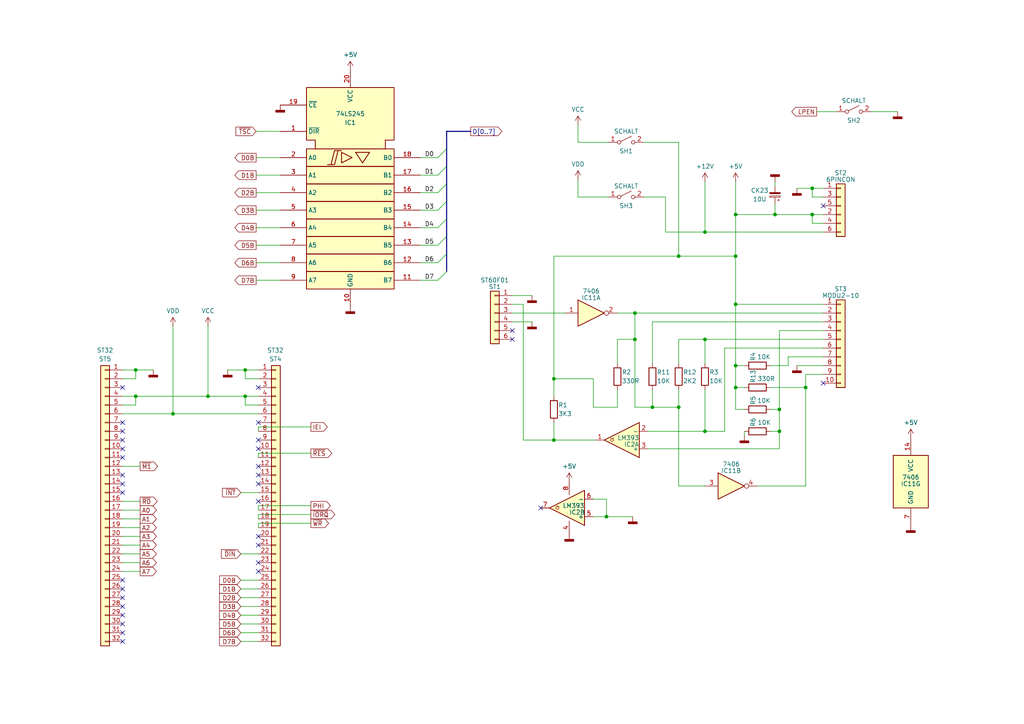
<source format=kicad_sch>
(kicad_sch
	(version 20231120)
	(generator "eeschema")
	(generator_version "8.0")
	(uuid "f929ba65-e59e-478b-9ecb-1ceb67795b84")
	(paper "A4")
	(title_block
		(title "PARTNER GDP: BUS + KEYBOARD INTERFACE")
		(company "Oddbit Retro")
		(comment 1 "NARISAL: MIHA GRČAR")
	)
	(lib_symbols
		(symbol "74xx:74LS06"
			(pin_names
				(offset 1.016)
			)
			(exclude_from_sim no)
			(in_bom yes)
			(on_board yes)
			(property "Reference" "U"
				(at 0 1.27 0)
				(effects
					(font
						(size 1.27 1.27)
					)
				)
			)
			(property "Value" "74LS06"
				(at 0 -1.27 0)
				(effects
					(font
						(size 1.27 1.27)
					)
				)
			)
			(property "Footprint" ""
				(at 0 0 0)
				(effects
					(font
						(size 1.27 1.27)
					)
					(hide yes)
				)
			)
			(property "Datasheet" "http://www.ti.com/lit/gpn/sn74LS06"
				(at 0 0 0)
				(effects
					(font
						(size 1.27 1.27)
					)
					(hide yes)
				)
			)
			(property "Description" "Inverter Open Collect"
				(at 0 0 0)
				(effects
					(font
						(size 1.27 1.27)
					)
					(hide yes)
				)
			)
			(property "ki_locked" ""
				(at 0 0 0)
				(effects
					(font
						(size 1.27 1.27)
					)
				)
			)
			(property "ki_keywords" "TTL not inv OpenCol"
				(at 0 0 0)
				(effects
					(font
						(size 1.27 1.27)
					)
					(hide yes)
				)
			)
			(property "ki_fp_filters" "DIP*W7.62mm*"
				(at 0 0 0)
				(effects
					(font
						(size 1.27 1.27)
					)
					(hide yes)
				)
			)
			(symbol "74LS06_1_0"
				(polyline
					(pts
						(xy -3.81 3.81) (xy -3.81 -3.81) (xy 3.81 0) (xy -3.81 3.81)
					)
					(stroke
						(width 0.254)
						(type default)
					)
					(fill
						(type background)
					)
				)
				(pin input line
					(at -7.62 0 0)
					(length 3.81)
					(name "~"
						(effects
							(font
								(size 1.27 1.27)
							)
						)
					)
					(number "1"
						(effects
							(font
								(size 1.27 1.27)
							)
						)
					)
				)
				(pin open_collector inverted
					(at 7.62 0 180)
					(length 3.81)
					(name "~"
						(effects
							(font
								(size 1.27 1.27)
							)
						)
					)
					(number "2"
						(effects
							(font
								(size 1.27 1.27)
							)
						)
					)
				)
			)
			(symbol "74LS06_2_0"
				(polyline
					(pts
						(xy -3.81 3.81) (xy -3.81 -3.81) (xy 3.81 0) (xy -3.81 3.81)
					)
					(stroke
						(width 0.254)
						(type default)
					)
					(fill
						(type background)
					)
				)
				(pin input line
					(at -7.62 0 0)
					(length 3.81)
					(name "~"
						(effects
							(font
								(size 1.27 1.27)
							)
						)
					)
					(number "3"
						(effects
							(font
								(size 1.27 1.27)
							)
						)
					)
				)
				(pin open_collector inverted
					(at 7.62 0 180)
					(length 3.81)
					(name "~"
						(effects
							(font
								(size 1.27 1.27)
							)
						)
					)
					(number "4"
						(effects
							(font
								(size 1.27 1.27)
							)
						)
					)
				)
			)
			(symbol "74LS06_3_0"
				(polyline
					(pts
						(xy -3.81 3.81) (xy -3.81 -3.81) (xy 3.81 0) (xy -3.81 3.81)
					)
					(stroke
						(width 0.254)
						(type default)
					)
					(fill
						(type background)
					)
				)
				(pin input line
					(at -7.62 0 0)
					(length 3.81)
					(name "~"
						(effects
							(font
								(size 1.27 1.27)
							)
						)
					)
					(number "5"
						(effects
							(font
								(size 1.27 1.27)
							)
						)
					)
				)
				(pin open_collector inverted
					(at 7.62 0 180)
					(length 3.81)
					(name "~"
						(effects
							(font
								(size 1.27 1.27)
							)
						)
					)
					(number "6"
						(effects
							(font
								(size 1.27 1.27)
							)
						)
					)
				)
			)
			(symbol "74LS06_4_0"
				(polyline
					(pts
						(xy -3.81 3.81) (xy -3.81 -3.81) (xy 3.81 0) (xy -3.81 3.81)
					)
					(stroke
						(width 0.254)
						(type default)
					)
					(fill
						(type background)
					)
				)
				(pin open_collector inverted
					(at 7.62 0 180)
					(length 3.81)
					(name "~"
						(effects
							(font
								(size 1.27 1.27)
							)
						)
					)
					(number "8"
						(effects
							(font
								(size 1.27 1.27)
							)
						)
					)
				)
				(pin input line
					(at -7.62 0 0)
					(length 3.81)
					(name "~"
						(effects
							(font
								(size 1.27 1.27)
							)
						)
					)
					(number "9"
						(effects
							(font
								(size 1.27 1.27)
							)
						)
					)
				)
			)
			(symbol "74LS06_5_0"
				(polyline
					(pts
						(xy -3.81 3.81) (xy -3.81 -3.81) (xy 3.81 0) (xy -3.81 3.81)
					)
					(stroke
						(width 0.254)
						(type default)
					)
					(fill
						(type background)
					)
				)
				(pin open_collector inverted
					(at 7.62 0 180)
					(length 3.81)
					(name "~"
						(effects
							(font
								(size 1.27 1.27)
							)
						)
					)
					(number "10"
						(effects
							(font
								(size 1.27 1.27)
							)
						)
					)
				)
				(pin input line
					(at -7.62 0 0)
					(length 3.81)
					(name "~"
						(effects
							(font
								(size 1.27 1.27)
							)
						)
					)
					(number "11"
						(effects
							(font
								(size 1.27 1.27)
							)
						)
					)
				)
			)
			(symbol "74LS06_6_0"
				(polyline
					(pts
						(xy -3.81 3.81) (xy -3.81 -3.81) (xy 3.81 0) (xy -3.81 3.81)
					)
					(stroke
						(width 0.254)
						(type default)
					)
					(fill
						(type background)
					)
				)
				(pin open_collector inverted
					(at 7.62 0 180)
					(length 3.81)
					(name "~"
						(effects
							(font
								(size 1.27 1.27)
							)
						)
					)
					(number "12"
						(effects
							(font
								(size 1.27 1.27)
							)
						)
					)
				)
				(pin input line
					(at -7.62 0 0)
					(length 3.81)
					(name "~"
						(effects
							(font
								(size 1.27 1.27)
							)
						)
					)
					(number "13"
						(effects
							(font
								(size 1.27 1.27)
							)
						)
					)
				)
			)
			(symbol "74LS06_7_0"
				(pin power_in line
					(at 0 12.7 270)
					(length 5.08)
					(name "VCC"
						(effects
							(font
								(size 1.27 1.27)
							)
						)
					)
					(number "14"
						(effects
							(font
								(size 1.27 1.27)
							)
						)
					)
				)
				(pin power_in line
					(at 0 -12.7 90)
					(length 5.08)
					(name "GND"
						(effects
							(font
								(size 1.27 1.27)
							)
						)
					)
					(number "7"
						(effects
							(font
								(size 1.27 1.27)
							)
						)
					)
				)
			)
			(symbol "74LS06_7_1"
				(rectangle
					(start -5.08 7.62)
					(end 5.08 -7.62)
					(stroke
						(width 0.254)
						(type default)
					)
					(fill
						(type background)
					)
				)
			)
		)
		(symbol "74xx_IEEE:74LS245"
			(exclude_from_sim no)
			(in_bom yes)
			(on_board yes)
			(property "Reference" "U"
				(at 15.24 25.4 0)
				(effects
					(font
						(size 1.27 1.27)
					)
					(justify left)
				)
			)
			(property "Value" "74LS245"
				(at 5.08 -30.48 0)
				(effects
					(font
						(size 1.27 1.27)
					)
					(justify left)
				)
			)
			(property "Footprint" ""
				(at 0 0 0)
				(effects
					(font
						(size 1.27 1.27)
					)
					(hide yes)
				)
			)
			(property "Datasheet" ""
				(at 0 0 0)
				(effects
					(font
						(size 1.27 1.27)
					)
					(hide yes)
				)
			)
			(property "Description" ""
				(at 0 0 0)
				(effects
					(font
						(size 1.27 1.27)
					)
					(hide yes)
				)
			)
			(symbol "74LS245_0_0"
				(polyline
					(pts
						(xy -2.54 14.224) (xy -2.54 11.176) (xy 0.508 12.7) (xy -2.54 14.224) (xy -2.54 14.224)
					)
					(stroke
						(width 0.254)
						(type default)
					)
					(fill
						(type background)
					)
				)
				(polyline
					(pts
						(xy 1.524 14.224) (xy 5.588 14.224) (xy 3.556 11.176) (xy 1.524 14.224) (xy 1.524 14.224)
					)
					(stroke
						(width 0.254)
						(type default)
					)
					(fill
						(type background)
					)
				)
				(polyline
					(pts
						(xy -6.604 10.668) (xy -4.572 10.668) (xy -3.556 14.732) (xy -2.54 14.732) (xy -4.572 14.732)
						(xy -5.588 10.668) (xy -5.588 10.668)
					)
					(stroke
						(width 0.254)
						(type default)
					)
					(fill
						(type background)
					)
				)
				(pin power_in line
					(at 0 -30.48 90)
					(length 5.08)
					(name "GND"
						(effects
							(font
								(size 1.27 1.27)
							)
						)
					)
					(number "10"
						(effects
							(font
								(size 1.27 1.27)
							)
						)
					)
				)
				(pin power_in line
					(at 0 38.1 270)
					(length 5.08)
					(name "VCC"
						(effects
							(font
								(size 1.27 1.27)
							)
						)
					)
					(number "20"
						(effects
							(font
								(size 1.27 1.27)
							)
						)
					)
				)
			)
			(symbol "74LS245_0_1"
				(rectangle
					(start -12.7 -20.32)
					(end 12.7 -25.4)
					(stroke
						(width 0.254)
						(type default)
					)
					(fill
						(type background)
					)
				)
				(rectangle
					(start -12.7 -15.24)
					(end 12.7 -20.32)
					(stroke
						(width 0.254)
						(type default)
					)
					(fill
						(type background)
					)
				)
				(rectangle
					(start -12.7 -10.16)
					(end 12.7 -15.24)
					(stroke
						(width 0.254)
						(type default)
					)
					(fill
						(type background)
					)
				)
				(rectangle
					(start -12.7 -5.08)
					(end 12.7 -10.16)
					(stroke
						(width 0.254)
						(type default)
					)
					(fill
						(type background)
					)
				)
				(rectangle
					(start -12.7 0)
					(end 12.7 -5.08)
					(stroke
						(width 0.254)
						(type default)
					)
					(fill
						(type background)
					)
				)
				(rectangle
					(start -12.7 5.08)
					(end 12.7 0)
					(stroke
						(width 0.254)
						(type default)
					)
					(fill
						(type background)
					)
				)
				(rectangle
					(start -12.7 10.16)
					(end 12.7 5.08)
					(stroke
						(width 0.254)
						(type default)
					)
					(fill
						(type background)
					)
				)
				(rectangle
					(start -12.7 15.24)
					(end 12.7 10.16)
					(stroke
						(width 0.254)
						(type default)
					)
					(fill
						(type background)
					)
				)
				(polyline
					(pts
						(xy -10.16 15.24) (xy -10.16 17.78) (xy -12.7 17.78) (xy -12.7 33.02) (xy 12.7 33.02) (xy 12.7 17.78)
						(xy 10.16 17.78) (xy 10.16 15.24) (xy 10.16 15.24)
					)
					(stroke
						(width 0.254)
						(type default)
					)
					(fill
						(type background)
					)
				)
			)
			(symbol "74LS245_1_1"
				(pin input line
					(at -20.32 20.32 0)
					(length 7.62)
					(name "~{DIR}"
						(effects
							(font
								(size 1.27 1.27)
							)
						)
					)
					(number "1"
						(effects
							(font
								(size 1.27 1.27)
							)
						)
					)
				)
				(pin tri_state line
					(at 20.32 -22.86 180)
					(length 7.62)
					(name "B7"
						(effects
							(font
								(size 1.27 1.27)
							)
						)
					)
					(number "11"
						(effects
							(font
								(size 1.27 1.27)
							)
						)
					)
				)
				(pin tri_state line
					(at 20.32 -17.78 180)
					(length 7.62)
					(name "B6"
						(effects
							(font
								(size 1.27 1.27)
							)
						)
					)
					(number "12"
						(effects
							(font
								(size 1.27 1.27)
							)
						)
					)
				)
				(pin tri_state line
					(at 20.32 -12.7 180)
					(length 7.62)
					(name "B5"
						(effects
							(font
								(size 1.27 1.27)
							)
						)
					)
					(number "13"
						(effects
							(font
								(size 1.27 1.27)
							)
						)
					)
				)
				(pin tri_state line
					(at 20.32 -7.62 180)
					(length 7.62)
					(name "B4"
						(effects
							(font
								(size 1.27 1.27)
							)
						)
					)
					(number "14"
						(effects
							(font
								(size 1.27 1.27)
							)
						)
					)
				)
				(pin tri_state line
					(at 20.32 -2.54 180)
					(length 7.62)
					(name "B3"
						(effects
							(font
								(size 1.27 1.27)
							)
						)
					)
					(number "15"
						(effects
							(font
								(size 1.27 1.27)
							)
						)
					)
				)
				(pin tri_state line
					(at 20.32 2.54 180)
					(length 7.62)
					(name "B2"
						(effects
							(font
								(size 1.27 1.27)
							)
						)
					)
					(number "16"
						(effects
							(font
								(size 1.27 1.27)
							)
						)
					)
				)
				(pin tri_state line
					(at 20.32 7.62 180)
					(length 7.62)
					(name "B1"
						(effects
							(font
								(size 1.27 1.27)
							)
						)
					)
					(number "17"
						(effects
							(font
								(size 1.27 1.27)
							)
						)
					)
				)
				(pin tri_state line
					(at 20.32 12.7 180)
					(length 7.62)
					(name "B0"
						(effects
							(font
								(size 1.27 1.27)
							)
						)
					)
					(number "18"
						(effects
							(font
								(size 1.27 1.27)
							)
						)
					)
				)
				(pin input line
					(at -20.32 27.94 0)
					(length 7.62)
					(name "~{CE}"
						(effects
							(font
								(size 1.27 1.27)
							)
						)
					)
					(number "19"
						(effects
							(font
								(size 1.27 1.27)
							)
						)
					)
				)
				(pin tri_state line
					(at -20.32 12.7 0)
					(length 7.62)
					(name "A0"
						(effects
							(font
								(size 1.27 1.27)
							)
						)
					)
					(number "2"
						(effects
							(font
								(size 1.27 1.27)
							)
						)
					)
				)
				(pin tri_state line
					(at -20.32 7.62 0)
					(length 7.62)
					(name "A1"
						(effects
							(font
								(size 1.27 1.27)
							)
						)
					)
					(number "3"
						(effects
							(font
								(size 1.27 1.27)
							)
						)
					)
				)
				(pin tri_state line
					(at -20.32 2.54 0)
					(length 7.62)
					(name "A2"
						(effects
							(font
								(size 1.27 1.27)
							)
						)
					)
					(number "4"
						(effects
							(font
								(size 1.27 1.27)
							)
						)
					)
				)
				(pin tri_state line
					(at -20.32 -2.54 0)
					(length 7.62)
					(name "A3"
						(effects
							(font
								(size 1.27 1.27)
							)
						)
					)
					(number "5"
						(effects
							(font
								(size 1.27 1.27)
							)
						)
					)
				)
				(pin tri_state line
					(at -20.32 -7.62 0)
					(length 7.62)
					(name "A4"
						(effects
							(font
								(size 1.27 1.27)
							)
						)
					)
					(number "6"
						(effects
							(font
								(size 1.27 1.27)
							)
						)
					)
				)
				(pin tri_state line
					(at -20.32 -12.7 0)
					(length 7.62)
					(name "A5"
						(effects
							(font
								(size 1.27 1.27)
							)
						)
					)
					(number "7"
						(effects
							(font
								(size 1.27 1.27)
							)
						)
					)
				)
				(pin tri_state line
					(at -20.32 -17.78 0)
					(length 7.62)
					(name "A6"
						(effects
							(font
								(size 1.27 1.27)
							)
						)
					)
					(number "8"
						(effects
							(font
								(size 1.27 1.27)
							)
						)
					)
				)
				(pin tri_state line
					(at -20.32 -22.86 0)
					(length 7.62)
					(name "A7"
						(effects
							(font
								(size 1.27 1.27)
							)
						)
					)
					(number "9"
						(effects
							(font
								(size 1.27 1.27)
							)
						)
					)
				)
			)
		)
		(symbol "Comparator:LM393"
			(pin_names
				(offset 0.127)
			)
			(exclude_from_sim no)
			(in_bom yes)
			(on_board yes)
			(property "Reference" "U"
				(at 3.81 3.81 0)
				(effects
					(font
						(size 1.27 1.27)
					)
				)
			)
			(property "Value" "LM393"
				(at 6.35 -3.81 0)
				(effects
					(font
						(size 1.27 1.27)
					)
				)
			)
			(property "Footprint" ""
				(at 0 0 0)
				(effects
					(font
						(size 1.27 1.27)
					)
					(hide yes)
				)
			)
			(property "Datasheet" "http://www.ti.com/lit/ds/symlink/lm393.pdf"
				(at 0 0 0)
				(effects
					(font
						(size 1.27 1.27)
					)
					(hide yes)
				)
			)
			(property "Description" "Low-Power, Low-Offset Voltage, Dual Comparators, DIP-8/SOIC-8/TO-99-8"
				(at 0 0 0)
				(effects
					(font
						(size 1.27 1.27)
					)
					(hide yes)
				)
			)
			(property "ki_locked" ""
				(at 0 0 0)
				(effects
					(font
						(size 1.27 1.27)
					)
				)
			)
			(property "ki_keywords" "cmp open collector"
				(at 0 0 0)
				(effects
					(font
						(size 1.27 1.27)
					)
					(hide yes)
				)
			)
			(property "ki_fp_filters" "SOIC*3.9x4.9mm*P1.27mm* DIP*W7.62mm* SOP*5.28x5.23mm*P1.27mm* VSSOP*3.0x3.0mm*P0.65mm* TSSOP*4.4x3mm*P0.65mm*"
				(at 0 0 0)
				(effects
					(font
						(size 1.27 1.27)
					)
					(hide yes)
				)
			)
			(symbol "LM393_1_1"
				(polyline
					(pts
						(xy -5.08 5.08) (xy 5.08 0) (xy -5.08 -5.08) (xy -5.08 5.08)
					)
					(stroke
						(width 0.254)
						(type default)
					)
					(fill
						(type background)
					)
				)
				(polyline
					(pts
						(xy 3.302 -0.508) (xy 2.794 -0.508) (xy 3.302 0) (xy 2.794 0.508) (xy 2.286 0) (xy 2.794 -0.508)
						(xy 2.286 -0.508)
					)
					(stroke
						(width 0.127)
						(type default)
					)
					(fill
						(type none)
					)
				)
				(pin open_collector line
					(at 7.62 0 180)
					(length 2.54)
					(name "~"
						(effects
							(font
								(size 1.27 1.27)
							)
						)
					)
					(number "1"
						(effects
							(font
								(size 1.27 1.27)
							)
						)
					)
				)
				(pin input line
					(at -7.62 -2.54 0)
					(length 2.54)
					(name "-"
						(effects
							(font
								(size 1.27 1.27)
							)
						)
					)
					(number "2"
						(effects
							(font
								(size 1.27 1.27)
							)
						)
					)
				)
				(pin input line
					(at -7.62 2.54 0)
					(length 2.54)
					(name "+"
						(effects
							(font
								(size 1.27 1.27)
							)
						)
					)
					(number "3"
						(effects
							(font
								(size 1.27 1.27)
							)
						)
					)
				)
			)
			(symbol "LM393_2_1"
				(polyline
					(pts
						(xy -5.08 5.08) (xy 5.08 0) (xy -5.08 -5.08) (xy -5.08 5.08)
					)
					(stroke
						(width 0.254)
						(type default)
					)
					(fill
						(type background)
					)
				)
				(polyline
					(pts
						(xy 3.302 -0.508) (xy 2.794 -0.508) (xy 3.302 0) (xy 2.794 0.508) (xy 2.286 0) (xy 2.794 -0.508)
						(xy 2.286 -0.508)
					)
					(stroke
						(width 0.127)
						(type default)
					)
					(fill
						(type none)
					)
				)
				(pin input line
					(at -7.62 2.54 0)
					(length 2.54)
					(name "+"
						(effects
							(font
								(size 1.27 1.27)
							)
						)
					)
					(number "5"
						(effects
							(font
								(size 1.27 1.27)
							)
						)
					)
				)
				(pin input line
					(at -7.62 -2.54 0)
					(length 2.54)
					(name "-"
						(effects
							(font
								(size 1.27 1.27)
							)
						)
					)
					(number "6"
						(effects
							(font
								(size 1.27 1.27)
							)
						)
					)
				)
				(pin open_collector line
					(at 7.62 0 180)
					(length 2.54)
					(name "~"
						(effects
							(font
								(size 1.27 1.27)
							)
						)
					)
					(number "7"
						(effects
							(font
								(size 1.27 1.27)
							)
						)
					)
				)
			)
			(symbol "LM393_3_1"
				(pin power_in line
					(at -2.54 -7.62 90)
					(length 3.81)
					(name "V-"
						(effects
							(font
								(size 1.27 1.27)
							)
						)
					)
					(number "4"
						(effects
							(font
								(size 1.27 1.27)
							)
						)
					)
				)
				(pin power_in line
					(at -2.54 7.62 270)
					(length 3.81)
					(name "V+"
						(effects
							(font
								(size 1.27 1.27)
							)
						)
					)
					(number "8"
						(effects
							(font
								(size 1.27 1.27)
							)
						)
					)
				)
			)
		)
		(symbol "Conn_01x06_1"
			(pin_names
				(offset 1.016) hide)
			(exclude_from_sim no)
			(in_bom yes)
			(on_board yes)
			(property "Reference" "ST1"
				(at 0 9.525 0)
				(effects
					(font
						(size 1.27 1.27)
					)
				)
			)
			(property "Value" "6PINCON"
				(at 0 7.62 0)
				(effects
					(font
						(size 1.27 1.27)
					)
				)
			)
			(property "Footprint" ""
				(at 0 0 0)
				(effects
					(font
						(size 1.27 1.27)
					)
					(hide yes)
				)
			)
			(property "Datasheet" "~"
				(at 0 0 0)
				(effects
					(font
						(size 1.27 1.27)
					)
					(hide yes)
				)
			)
			(property "Description" "Generic connector, single row, 01x06, script generated (kicad-library-utils/schlib/autogen/connector/)"
				(at 0 0 0)
				(effects
					(font
						(size 1.27 1.27)
					)
					(hide yes)
				)
			)
			(property "ki_keywords" "connector"
				(at 0 0 0)
				(effects
					(font
						(size 1.27 1.27)
					)
					(hide yes)
				)
			)
			(property "ki_fp_filters" "Connector*:*_1x??_*"
				(at 0 0 0)
				(effects
					(font
						(size 1.27 1.27)
					)
					(hide yes)
				)
			)
			(symbol "Conn_01x06_1_1_1"
				(rectangle
					(start -1.27 -7.493)
					(end 0 -7.747)
					(stroke
						(width 0.1524)
						(type default)
					)
					(fill
						(type none)
					)
				)
				(rectangle
					(start -1.27 -4.953)
					(end 0 -5.207)
					(stroke
						(width 0.1524)
						(type default)
					)
					(fill
						(type none)
					)
				)
				(rectangle
					(start -1.27 -2.413)
					(end 0 -2.667)
					(stroke
						(width 0.1524)
						(type default)
					)
					(fill
						(type none)
					)
				)
				(rectangle
					(start -1.27 0.127)
					(end 0 -0.127)
					(stroke
						(width 0.1524)
						(type default)
					)
					(fill
						(type none)
					)
				)
				(rectangle
					(start -1.27 2.667)
					(end 0 2.413)
					(stroke
						(width 0.1524)
						(type default)
					)
					(fill
						(type none)
					)
				)
				(rectangle
					(start -1.27 5.207)
					(end 0 4.953)
					(stroke
						(width 0.1524)
						(type default)
					)
					(fill
						(type none)
					)
				)
				(rectangle
					(start -1.27 6.35)
					(end 1.27 -8.89)
					(stroke
						(width 0.254)
						(type default)
					)
					(fill
						(type background)
					)
				)
				(pin passive line
					(at -5.08 5.08 0)
					(length 3.81)
					(name "Pin_1"
						(effects
							(font
								(size 1.27 1.27)
							)
						)
					)
					(number "1"
						(effects
							(font
								(size 1.27 1.27)
							)
						)
					)
				)
				(pin passive line
					(at -5.08 -2.54 0)
					(length 3.81)
					(name "Pin_2"
						(effects
							(font
								(size 1.27 1.27)
							)
						)
					)
					(number "2"
						(effects
							(font
								(size 1.27 1.27)
							)
						)
					)
				)
				(pin passive line
					(at -5.08 2.54 0)
					(length 3.81)
					(name "Pin_3"
						(effects
							(font
								(size 1.27 1.27)
							)
						)
					)
					(number "3"
						(effects
							(font
								(size 1.27 1.27)
							)
						)
					)
				)
				(pin passive line
					(at -5.08 -5.08 0)
					(length 3.81)
					(name "Pin_4"
						(effects
							(font
								(size 1.27 1.27)
							)
						)
					)
					(number "4"
						(effects
							(font
								(size 1.27 1.27)
							)
						)
					)
				)
				(pin passive line
					(at -5.08 0 0)
					(length 3.81)
					(name "Pin_5"
						(effects
							(font
								(size 1.27 1.27)
							)
						)
					)
					(number "5"
						(effects
							(font
								(size 1.27 1.27)
							)
						)
					)
				)
				(pin passive line
					(at -5.08 -7.62 0)
					(length 3.81)
					(name "Pin_6"
						(effects
							(font
								(size 1.27 1.27)
							)
						)
					)
					(number "6"
						(effects
							(font
								(size 1.27 1.27)
							)
						)
					)
				)
			)
		)
		(symbol "Connector_Generic:Conn_01x06"
			(pin_names
				(offset 1.016) hide)
			(exclude_from_sim no)
			(in_bom yes)
			(on_board yes)
			(property "Reference" "J"
				(at 0 7.62 0)
				(effects
					(font
						(size 1.27 1.27)
					)
				)
			)
			(property "Value" "Conn_01x06"
				(at 0 -10.16 0)
				(effects
					(font
						(size 1.27 1.27)
					)
				)
			)
			(property "Footprint" ""
				(at 0 0 0)
				(effects
					(font
						(size 1.27 1.27)
					)
					(hide yes)
				)
			)
			(property "Datasheet" "~"
				(at 0 0 0)
				(effects
					(font
						(size 1.27 1.27)
					)
					(hide yes)
				)
			)
			(property "Description" "Generic connector, single row, 01x06, script generated (kicad-library-utils/schlib/autogen/connector/)"
				(at 0 0 0)
				(effects
					(font
						(size 1.27 1.27)
					)
					(hide yes)
				)
			)
			(property "ki_keywords" "connector"
				(at 0 0 0)
				(effects
					(font
						(size 1.27 1.27)
					)
					(hide yes)
				)
			)
			(property "ki_fp_filters" "Connector*:*_1x??_*"
				(at 0 0 0)
				(effects
					(font
						(size 1.27 1.27)
					)
					(hide yes)
				)
			)
			(symbol "Conn_01x06_1_1"
				(rectangle
					(start -1.27 -7.493)
					(end 0 -7.747)
					(stroke
						(width 0.1524)
						(type default)
					)
					(fill
						(type none)
					)
				)
				(rectangle
					(start -1.27 -4.953)
					(end 0 -5.207)
					(stroke
						(width 0.1524)
						(type default)
					)
					(fill
						(type none)
					)
				)
				(rectangle
					(start -1.27 -2.413)
					(end 0 -2.667)
					(stroke
						(width 0.1524)
						(type default)
					)
					(fill
						(type none)
					)
				)
				(rectangle
					(start -1.27 0.127)
					(end 0 -0.127)
					(stroke
						(width 0.1524)
						(type default)
					)
					(fill
						(type none)
					)
				)
				(rectangle
					(start -1.27 2.667)
					(end 0 2.413)
					(stroke
						(width 0.1524)
						(type default)
					)
					(fill
						(type none)
					)
				)
				(rectangle
					(start -1.27 5.207)
					(end 0 4.953)
					(stroke
						(width 0.1524)
						(type default)
					)
					(fill
						(type none)
					)
				)
				(rectangle
					(start -1.27 6.35)
					(end 1.27 -8.89)
					(stroke
						(width 0.254)
						(type default)
					)
					(fill
						(type background)
					)
				)
				(pin passive line
					(at -5.08 5.08 0)
					(length 3.81)
					(name "Pin_1"
						(effects
							(font
								(size 1.27 1.27)
							)
						)
					)
					(number "1"
						(effects
							(font
								(size 1.27 1.27)
							)
						)
					)
				)
				(pin passive line
					(at -5.08 2.54 0)
					(length 3.81)
					(name "Pin_2"
						(effects
							(font
								(size 1.27 1.27)
							)
						)
					)
					(number "2"
						(effects
							(font
								(size 1.27 1.27)
							)
						)
					)
				)
				(pin passive line
					(at -5.08 0 0)
					(length 3.81)
					(name "Pin_3"
						(effects
							(font
								(size 1.27 1.27)
							)
						)
					)
					(number "3"
						(effects
							(font
								(size 1.27 1.27)
							)
						)
					)
				)
				(pin passive line
					(at -5.08 -2.54 0)
					(length 3.81)
					(name "Pin_4"
						(effects
							(font
								(size 1.27 1.27)
							)
						)
					)
					(number "4"
						(effects
							(font
								(size 1.27 1.27)
							)
						)
					)
				)
				(pin passive line
					(at -5.08 -5.08 0)
					(length 3.81)
					(name "Pin_5"
						(effects
							(font
								(size 1.27 1.27)
							)
						)
					)
					(number "5"
						(effects
							(font
								(size 1.27 1.27)
							)
						)
					)
				)
				(pin passive line
					(at -5.08 -7.62 0)
					(length 3.81)
					(name "Pin_6"
						(effects
							(font
								(size 1.27 1.27)
							)
						)
					)
					(number "6"
						(effects
							(font
								(size 1.27 1.27)
							)
						)
					)
				)
			)
		)
		(symbol "Connector_Generic:Conn_01x10"
			(pin_names
				(offset 1.016) hide)
			(exclude_from_sim no)
			(in_bom yes)
			(on_board yes)
			(property "Reference" "J"
				(at 0 12.7 0)
				(effects
					(font
						(size 1.27 1.27)
					)
				)
			)
			(property "Value" "Conn_01x10"
				(at 0 -15.24 0)
				(effects
					(font
						(size 1.27 1.27)
					)
				)
			)
			(property "Footprint" ""
				(at 0 0 0)
				(effects
					(font
						(size 1.27 1.27)
					)
					(hide yes)
				)
			)
			(property "Datasheet" "~"
				(at 0 0 0)
				(effects
					(font
						(size 1.27 1.27)
					)
					(hide yes)
				)
			)
			(property "Description" "Generic connector, single row, 01x10, script generated (kicad-library-utils/schlib/autogen/connector/)"
				(at 0 0 0)
				(effects
					(font
						(size 1.27 1.27)
					)
					(hide yes)
				)
			)
			(property "ki_keywords" "connector"
				(at 0 0 0)
				(effects
					(font
						(size 1.27 1.27)
					)
					(hide yes)
				)
			)
			(property "ki_fp_filters" "Connector*:*_1x??_*"
				(at 0 0 0)
				(effects
					(font
						(size 1.27 1.27)
					)
					(hide yes)
				)
			)
			(symbol "Conn_01x10_1_1"
				(rectangle
					(start -1.27 -12.573)
					(end 0 -12.827)
					(stroke
						(width 0.1524)
						(type default)
					)
					(fill
						(type none)
					)
				)
				(rectangle
					(start -1.27 -10.033)
					(end 0 -10.287)
					(stroke
						(width 0.1524)
						(type default)
					)
					(fill
						(type none)
					)
				)
				(rectangle
					(start -1.27 -7.493)
					(end 0 -7.747)
					(stroke
						(width 0.1524)
						(type default)
					)
					(fill
						(type none)
					)
				)
				(rectangle
					(start -1.27 -4.953)
					(end 0 -5.207)
					(stroke
						(width 0.1524)
						(type default)
					)
					(fill
						(type none)
					)
				)
				(rectangle
					(start -1.27 -2.413)
					(end 0 -2.667)
					(stroke
						(width 0.1524)
						(type default)
					)
					(fill
						(type none)
					)
				)
				(rectangle
					(start -1.27 0.127)
					(end 0 -0.127)
					(stroke
						(width 0.1524)
						(type default)
					)
					(fill
						(type none)
					)
				)
				(rectangle
					(start -1.27 2.667)
					(end 0 2.413)
					(stroke
						(width 0.1524)
						(type default)
					)
					(fill
						(type none)
					)
				)
				(rectangle
					(start -1.27 5.207)
					(end 0 4.953)
					(stroke
						(width 0.1524)
						(type default)
					)
					(fill
						(type none)
					)
				)
				(rectangle
					(start -1.27 7.747)
					(end 0 7.493)
					(stroke
						(width 0.1524)
						(type default)
					)
					(fill
						(type none)
					)
				)
				(rectangle
					(start -1.27 10.287)
					(end 0 10.033)
					(stroke
						(width 0.1524)
						(type default)
					)
					(fill
						(type none)
					)
				)
				(rectangle
					(start -1.27 11.43)
					(end 1.27 -13.97)
					(stroke
						(width 0.254)
						(type default)
					)
					(fill
						(type background)
					)
				)
				(pin passive line
					(at -5.08 10.16 0)
					(length 3.81)
					(name "Pin_1"
						(effects
							(font
								(size 1.27 1.27)
							)
						)
					)
					(number "1"
						(effects
							(font
								(size 1.27 1.27)
							)
						)
					)
				)
				(pin passive line
					(at -5.08 -12.7 0)
					(length 3.81)
					(name "Pin_10"
						(effects
							(font
								(size 1.27 1.27)
							)
						)
					)
					(number "10"
						(effects
							(font
								(size 1.27 1.27)
							)
						)
					)
				)
				(pin passive line
					(at -5.08 7.62 0)
					(length 3.81)
					(name "Pin_2"
						(effects
							(font
								(size 1.27 1.27)
							)
						)
					)
					(number "2"
						(effects
							(font
								(size 1.27 1.27)
							)
						)
					)
				)
				(pin passive line
					(at -5.08 5.08 0)
					(length 3.81)
					(name "Pin_3"
						(effects
							(font
								(size 1.27 1.27)
							)
						)
					)
					(number "3"
						(effects
							(font
								(size 1.27 1.27)
							)
						)
					)
				)
				(pin passive line
					(at -5.08 2.54 0)
					(length 3.81)
					(name "Pin_4"
						(effects
							(font
								(size 1.27 1.27)
							)
						)
					)
					(number "4"
						(effects
							(font
								(size 1.27 1.27)
							)
						)
					)
				)
				(pin passive line
					(at -5.08 0 0)
					(length 3.81)
					(name "Pin_5"
						(effects
							(font
								(size 1.27 1.27)
							)
						)
					)
					(number "5"
						(effects
							(font
								(size 1.27 1.27)
							)
						)
					)
				)
				(pin passive line
					(at -5.08 -2.54 0)
					(length 3.81)
					(name "Pin_6"
						(effects
							(font
								(size 1.27 1.27)
							)
						)
					)
					(number "6"
						(effects
							(font
								(size 1.27 1.27)
							)
						)
					)
				)
				(pin passive line
					(at -5.08 -5.08 0)
					(length 3.81)
					(name "Pin_7"
						(effects
							(font
								(size 1.27 1.27)
							)
						)
					)
					(number "7"
						(effects
							(font
								(size 1.27 1.27)
							)
						)
					)
				)
				(pin passive line
					(at -5.08 -7.62 0)
					(length 3.81)
					(name "Pin_8"
						(effects
							(font
								(size 1.27 1.27)
							)
						)
					)
					(number "8"
						(effects
							(font
								(size 1.27 1.27)
							)
						)
					)
				)
				(pin passive line
					(at -5.08 -10.16 0)
					(length 3.81)
					(name "Pin_9"
						(effects
							(font
								(size 1.27 1.27)
							)
						)
					)
					(number "9"
						(effects
							(font
								(size 1.27 1.27)
							)
						)
					)
				)
			)
		)
		(symbol "Connector_Generic:Conn_01x32"
			(pin_names
				(offset 1.016) hide)
			(exclude_from_sim no)
			(in_bom yes)
			(on_board yes)
			(property "Reference" "J"
				(at 0 40.64 0)
				(effects
					(font
						(size 1.27 1.27)
					)
				)
			)
			(property "Value" "Conn_01x32"
				(at 0 -43.18 0)
				(effects
					(font
						(size 1.27 1.27)
					)
				)
			)
			(property "Footprint" ""
				(at 0 0 0)
				(effects
					(font
						(size 1.27 1.27)
					)
					(hide yes)
				)
			)
			(property "Datasheet" "~"
				(at 0 0 0)
				(effects
					(font
						(size 1.27 1.27)
					)
					(hide yes)
				)
			)
			(property "Description" "Generic connector, single row, 01x32, script generated (kicad-library-utils/schlib/autogen/connector/)"
				(at 0 0 0)
				(effects
					(font
						(size 1.27 1.27)
					)
					(hide yes)
				)
			)
			(property "ki_keywords" "connector"
				(at 0 0 0)
				(effects
					(font
						(size 1.27 1.27)
					)
					(hide yes)
				)
			)
			(property "ki_fp_filters" "Connector*:*_1x??_*"
				(at 0 0 0)
				(effects
					(font
						(size 1.27 1.27)
					)
					(hide yes)
				)
			)
			(symbol "Conn_01x32_1_1"
				(rectangle
					(start -1.27 -40.513)
					(end 0 -40.767)
					(stroke
						(width 0.1524)
						(type default)
					)
					(fill
						(type none)
					)
				)
				(rectangle
					(start -1.27 -37.973)
					(end 0 -38.227)
					(stroke
						(width 0.1524)
						(type default)
					)
					(fill
						(type none)
					)
				)
				(rectangle
					(start -1.27 -35.433)
					(end 0 -35.687)
					(stroke
						(width 0.1524)
						(type default)
					)
					(fill
						(type none)
					)
				)
				(rectangle
					(start -1.27 -32.893)
					(end 0 -33.147)
					(stroke
						(width 0.1524)
						(type default)
					)
					(fill
						(type none)
					)
				)
				(rectangle
					(start -1.27 -30.353)
					(end 0 -30.607)
					(stroke
						(width 0.1524)
						(type default)
					)
					(fill
						(type none)
					)
				)
				(rectangle
					(start -1.27 -27.813)
					(end 0 -28.067)
					(stroke
						(width 0.1524)
						(type default)
					)
					(fill
						(type none)
					)
				)
				(rectangle
					(start -1.27 -25.273)
					(end 0 -25.527)
					(stroke
						(width 0.1524)
						(type default)
					)
					(fill
						(type none)
					)
				)
				(rectangle
					(start -1.27 -22.733)
					(end 0 -22.987)
					(stroke
						(width 0.1524)
						(type default)
					)
					(fill
						(type none)
					)
				)
				(rectangle
					(start -1.27 -20.193)
					(end 0 -20.447)
					(stroke
						(width 0.1524)
						(type default)
					)
					(fill
						(type none)
					)
				)
				(rectangle
					(start -1.27 -17.653)
					(end 0 -17.907)
					(stroke
						(width 0.1524)
						(type default)
					)
					(fill
						(type none)
					)
				)
				(rectangle
					(start -1.27 -15.113)
					(end 0 -15.367)
					(stroke
						(width 0.1524)
						(type default)
					)
					(fill
						(type none)
					)
				)
				(rectangle
					(start -1.27 -12.573)
					(end 0 -12.827)
					(stroke
						(width 0.1524)
						(type default)
					)
					(fill
						(type none)
					)
				)
				(rectangle
					(start -1.27 -10.033)
					(end 0 -10.287)
					(stroke
						(width 0.1524)
						(type default)
					)
					(fill
						(type none)
					)
				)
				(rectangle
					(start -1.27 -7.493)
					(end 0 -7.747)
					(stroke
						(width 0.1524)
						(type default)
					)
					(fill
						(type none)
					)
				)
				(rectangle
					(start -1.27 -4.953)
					(end 0 -5.207)
					(stroke
						(width 0.1524)
						(type default)
					)
					(fill
						(type none)
					)
				)
				(rectangle
					(start -1.27 -2.413)
					(end 0 -2.667)
					(stroke
						(width 0.1524)
						(type default)
					)
					(fill
						(type none)
					)
				)
				(rectangle
					(start -1.27 0.127)
					(end 0 -0.127)
					(stroke
						(width 0.1524)
						(type default)
					)
					(fill
						(type none)
					)
				)
				(rectangle
					(start -1.27 2.667)
					(end 0 2.413)
					(stroke
						(width 0.1524)
						(type default)
					)
					(fill
						(type none)
					)
				)
				(rectangle
					(start -1.27 5.207)
					(end 0 4.953)
					(stroke
						(width 0.1524)
						(type default)
					)
					(fill
						(type none)
					)
				)
				(rectangle
					(start -1.27 7.747)
					(end 0 7.493)
					(stroke
						(width 0.1524)
						(type default)
					)
					(fill
						(type none)
					)
				)
				(rectangle
					(start -1.27 10.287)
					(end 0 10.033)
					(stroke
						(width 0.1524)
						(type default)
					)
					(fill
						(type none)
					)
				)
				(rectangle
					(start -1.27 12.827)
					(end 0 12.573)
					(stroke
						(width 0.1524)
						(type default)
					)
					(fill
						(type none)
					)
				)
				(rectangle
					(start -1.27 15.367)
					(end 0 15.113)
					(stroke
						(width 0.1524)
						(type default)
					)
					(fill
						(type none)
					)
				)
				(rectangle
					(start -1.27 17.907)
					(end 0 17.653)
					(stroke
						(width 0.1524)
						(type default)
					)
					(fill
						(type none)
					)
				)
				(rectangle
					(start -1.27 20.447)
					(end 0 20.193)
					(stroke
						(width 0.1524)
						(type default)
					)
					(fill
						(type none)
					)
				)
				(rectangle
					(start -1.27 22.987)
					(end 0 22.733)
					(stroke
						(width 0.1524)
						(type default)
					)
					(fill
						(type none)
					)
				)
				(rectangle
					(start -1.27 25.527)
					(end 0 25.273)
					(stroke
						(width 0.1524)
						(type default)
					)
					(fill
						(type none)
					)
				)
				(rectangle
					(start -1.27 28.067)
					(end 0 27.813)
					(stroke
						(width 0.1524)
						(type default)
					)
					(fill
						(type none)
					)
				)
				(rectangle
					(start -1.27 30.607)
					(end 0 30.353)
					(stroke
						(width 0.1524)
						(type default)
					)
					(fill
						(type none)
					)
				)
				(rectangle
					(start -1.27 33.147)
					(end 0 32.893)
					(stroke
						(width 0.1524)
						(type default)
					)
					(fill
						(type none)
					)
				)
				(rectangle
					(start -1.27 35.687)
					(end 0 35.433)
					(stroke
						(width 0.1524)
						(type default)
					)
					(fill
						(type none)
					)
				)
				(rectangle
					(start -1.27 38.227)
					(end 0 37.973)
					(stroke
						(width 0.1524)
						(type default)
					)
					(fill
						(type none)
					)
				)
				(rectangle
					(start -1.27 39.37)
					(end 1.27 -41.91)
					(stroke
						(width 0.254)
						(type default)
					)
					(fill
						(type background)
					)
				)
				(pin passive line
					(at -5.08 38.1 0)
					(length 3.81)
					(name "Pin_1"
						(effects
							(font
								(size 1.27 1.27)
							)
						)
					)
					(number "1"
						(effects
							(font
								(size 1.27 1.27)
							)
						)
					)
				)
				(pin passive line
					(at -5.08 15.24 0)
					(length 3.81)
					(name "Pin_10"
						(effects
							(font
								(size 1.27 1.27)
							)
						)
					)
					(number "10"
						(effects
							(font
								(size 1.27 1.27)
							)
						)
					)
				)
				(pin passive line
					(at -5.08 12.7 0)
					(length 3.81)
					(name "Pin_11"
						(effects
							(font
								(size 1.27 1.27)
							)
						)
					)
					(number "11"
						(effects
							(font
								(size 1.27 1.27)
							)
						)
					)
				)
				(pin passive line
					(at -5.08 10.16 0)
					(length 3.81)
					(name "Pin_12"
						(effects
							(font
								(size 1.27 1.27)
							)
						)
					)
					(number "12"
						(effects
							(font
								(size 1.27 1.27)
							)
						)
					)
				)
				(pin passive line
					(at -5.08 7.62 0)
					(length 3.81)
					(name "Pin_13"
						(effects
							(font
								(size 1.27 1.27)
							)
						)
					)
					(number "13"
						(effects
							(font
								(size 1.27 1.27)
							)
						)
					)
				)
				(pin passive line
					(at -5.08 5.08 0)
					(length 3.81)
					(name "Pin_14"
						(effects
							(font
								(size 1.27 1.27)
							)
						)
					)
					(number "14"
						(effects
							(font
								(size 1.27 1.27)
							)
						)
					)
				)
				(pin passive line
					(at -5.08 2.54 0)
					(length 3.81)
					(name "Pin_15"
						(effects
							(font
								(size 1.27 1.27)
							)
						)
					)
					(number "15"
						(effects
							(font
								(size 1.27 1.27)
							)
						)
					)
				)
				(pin passive line
					(at -5.08 0 0)
					(length 3.81)
					(name "Pin_16"
						(effects
							(font
								(size 1.27 1.27)
							)
						)
					)
					(number "16"
						(effects
							(font
								(size 1.27 1.27)
							)
						)
					)
				)
				(pin passive line
					(at -5.08 -2.54 0)
					(length 3.81)
					(name "Pin_17"
						(effects
							(font
								(size 1.27 1.27)
							)
						)
					)
					(number "17"
						(effects
							(font
								(size 1.27 1.27)
							)
						)
					)
				)
				(pin passive line
					(at -5.08 -5.08 0)
					(length 3.81)
					(name "Pin_18"
						(effects
							(font
								(size 1.27 1.27)
							)
						)
					)
					(number "18"
						(effects
							(font
								(size 1.27 1.27)
							)
						)
					)
				)
				(pin passive line
					(at -5.08 -7.62 0)
					(length 3.81)
					(name "Pin_19"
						(effects
							(font
								(size 1.27 1.27)
							)
						)
					)
					(number "19"
						(effects
							(font
								(size 1.27 1.27)
							)
						)
					)
				)
				(pin passive line
					(at -5.08 35.56 0)
					(length 3.81)
					(name "Pin_2"
						(effects
							(font
								(size 1.27 1.27)
							)
						)
					)
					(number "2"
						(effects
							(font
								(size 1.27 1.27)
							)
						)
					)
				)
				(pin passive line
					(at -5.08 -10.16 0)
					(length 3.81)
					(name "Pin_20"
						(effects
							(font
								(size 1.27 1.27)
							)
						)
					)
					(number "20"
						(effects
							(font
								(size 1.27 1.27)
							)
						)
					)
				)
				(pin passive line
					(at -5.08 -12.7 0)
					(length 3.81)
					(name "Pin_21"
						(effects
							(font
								(size 1.27 1.27)
							)
						)
					)
					(number "21"
						(effects
							(font
								(size 1.27 1.27)
							)
						)
					)
				)
				(pin passive line
					(at -5.08 -15.24 0)
					(length 3.81)
					(name "Pin_22"
						(effects
							(font
								(size 1.27 1.27)
							)
						)
					)
					(number "22"
						(effects
							(font
								(size 1.27 1.27)
							)
						)
					)
				)
				(pin passive line
					(at -5.08 -17.78 0)
					(length 3.81)
					(name "Pin_23"
						(effects
							(font
								(size 1.27 1.27)
							)
						)
					)
					(number "23"
						(effects
							(font
								(size 1.27 1.27)
							)
						)
					)
				)
				(pin passive line
					(at -5.08 -20.32 0)
					(length 3.81)
					(name "Pin_24"
						(effects
							(font
								(size 1.27 1.27)
							)
						)
					)
					(number "24"
						(effects
							(font
								(size 1.27 1.27)
							)
						)
					)
				)
				(pin passive line
					(at -5.08 -22.86 0)
					(length 3.81)
					(name "Pin_25"
						(effects
							(font
								(size 1.27 1.27)
							)
						)
					)
					(number "25"
						(effects
							(font
								(size 1.27 1.27)
							)
						)
					)
				)
				(pin passive line
					(at -5.08 -25.4 0)
					(length 3.81)
					(name "Pin_26"
						(effects
							(font
								(size 1.27 1.27)
							)
						)
					)
					(number "26"
						(effects
							(font
								(size 1.27 1.27)
							)
						)
					)
				)
				(pin passive line
					(at -5.08 -27.94 0)
					(length 3.81)
					(name "Pin_27"
						(effects
							(font
								(size 1.27 1.27)
							)
						)
					)
					(number "27"
						(effects
							(font
								(size 1.27 1.27)
							)
						)
					)
				)
				(pin passive line
					(at -5.08 -30.48 0)
					(length 3.81)
					(name "Pin_28"
						(effects
							(font
								(size 1.27 1.27)
							)
						)
					)
					(number "28"
						(effects
							(font
								(size 1.27 1.27)
							)
						)
					)
				)
				(pin passive line
					(at -5.08 -33.02 0)
					(length 3.81)
					(name "Pin_29"
						(effects
							(font
								(size 1.27 1.27)
							)
						)
					)
					(number "29"
						(effects
							(font
								(size 1.27 1.27)
							)
						)
					)
				)
				(pin passive line
					(at -5.08 33.02 0)
					(length 3.81)
					(name "Pin_3"
						(effects
							(font
								(size 1.27 1.27)
							)
						)
					)
					(number "3"
						(effects
							(font
								(size 1.27 1.27)
							)
						)
					)
				)
				(pin passive line
					(at -5.08 -35.56 0)
					(length 3.81)
					(name "Pin_30"
						(effects
							(font
								(size 1.27 1.27)
							)
						)
					)
					(number "30"
						(effects
							(font
								(size 1.27 1.27)
							)
						)
					)
				)
				(pin passive line
					(at -5.08 -38.1 0)
					(length 3.81)
					(name "Pin_31"
						(effects
							(font
								(size 1.27 1.27)
							)
						)
					)
					(number "31"
						(effects
							(font
								(size 1.27 1.27)
							)
						)
					)
				)
				(pin passive line
					(at -5.08 -40.64 0)
					(length 3.81)
					(name "Pin_32"
						(effects
							(font
								(size 1.27 1.27)
							)
						)
					)
					(number "32"
						(effects
							(font
								(size 1.27 1.27)
							)
						)
					)
				)
				(pin passive line
					(at -5.08 30.48 0)
					(length 3.81)
					(name "Pin_4"
						(effects
							(font
								(size 1.27 1.27)
							)
						)
					)
					(number "4"
						(effects
							(font
								(size 1.27 1.27)
							)
						)
					)
				)
				(pin passive line
					(at -5.08 27.94 0)
					(length 3.81)
					(name "Pin_5"
						(effects
							(font
								(size 1.27 1.27)
							)
						)
					)
					(number "5"
						(effects
							(font
								(size 1.27 1.27)
							)
						)
					)
				)
				(pin passive line
					(at -5.08 25.4 0)
					(length 3.81)
					(name "Pin_6"
						(effects
							(font
								(size 1.27 1.27)
							)
						)
					)
					(number "6"
						(effects
							(font
								(size 1.27 1.27)
							)
						)
					)
				)
				(pin passive line
					(at -5.08 22.86 0)
					(length 3.81)
					(name "Pin_7"
						(effects
							(font
								(size 1.27 1.27)
							)
						)
					)
					(number "7"
						(effects
							(font
								(size 1.27 1.27)
							)
						)
					)
				)
				(pin passive line
					(at -5.08 20.32 0)
					(length 3.81)
					(name "Pin_8"
						(effects
							(font
								(size 1.27 1.27)
							)
						)
					)
					(number "8"
						(effects
							(font
								(size 1.27 1.27)
							)
						)
					)
				)
				(pin passive line
					(at -5.08 17.78 0)
					(length 3.81)
					(name "Pin_9"
						(effects
							(font
								(size 1.27 1.27)
							)
						)
					)
					(number "9"
						(effects
							(font
								(size 1.27 1.27)
							)
						)
					)
				)
			)
		)
		(symbol "Device:C_Polarized_Small"
			(pin_numbers hide)
			(pin_names
				(offset 0.254) hide)
			(exclude_from_sim no)
			(in_bom yes)
			(on_board yes)
			(property "Reference" "C"
				(at 0.254 1.778 0)
				(effects
					(font
						(size 1.27 1.27)
					)
					(justify left)
				)
			)
			(property "Value" "C_Polarized_Small"
				(at 0.254 -2.032 0)
				(effects
					(font
						(size 1.27 1.27)
					)
					(justify left)
				)
			)
			(property "Footprint" ""
				(at 0 0 0)
				(effects
					(font
						(size 1.27 1.27)
					)
					(hide yes)
				)
			)
			(property "Datasheet" "~"
				(at 0 0 0)
				(effects
					(font
						(size 1.27 1.27)
					)
					(hide yes)
				)
			)
			(property "Description" "Polarized capacitor, small symbol"
				(at 0 0 0)
				(effects
					(font
						(size 1.27 1.27)
					)
					(hide yes)
				)
			)
			(property "ki_keywords" "cap capacitor"
				(at 0 0 0)
				(effects
					(font
						(size 1.27 1.27)
					)
					(hide yes)
				)
			)
			(property "ki_fp_filters" "CP_*"
				(at 0 0 0)
				(effects
					(font
						(size 1.27 1.27)
					)
					(hide yes)
				)
			)
			(symbol "C_Polarized_Small_0_1"
				(rectangle
					(start -1.524 -0.3048)
					(end 1.524 -0.6858)
					(stroke
						(width 0)
						(type default)
					)
					(fill
						(type outline)
					)
				)
				(rectangle
					(start -1.524 0.6858)
					(end 1.524 0.3048)
					(stroke
						(width 0)
						(type default)
					)
					(fill
						(type none)
					)
				)
				(polyline
					(pts
						(xy -1.27 1.524) (xy -0.762 1.524)
					)
					(stroke
						(width 0)
						(type default)
					)
					(fill
						(type none)
					)
				)
				(polyline
					(pts
						(xy -1.016 1.27) (xy -1.016 1.778)
					)
					(stroke
						(width 0)
						(type default)
					)
					(fill
						(type none)
					)
				)
			)
			(symbol "C_Polarized_Small_1_1"
				(pin passive line
					(at 0 2.54 270)
					(length 1.8542)
					(name "~"
						(effects
							(font
								(size 1.27 1.27)
							)
						)
					)
					(number "1"
						(effects
							(font
								(size 1.27 1.27)
							)
						)
					)
				)
				(pin passive line
					(at 0 -2.54 90)
					(length 1.8542)
					(name "~"
						(effects
							(font
								(size 1.27 1.27)
							)
						)
					)
					(number "2"
						(effects
							(font
								(size 1.27 1.27)
							)
						)
					)
				)
			)
		)
		(symbol "Device:R"
			(pin_numbers hide)
			(pin_names
				(offset 0)
			)
			(exclude_from_sim no)
			(in_bom yes)
			(on_board yes)
			(property "Reference" "R"
				(at 2.032 0 90)
				(effects
					(font
						(size 1.27 1.27)
					)
				)
			)
			(property "Value" "R"
				(at 0 0 90)
				(effects
					(font
						(size 1.27 1.27)
					)
				)
			)
			(property "Footprint" ""
				(at -1.778 0 90)
				(effects
					(font
						(size 1.27 1.27)
					)
					(hide yes)
				)
			)
			(property "Datasheet" "~"
				(at 0 0 0)
				(effects
					(font
						(size 1.27 1.27)
					)
					(hide yes)
				)
			)
			(property "Description" "Resistor"
				(at 0 0 0)
				(effects
					(font
						(size 1.27 1.27)
					)
					(hide yes)
				)
			)
			(property "ki_keywords" "R res resistor"
				(at 0 0 0)
				(effects
					(font
						(size 1.27 1.27)
					)
					(hide yes)
				)
			)
			(property "ki_fp_filters" "R_*"
				(at 0 0 0)
				(effects
					(font
						(size 1.27 1.27)
					)
					(hide yes)
				)
			)
			(symbol "R_0_1"
				(rectangle
					(start -1.016 -2.54)
					(end 1.016 2.54)
					(stroke
						(width 0.254)
						(type default)
					)
					(fill
						(type none)
					)
				)
			)
			(symbol "R_1_1"
				(pin passive line
					(at 0 3.81 270)
					(length 1.27)
					(name "~"
						(effects
							(font
								(size 1.27 1.27)
							)
						)
					)
					(number "1"
						(effects
							(font
								(size 1.27 1.27)
							)
						)
					)
				)
				(pin passive line
					(at 0 -3.81 90)
					(length 1.27)
					(name "~"
						(effects
							(font
								(size 1.27 1.27)
							)
						)
					)
					(number "2"
						(effects
							(font
								(size 1.27 1.27)
							)
						)
					)
				)
			)
		)
		(symbol "LM393_1"
			(pin_names
				(offset 0.127) hide)
			(exclude_from_sim no)
			(in_bom yes)
			(on_board yes)
			(property "Reference" "U"
				(at 3.81 3.81 0)
				(effects
					(font
						(size 1.27 1.27)
					)
				)
			)
			(property "Value" "LM393"
				(at 6.35 -3.81 0)
				(effects
					(font
						(size 1.27 1.27)
					)
				)
			)
			(property "Footprint" ""
				(at 0 0 0)
				(effects
					(font
						(size 1.27 1.27)
					)
					(hide yes)
				)
			)
			(property "Datasheet" "http://www.ti.com/lit/ds/symlink/lm393.pdf"
				(at 0 0 0)
				(effects
					(font
						(size 1.27 1.27)
					)
					(hide yes)
				)
			)
			(property "Description" "Low-Power, Low-Offset Voltage, Dual Comparators, DIP-8/SOIC-8/TO-99-8"
				(at 0 0 0)
				(effects
					(font
						(size 1.27 1.27)
					)
					(hide yes)
				)
			)
			(property "ki_locked" ""
				(at 0 0 0)
				(effects
					(font
						(size 1.27 1.27)
					)
				)
			)
			(property "ki_keywords" "cmp open collector"
				(at 0 0 0)
				(effects
					(font
						(size 1.27 1.27)
					)
					(hide yes)
				)
			)
			(property "ki_fp_filters" "SOIC*3.9x4.9mm*P1.27mm* DIP*W7.62mm* SOP*5.28x5.23mm*P1.27mm* VSSOP*3.0x3.0mm*P0.65mm* TSSOP*4.4x3mm*P0.65mm*"
				(at 0 0 0)
				(effects
					(font
						(size 1.27 1.27)
					)
					(hide yes)
				)
			)
			(symbol "LM393_1_1_1"
				(polyline
					(pts
						(xy -5.08 5.08) (xy 5.08 0) (xy -5.08 -5.08) (xy -5.08 5.08)
					)
					(stroke
						(width 0.254)
						(type default)
					)
					(fill
						(type background)
					)
				)
				(polyline
					(pts
						(xy 3.302 -0.508) (xy 2.794 -0.508) (xy 3.302 0) (xy 2.794 0.508) (xy 2.286 0) (xy 2.794 -0.508)
						(xy 2.286 -0.508)
					)
					(stroke
						(width 0.127)
						(type default)
					)
					(fill
						(type none)
					)
				)
				(pin open_collector line
					(at 7.62 0 180)
					(length 2.54)
					(name "~"
						(effects
							(font
								(size 1.27 1.27)
							)
						)
					)
					(number "1"
						(effects
							(font
								(size 1.27 1.27)
							)
						)
					)
				)
				(pin input line
					(at -7.62 -2.54 0)
					(length 2.54)
					(name "-"
						(effects
							(font
								(size 1.27 1.27)
							)
						)
					)
					(number "2"
						(effects
							(font
								(size 1.27 1.27)
							)
						)
					)
				)
				(pin input line
					(at -7.62 2.54 0)
					(length 2.54)
					(name "+"
						(effects
							(font
								(size 1.27 1.27)
							)
						)
					)
					(number "3"
						(effects
							(font
								(size 1.27 1.27)
							)
						)
					)
				)
			)
			(symbol "LM393_1_2_1"
				(polyline
					(pts
						(xy -5.08 5.08) (xy 5.08 0) (xy -5.08 -5.08) (xy -5.08 5.08)
					)
					(stroke
						(width 0.254)
						(type default)
					)
					(fill
						(type background)
					)
				)
				(polyline
					(pts
						(xy 3.302 -0.508) (xy 2.794 -0.508) (xy 3.302 0) (xy 2.794 0.508) (xy 2.286 0) (xy 2.794 -0.508)
						(xy 2.286 -0.508)
					)
					(stroke
						(width 0.127)
						(type default)
					)
					(fill
						(type none)
					)
				)
				(pin input line
					(at -7.62 2.54 0)
					(length 2.54)
					(name "+"
						(effects
							(font
								(size 1.27 1.27)
							)
						)
					)
					(number "5"
						(effects
							(font
								(size 1.27 1.27)
							)
						)
					)
				)
				(pin input line
					(at -7.62 -2.54 0)
					(length 2.54)
					(name "-"
						(effects
							(font
								(size 1.27 1.27)
							)
						)
					)
					(number "6"
						(effects
							(font
								(size 1.27 1.27)
							)
						)
					)
				)
				(pin open_collector line
					(at 7.62 0 180)
					(length 2.54)
					(name "~"
						(effects
							(font
								(size 1.27 1.27)
							)
						)
					)
					(number "7"
						(effects
							(font
								(size 1.27 1.27)
							)
						)
					)
				)
			)
			(symbol "LM393_1_3_1"
				(pin power_in line
					(at -2.54 -7.62 90)
					(length 3.81)
					(name "V-"
						(effects
							(font
								(size 1.27 1.27)
							)
						)
					)
					(number "4"
						(effects
							(font
								(size 1.27 1.27)
							)
						)
					)
				)
				(pin power_in line
					(at -2.54 7.62 270)
					(length 3.81)
					(name "V+"
						(effects
							(font
								(size 1.27 1.27)
							)
						)
					)
					(number "8"
						(effects
							(font
								(size 1.27 1.27)
							)
						)
					)
				)
			)
		)
		(symbol "SW_DPST_x2_1"
			(pin_names
				(offset 0) hide)
			(exclude_from_sim no)
			(in_bom yes)
			(on_board yes)
			(property "Reference" "SH1"
				(at 0 -2.54 0)
				(effects
					(font
						(size 1.27 1.27)
					)
				)
			)
			(property "Value" "SCHALT"
				(at 0 3.175 0)
				(effects
					(font
						(size 1.27 1.27)
					)
				)
			)
			(property "Footprint" ""
				(at 0 0 0)
				(effects
					(font
						(size 1.27 1.27)
					)
					(hide yes)
				)
			)
			(property "Datasheet" "~"
				(at 0 0 0)
				(effects
					(font
						(size 1.27 1.27)
					)
					(hide yes)
				)
			)
			(property "Description" "Single Pole Single Throw (SPST) switch, separate symbol"
				(at 0 0 0)
				(effects
					(font
						(size 1.27 1.27)
					)
					(hide yes)
				)
			)
			(property "ki_keywords" "switch lever"
				(at 0 0 0)
				(effects
					(font
						(size 1.27 1.27)
					)
					(hide yes)
				)
			)
			(symbol "SW_DPST_x2_1_0_0"
				(circle
					(center -2.032 0)
					(radius 0.508)
					(stroke
						(width 0)
						(type default)
					)
					(fill
						(type none)
					)
				)
				(polyline
					(pts
						(xy -1.524 0.254) (xy 1.524 1.778)
					)
					(stroke
						(width 0)
						(type default)
					)
					(fill
						(type none)
					)
				)
				(circle
					(center 2.032 0)
					(radius 0.508)
					(stroke
						(width 0)
						(type default)
					)
					(fill
						(type none)
					)
				)
			)
			(symbol "SW_DPST_x2_1_1_1"
				(pin passive line
					(at -5.08 0 0)
					(length 2.54)
					(name "A"
						(effects
							(font
								(size 1.27 1.27)
							)
						)
					)
					(number "1"
						(effects
							(font
								(size 1.27 1.27)
							)
						)
					)
				)
				(pin passive line
					(at 5.08 0 180)
					(length 2.54)
					(name "B"
						(effects
							(font
								(size 1.27 1.27)
							)
						)
					)
					(number "2"
						(effects
							(font
								(size 1.27 1.27)
							)
						)
					)
				)
			)
		)
		(symbol "SW_DPST_x2_2"
			(pin_names
				(offset 0) hide)
			(exclude_from_sim no)
			(in_bom yes)
			(on_board yes)
			(property "Reference" "SH3"
				(at 0 -2.54 0)
				(effects
					(font
						(size 1.27 1.27)
					)
				)
			)
			(property "Value" "SCHALT"
				(at 0 3.175 0)
				(effects
					(font
						(size 1.27 1.27)
					)
				)
			)
			(property "Footprint" ""
				(at 0 0 0)
				(effects
					(font
						(size 1.27 1.27)
					)
					(hide yes)
				)
			)
			(property "Datasheet" "~"
				(at 0 0 0)
				(effects
					(font
						(size 1.27 1.27)
					)
					(hide yes)
				)
			)
			(property "Description" "Single Pole Single Throw (SPST) switch, separate symbol"
				(at 0 0 0)
				(effects
					(font
						(size 1.27 1.27)
					)
					(hide yes)
				)
			)
			(property "ki_keywords" "switch lever"
				(at 0 0 0)
				(effects
					(font
						(size 1.27 1.27)
					)
					(hide yes)
				)
			)
			(symbol "SW_DPST_x2_2_0_0"
				(circle
					(center -2.032 0)
					(radius 0.508)
					(stroke
						(width 0)
						(type default)
					)
					(fill
						(type none)
					)
				)
				(polyline
					(pts
						(xy -1.524 0.254) (xy 1.524 1.778)
					)
					(stroke
						(width 0)
						(type default)
					)
					(fill
						(type none)
					)
				)
				(circle
					(center 2.032 0)
					(radius 0.508)
					(stroke
						(width 0)
						(type default)
					)
					(fill
						(type none)
					)
				)
			)
			(symbol "SW_DPST_x2_2_1_1"
				(pin passive line
					(at -5.08 0 0)
					(length 2.54)
					(name "A"
						(effects
							(font
								(size 1.27 1.27)
							)
						)
					)
					(number "1"
						(effects
							(font
								(size 1.27 1.27)
							)
						)
					)
				)
				(pin passive line
					(at 5.08 0 180)
					(length 2.54)
					(name "B"
						(effects
							(font
								(size 1.27 1.27)
							)
						)
					)
					(number "2"
						(effects
							(font
								(size 1.27 1.27)
							)
						)
					)
				)
			)
		)
		(symbol "Switch:SW_DPST_x2"
			(pin_names
				(offset 0) hide)
			(exclude_from_sim no)
			(in_bom yes)
			(on_board yes)
			(property "Reference" "SH2"
				(at 0 -2.54 0)
				(effects
					(font
						(size 1.27 1.27)
					)
				)
			)
			(property "Value" "SCHALT"
				(at 0 3.175 0)
				(effects
					(font
						(size 1.27 1.27)
					)
				)
			)
			(property "Footprint" ""
				(at 0 0 0)
				(effects
					(font
						(size 1.27 1.27)
					)
					(hide yes)
				)
			)
			(property "Datasheet" "~"
				(at 0 0 0)
				(effects
					(font
						(size 1.27 1.27)
					)
					(hide yes)
				)
			)
			(property "Description" "Single Pole Single Throw (SPST) switch, separate symbol"
				(at 0 0 0)
				(effects
					(font
						(size 1.27 1.27)
					)
					(hide yes)
				)
			)
			(property "ki_keywords" "switch lever"
				(at 0 0 0)
				(effects
					(font
						(size 1.27 1.27)
					)
					(hide yes)
				)
			)
			(symbol "SW_DPST_x2_0_0"
				(circle
					(center -2.032 0)
					(radius 0.508)
					(stroke
						(width 0)
						(type default)
					)
					(fill
						(type none)
					)
				)
				(polyline
					(pts
						(xy -1.524 0.254) (xy 1.524 1.778)
					)
					(stroke
						(width 0)
						(type default)
					)
					(fill
						(type none)
					)
				)
				(circle
					(center 2.032 0)
					(radius 0.508)
					(stroke
						(width 0)
						(type default)
					)
					(fill
						(type none)
					)
				)
			)
			(symbol "SW_DPST_x2_1_1"
				(pin passive line
					(at -5.08 0 0)
					(length 2.54)
					(name "A"
						(effects
							(font
								(size 1.27 1.27)
							)
						)
					)
					(number "1"
						(effects
							(font
								(size 1.27 1.27)
							)
						)
					)
				)
				(pin passive line
					(at 5.08 0 180)
					(length 2.54)
					(name "B"
						(effects
							(font
								(size 1.27 1.27)
							)
						)
					)
					(number "2"
						(effects
							(font
								(size 1.27 1.27)
							)
						)
					)
				)
			)
		)
		(symbol "power:+12V"
			(power)
			(pin_names
				(offset 0)
			)
			(exclude_from_sim no)
			(in_bom yes)
			(on_board yes)
			(property "Reference" "#PWR"
				(at 0 -3.81 0)
				(effects
					(font
						(size 1.27 1.27)
					)
					(hide yes)
				)
			)
			(property "Value" "+12V"
				(at 0 3.556 0)
				(effects
					(font
						(size 1.27 1.27)
					)
				)
			)
			(property "Footprint" ""
				(at 0 0 0)
				(effects
					(font
						(size 1.27 1.27)
					)
					(hide yes)
				)
			)
			(property "Datasheet" ""
				(at 0 0 0)
				(effects
					(font
						(size 1.27 1.27)
					)
					(hide yes)
				)
			)
			(property "Description" "Power symbol creates a global label with name \"+12V\""
				(at 0 0 0)
				(effects
					(font
						(size 1.27 1.27)
					)
					(hide yes)
				)
			)
			(property "ki_keywords" "global power"
				(at 0 0 0)
				(effects
					(font
						(size 1.27 1.27)
					)
					(hide yes)
				)
			)
			(symbol "+12V_0_1"
				(polyline
					(pts
						(xy -0.762 1.27) (xy 0 2.54)
					)
					(stroke
						(width 0)
						(type default)
					)
					(fill
						(type none)
					)
				)
				(polyline
					(pts
						(xy 0 0) (xy 0 2.54)
					)
					(stroke
						(width 0)
						(type default)
					)
					(fill
						(type none)
					)
				)
				(polyline
					(pts
						(xy 0 2.54) (xy 0.762 1.27)
					)
					(stroke
						(width 0)
						(type default)
					)
					(fill
						(type none)
					)
				)
			)
			(symbol "+12V_1_1"
				(pin power_in line
					(at 0 0 90)
					(length 0) hide
					(name "+12V"
						(effects
							(font
								(size 1.27 1.27)
							)
						)
					)
					(number "1"
						(effects
							(font
								(size 1.27 1.27)
							)
						)
					)
				)
			)
		)
		(symbol "power:+5V"
			(power)
			(pin_names
				(offset 0)
			)
			(exclude_from_sim no)
			(in_bom yes)
			(on_board yes)
			(property "Reference" "#PWR"
				(at 0 -3.81 0)
				(effects
					(font
						(size 1.27 1.27)
					)
					(hide yes)
				)
			)
			(property "Value" "+5V"
				(at 0 3.556 0)
				(effects
					(font
						(size 1.27 1.27)
					)
				)
			)
			(property "Footprint" ""
				(at 0 0 0)
				(effects
					(font
						(size 1.27 1.27)
					)
					(hide yes)
				)
			)
			(property "Datasheet" ""
				(at 0 0 0)
				(effects
					(font
						(size 1.27 1.27)
					)
					(hide yes)
				)
			)
			(property "Description" "Power symbol creates a global label with name \"+5V\""
				(at 0 0 0)
				(effects
					(font
						(size 1.27 1.27)
					)
					(hide yes)
				)
			)
			(property "ki_keywords" "global power"
				(at 0 0 0)
				(effects
					(font
						(size 1.27 1.27)
					)
					(hide yes)
				)
			)
			(symbol "+5V_0_1"
				(polyline
					(pts
						(xy -0.762 1.27) (xy 0 2.54)
					)
					(stroke
						(width 0)
						(type default)
					)
					(fill
						(type none)
					)
				)
				(polyline
					(pts
						(xy 0 0) (xy 0 2.54)
					)
					(stroke
						(width 0)
						(type default)
					)
					(fill
						(type none)
					)
				)
				(polyline
					(pts
						(xy 0 2.54) (xy 0.762 1.27)
					)
					(stroke
						(width 0)
						(type default)
					)
					(fill
						(type none)
					)
				)
			)
			(symbol "+5V_1_1"
				(pin power_in line
					(at 0 0 90)
					(length 0) hide
					(name "+5V"
						(effects
							(font
								(size 1.27 1.27)
							)
						)
					)
					(number "1"
						(effects
							(font
								(size 1.27 1.27)
							)
						)
					)
				)
			)
		)
		(symbol "power:GNDD"
			(power)
			(pin_names
				(offset 0)
			)
			(exclude_from_sim no)
			(in_bom yes)
			(on_board yes)
			(property "Reference" "#PWR"
				(at 0 -6.35 0)
				(effects
					(font
						(size 1.27 1.27)
					)
					(hide yes)
				)
			)
			(property "Value" "GNDD"
				(at 0 -3.175 0)
				(effects
					(font
						(size 1.27 1.27)
					)
				)
			)
			(property "Footprint" ""
				(at 0 0 0)
				(effects
					(font
						(size 1.27 1.27)
					)
					(hide yes)
				)
			)
			(property "Datasheet" ""
				(at 0 0 0)
				(effects
					(font
						(size 1.27 1.27)
					)
					(hide yes)
				)
			)
			(property "Description" "Power symbol creates a global label with name \"GNDD\" , digital ground"
				(at 0 0 0)
				(effects
					(font
						(size 1.27 1.27)
					)
					(hide yes)
				)
			)
			(property "ki_keywords" "global power"
				(at 0 0 0)
				(effects
					(font
						(size 1.27 1.27)
					)
					(hide yes)
				)
			)
			(symbol "GNDD_0_1"
				(rectangle
					(start -1.27 -1.524)
					(end 1.27 -2.032)
					(stroke
						(width 0.254)
						(type default)
					)
					(fill
						(type outline)
					)
				)
				(polyline
					(pts
						(xy 0 0) (xy 0 -1.524)
					)
					(stroke
						(width 0)
						(type default)
					)
					(fill
						(type none)
					)
				)
			)
			(symbol "GNDD_1_1"
				(pin power_in line
					(at 0 0 270)
					(length 0) hide
					(name "GNDD"
						(effects
							(font
								(size 1.27 1.27)
							)
						)
					)
					(number "1"
						(effects
							(font
								(size 1.27 1.27)
							)
						)
					)
				)
			)
		)
		(symbol "power:VCC"
			(power)
			(pin_names
				(offset 0)
			)
			(exclude_from_sim no)
			(in_bom yes)
			(on_board yes)
			(property "Reference" "#PWR"
				(at 0 -3.81 0)
				(effects
					(font
						(size 1.27 1.27)
					)
					(hide yes)
				)
			)
			(property "Value" "VCC"
				(at 0 3.81 0)
				(effects
					(font
						(size 1.27 1.27)
					)
				)
			)
			(property "Footprint" ""
				(at 0 0 0)
				(effects
					(font
						(size 1.27 1.27)
					)
					(hide yes)
				)
			)
			(property "Datasheet" ""
				(at 0 0 0)
				(effects
					(font
						(size 1.27 1.27)
					)
					(hide yes)
				)
			)
			(property "Description" "Power symbol creates a global label with name \"VCC\""
				(at 0 0 0)
				(effects
					(font
						(size 1.27 1.27)
					)
					(hide yes)
				)
			)
			(property "ki_keywords" "global power"
				(at 0 0 0)
				(effects
					(font
						(size 1.27 1.27)
					)
					(hide yes)
				)
			)
			(symbol "VCC_0_1"
				(polyline
					(pts
						(xy -0.762 1.27) (xy 0 2.54)
					)
					(stroke
						(width 0)
						(type default)
					)
					(fill
						(type none)
					)
				)
				(polyline
					(pts
						(xy 0 0) (xy 0 2.54)
					)
					(stroke
						(width 0)
						(type default)
					)
					(fill
						(type none)
					)
				)
				(polyline
					(pts
						(xy 0 2.54) (xy 0.762 1.27)
					)
					(stroke
						(width 0)
						(type default)
					)
					(fill
						(type none)
					)
				)
			)
			(symbol "VCC_1_1"
				(pin power_in line
					(at 0 0 90)
					(length 0) hide
					(name "VCC"
						(effects
							(font
								(size 1.27 1.27)
							)
						)
					)
					(number "1"
						(effects
							(font
								(size 1.27 1.27)
							)
						)
					)
				)
			)
		)
		(symbol "power:VDD"
			(power)
			(pin_names
				(offset 0)
			)
			(exclude_from_sim no)
			(in_bom yes)
			(on_board yes)
			(property "Reference" "#PWR"
				(at 0 -3.81 0)
				(effects
					(font
						(size 1.27 1.27)
					)
					(hide yes)
				)
			)
			(property "Value" "VDD"
				(at 0 3.81 0)
				(effects
					(font
						(size 1.27 1.27)
					)
				)
			)
			(property "Footprint" ""
				(at 0 0 0)
				(effects
					(font
						(size 1.27 1.27)
					)
					(hide yes)
				)
			)
			(property "Datasheet" ""
				(at 0 0 0)
				(effects
					(font
						(size 1.27 1.27)
					)
					(hide yes)
				)
			)
			(property "Description" "Power symbol creates a global label with name \"VDD\""
				(at 0 0 0)
				(effects
					(font
						(size 1.27 1.27)
					)
					(hide yes)
				)
			)
			(property "ki_keywords" "global power"
				(at 0 0 0)
				(effects
					(font
						(size 1.27 1.27)
					)
					(hide yes)
				)
			)
			(symbol "VDD_0_1"
				(polyline
					(pts
						(xy -0.762 1.27) (xy 0 2.54)
					)
					(stroke
						(width 0)
						(type default)
					)
					(fill
						(type none)
					)
				)
				(polyline
					(pts
						(xy 0 0) (xy 0 2.54)
					)
					(stroke
						(width 0)
						(type default)
					)
					(fill
						(type none)
					)
				)
				(polyline
					(pts
						(xy 0 2.54) (xy 0.762 1.27)
					)
					(stroke
						(width 0)
						(type default)
					)
					(fill
						(type none)
					)
				)
			)
			(symbol "VDD_1_1"
				(pin power_in line
					(at 0 0 90)
					(length 0) hide
					(name "VDD"
						(effects
							(font
								(size 1.27 1.27)
							)
						)
					)
					(number "1"
						(effects
							(font
								(size 1.27 1.27)
							)
						)
					)
				)
			)
		)
	)
	(junction
		(at 213.36 112.395)
		(diameter 0)
		(color 0 0 0 0)
		(uuid "03c3d945-15d7-47f8-a4e6-d18124899464")
	)
	(junction
		(at 226.06 125.095)
		(diameter 0)
		(color 0 0 0 0)
		(uuid "0cb1819f-158a-470e-8c59-4753b8f2eb56")
	)
	(junction
		(at 50.165 120.015)
		(diameter 0)
		(color 0 0 0 0)
		(uuid "124f387d-e961-4943-9443-59c2c096b180")
	)
	(junction
		(at 213.36 62.23)
		(diameter 0)
		(color 0 0 0 0)
		(uuid "13051cf9-b2b0-4c8f-8fda-cdff8dfa0b11")
	)
	(junction
		(at 213.36 74.295)
		(diameter 0)
		(color 0 0 0 0)
		(uuid "141b3e6e-7f0c-4dd1-ab3b-0e449c2b9b5a")
	)
	(junction
		(at 160.655 127.635)
		(diameter 0)
		(color 0 0 0 0)
		(uuid "1a95ef5a-e1c9-4fa7-a1db-06e27ab53385")
	)
	(junction
		(at 71.12 114.935)
		(diameter 0)
		(color 0 0 0 0)
		(uuid "20cd3d09-6a4d-439d-b3bb-7158e410ea47")
	)
	(junction
		(at 196.85 74.295)
		(diameter 0)
		(color 0 0 0 0)
		(uuid "23ced802-7152-4742-887e-abfa1ec9b2ec")
	)
	(junction
		(at 204.47 67.31)
		(diameter 0)
		(color 0 0 0 0)
		(uuid "36753998-f3e5-4ba4-9509-7832cca8c086")
	)
	(junction
		(at 39.37 107.315)
		(diameter 0)
		(color 0 0 0 0)
		(uuid "37312397-f2a7-481e-b28a-0e09e938c029")
	)
	(junction
		(at 184.15 90.805)
		(diameter 0)
		(color 0 0 0 0)
		(uuid "3dff63d0-9642-4f6e-8a1d-90939d8560c0")
	)
	(junction
		(at 184.15 98.425)
		(diameter 0)
		(color 0 0 0 0)
		(uuid "415e4294-5258-424e-86c7-a9de19c49cd7")
	)
	(junction
		(at 213.36 106.045)
		(diameter 0)
		(color 0 0 0 0)
		(uuid "59ddf507-d2b2-4851-85bb-8106bce34900")
	)
	(junction
		(at 204.47 98.425)
		(diameter 0)
		(color 0 0 0 0)
		(uuid "601bd73d-f682-4623-9192-d9baf9d3fe7a")
	)
	(junction
		(at 235.585 54.61)
		(diameter 0)
		(color 0 0 0 0)
		(uuid "67fc91ee-198e-40fb-bb9d-d39e6291bfc4")
	)
	(junction
		(at 224.79 62.23)
		(diameter 0)
		(color 0 0 0 0)
		(uuid "68b0461a-8ae3-48b2-9c27-97dab52613b1")
	)
	(junction
		(at 235.585 62.23)
		(diameter 0)
		(color 0 0 0 0)
		(uuid "7ae2de70-1445-4f86-8563-572bfa851ccd")
	)
	(junction
		(at 175.895 149.86)
		(diameter 0)
		(color 0 0 0 0)
		(uuid "9f70d3f0-2b55-439c-b7fa-5e0290cd4e90")
	)
	(junction
		(at 39.37 114.935)
		(diameter 0)
		(color 0 0 0 0)
		(uuid "ac834c1d-cfa5-407a-a9cf-2115f3b4bf60")
	)
	(junction
		(at 196.85 118.11)
		(diameter 0)
		(color 0 0 0 0)
		(uuid "b20fb6eb-c045-4cb0-9031-aaffdf2dcdc5")
	)
	(junction
		(at 213.36 88.265)
		(diameter 0)
		(color 0 0 0 0)
		(uuid "b2a3c964-84e2-4e52-95d7-a8f891879d1f")
	)
	(junction
		(at 204.47 125.095)
		(diameter 0)
		(color 0 0 0 0)
		(uuid "c07cff87-0293-4781-a91c-58a9b96aa96b")
	)
	(junction
		(at 233.68 112.395)
		(diameter 0)
		(color 0 0 0 0)
		(uuid "c4a4a475-6941-4a4d-a17a-7f4b5bb7f0b1")
	)
	(junction
		(at 60.325 114.935)
		(diameter 0)
		(color 0 0 0 0)
		(uuid "c4e6615b-3256-430c-94c6-674e62377a24")
	)
	(junction
		(at 226.06 118.745)
		(diameter 0)
		(color 0 0 0 0)
		(uuid "d6c94279-a1fb-4578-bb7e-144c40ee2aee")
	)
	(junction
		(at 71.12 107.315)
		(diameter 0)
		(color 0 0 0 0)
		(uuid "e02ce72b-ea40-4141-ad65-b77f354d10b5")
	)
	(junction
		(at 160.655 109.855)
		(diameter 0)
		(color 0 0 0 0)
		(uuid "e6cbc5da-69eb-4bef-b1e8-17df638648d7")
	)
	(junction
		(at 189.23 118.11)
		(diameter 0)
		(color 0 0 0 0)
		(uuid "fe4acf67-606e-4dbc-9a43-7b20a12841ec")
	)
	(no_connect
		(at 148.59 98.425)
		(uuid "0d06cf06-d47e-43bc-ab17-5b86a2e0e44b")
	)
	(no_connect
		(at 35.56 140.335)
		(uuid "10b8c636-3e99-4d8b-908e-eff0a811e205")
	)
	(no_connect
		(at 74.93 122.555)
		(uuid "13d9d624-56c9-4466-afa3-b511e951fa89")
	)
	(no_connect
		(at 74.93 140.335)
		(uuid "161f3337-cb71-491c-bd7a-a463cb38a348")
	)
	(no_connect
		(at 35.56 173.355)
		(uuid "16dd32b6-9713-4e45-9c60-30df6f65f636")
	)
	(no_connect
		(at 35.56 127.635)
		(uuid "1a9a0b77-2181-4972-a911-278a634d2593")
	)
	(no_connect
		(at 74.93 165.735)
		(uuid "1e85524b-8806-4d28-8dc7-4486c3fe4f61")
	)
	(no_connect
		(at 238.76 59.69)
		(uuid "2b12c4ba-a91c-49e3-857a-addb61208e84")
	)
	(no_connect
		(at 238.76 111.125)
		(uuid "2f2b838d-786b-44e0-a711-469018daf5ff")
	)
	(no_connect
		(at 74.93 137.795)
		(uuid "3138ce15-2645-467a-b09a-bba6002d547c")
	)
	(no_connect
		(at 35.56 180.975)
		(uuid "33cd421a-4c83-4f10-ad1f-506c901a60a1")
	)
	(no_connect
		(at 74.93 127.635)
		(uuid "3fc1a157-2fae-40ec-8e79-914da77db6d8")
	)
	(no_connect
		(at 35.56 125.095)
		(uuid "4a0f9a48-f782-4d84-bb0e-616a5aed7b60")
	)
	(no_connect
		(at 35.56 137.795)
		(uuid "4ba1e2ba-b06a-480f-a944-8ac851238f94")
	)
	(no_connect
		(at 74.93 135.255)
		(uuid "51b5ce1a-53a7-4667-94ad-36ce72ac028f")
	)
	(no_connect
		(at 35.56 178.435)
		(uuid "54d4dbaa-2e70-44f6-b59b-bef4bdec52a4")
	)
	(no_connect
		(at 35.56 186.055)
		(uuid "58ba18bd-81dd-4274-8320-9b01648f6462")
	)
	(no_connect
		(at 35.56 132.715)
		(uuid "58c44896-8eec-4544-bbd5-409b130615af")
	)
	(no_connect
		(at 74.93 130.175)
		(uuid "68ac9a34-66e8-41df-92c5-8416eca20ac4")
	)
	(no_connect
		(at 74.93 145.415)
		(uuid "6f3ea2e2-0fba-4fcf-8ac6-b630797db9cb")
	)
	(no_connect
		(at 148.59 95.885)
		(uuid "835f84d4-60ff-467e-8953-6300a22e32cd")
	)
	(no_connect
		(at 156.845 147.32)
		(uuid "84128d08-9c06-40dc-9ab5-f4526882fd8d")
	)
	(no_connect
		(at 74.93 112.395)
		(uuid "8a7140f6-5081-4137-8197-9ce81db04c6e")
	)
	(no_connect
		(at 35.56 122.555)
		(uuid "bb18254d-ab08-4aaa-9ba7-8752fd0b8954")
	)
	(no_connect
		(at 74.93 163.195)
		(uuid "bded0875-8a19-43d9-acfb-82dcb487ef41")
	)
	(no_connect
		(at 35.56 130.175)
		(uuid "c2eb429f-285c-49a4-9e68-fe720eff80f3")
	)
	(no_connect
		(at 74.93 155.575)
		(uuid "cd1d4a8a-918e-468d-9790-3b20d847cb87")
	)
	(no_connect
		(at 35.56 183.515)
		(uuid "d0ad678f-f186-48cc-aad7-bd4ae030302b")
	)
	(no_connect
		(at 74.93 158.115)
		(uuid "d406f3f4-b71b-4c62-b86c-620c0a1927a4")
	)
	(no_connect
		(at 35.56 168.275)
		(uuid "dd36f35a-ad4d-48a8-b59a-c14982238626")
	)
	(no_connect
		(at 35.56 142.875)
		(uuid "f07455d1-0c4a-4cf6-bb3b-4bf3efca9011")
	)
	(no_connect
		(at 35.56 112.395)
		(uuid "f08b49c1-a97c-4312-931c-9724b39c8b04")
	)
	(no_connect
		(at 35.56 175.895)
		(uuid "f6c46b89-72e3-4f69-8075-d4c6ca1e0e5a")
	)
	(no_connect
		(at 35.56 170.815)
		(uuid "f92a66d3-4fcd-425f-b5c3-1897532168f9")
	)
	(bus_entry
		(at 127 45.72)
		(size 2.54 -2.54)
		(stroke
			(width 0)
			(type default)
		)
		(uuid "3e558a29-84fc-4bb8-b175-41a8e6c3c4d8")
	)
	(bus_entry
		(at 127 66.04)
		(size 2.54 -2.54)
		(stroke
			(width 0)
			(type default)
		)
		(uuid "76a866d7-91c3-4dc5-9a2d-64481801968a")
	)
	(bus_entry
		(at 127 55.88)
		(size 2.54 -2.54)
		(stroke
			(width 0)
			(type default)
		)
		(uuid "9168a7ab-da88-4673-b1d2-844043ed848e")
	)
	(bus_entry
		(at 127 76.2)
		(size 2.54 -2.54)
		(stroke
			(width 0)
			(type default)
		)
		(uuid "a3a1e7d9-b2ba-416c-b950-9ddecaada5a1")
	)
	(bus_entry
		(at 127 81.28)
		(size 2.54 -2.54)
		(stroke
			(width 0)
			(type default)
		)
		(uuid "de35cf28-704f-47bf-9fb8-1d9c9342f1f5")
	)
	(bus_entry
		(at 127 50.8)
		(size 2.54 -2.54)
		(stroke
			(width 0)
			(type default)
		)
		(uuid "e1709ea8-0e68-47cb-90d4-f781d4a1f607")
	)
	(bus_entry
		(at 127 71.12)
		(size 2.54 -2.54)
		(stroke
			(width 0)
			(type default)
		)
		(uuid "f7d8d7be-ce5d-4704-8d9b-0530ca7d6cfc")
	)
	(bus_entry
		(at 127 60.96)
		(size 2.54 -2.54)
		(stroke
			(width 0)
			(type default)
		)
		(uuid "f981dbec-de3a-4062-a658-396ba2ba6c0c")
	)
	(wire
		(pts
			(xy 60.325 94.615) (xy 60.325 114.935)
		)
		(stroke
			(width 0)
			(type default)
		)
		(uuid "034549f5-94b6-4170-8565-cef47bc8e190")
	)
	(wire
		(pts
			(xy 35.56 153.035) (xy 40.64 153.035)
		)
		(stroke
			(width 0)
			(type default)
		)
		(uuid "0468f0ec-e71f-41a1-bdd9-37ccf5cca860")
	)
	(wire
		(pts
			(xy 215.9 126.365) (xy 215.9 125.095)
		)
		(stroke
			(width 0)
			(type default)
		)
		(uuid "06d5f5fb-0d8f-47bc-8955-7ec02a87f42a")
	)
	(wire
		(pts
			(xy 39.37 107.315) (xy 44.45 107.315)
		)
		(stroke
			(width 0)
			(type default)
		)
		(uuid "099f1d99-ad41-4aef-8c8d-9c9c4ada87b6")
	)
	(wire
		(pts
			(xy 69.85 186.055) (xy 74.93 186.055)
		)
		(stroke
			(width 0)
			(type default)
		)
		(uuid "09ddc48b-1c77-499b-910b-855755a82020")
	)
	(wire
		(pts
			(xy 189.23 105.41) (xy 189.23 93.345)
		)
		(stroke
			(width 0)
			(type default)
		)
		(uuid "0a59407a-d279-4493-a703-87694253b800")
	)
	(wire
		(pts
			(xy 179.07 105.41) (xy 179.07 98.425)
		)
		(stroke
			(width 0)
			(type default)
		)
		(uuid "0af18cae-315f-4183-86fe-d7ddba941c91")
	)
	(wire
		(pts
			(xy 121.92 76.2) (xy 127 76.2)
		)
		(stroke
			(width 0)
			(type default)
		)
		(uuid "0b80b28d-0bab-48ba-8991-61ef1a9af41f")
	)
	(wire
		(pts
			(xy 179.07 90.805) (xy 184.15 90.805)
		)
		(stroke
			(width 0)
			(type default)
		)
		(uuid "0d1c9644-3e0c-4129-92fa-a75aa0846fc5")
	)
	(wire
		(pts
			(xy 204.47 67.31) (xy 238.76 67.31)
		)
		(stroke
			(width 0)
			(type default)
		)
		(uuid "0d464743-99f9-483f-880e-f247daa846b5")
	)
	(wire
		(pts
			(xy 69.85 170.815) (xy 74.93 170.815)
		)
		(stroke
			(width 0)
			(type default)
		)
		(uuid "0e29ff4f-8f4c-4e69-9630-2e52c896d531")
	)
	(wire
		(pts
			(xy 213.36 88.265) (xy 213.36 106.045)
		)
		(stroke
			(width 0)
			(type default)
		)
		(uuid "0f0bd941-a869-4438-9160-103207e4511d")
	)
	(wire
		(pts
			(xy 193.04 67.31) (xy 204.47 67.31)
		)
		(stroke
			(width 0)
			(type default)
		)
		(uuid "115c7b97-4a36-4203-b44c-62885b6cf46c")
	)
	(wire
		(pts
			(xy 213.36 106.045) (xy 213.36 112.395)
		)
		(stroke
			(width 0)
			(type default)
		)
		(uuid "126c1f79-5207-43f0-9dfa-4412bb12832c")
	)
	(wire
		(pts
			(xy 224.79 59.055) (xy 224.79 62.23)
		)
		(stroke
			(width 0)
			(type default)
		)
		(uuid "16592743-4805-47dd-8cb6-1a516fafaa45")
	)
	(wire
		(pts
			(xy 204.47 98.425) (xy 238.76 98.425)
		)
		(stroke
			(width 0)
			(type default)
		)
		(uuid "18bef61c-4463-4786-b7a4-e521c2928ad7")
	)
	(wire
		(pts
			(xy 35.56 163.195) (xy 40.64 163.195)
		)
		(stroke
			(width 0)
			(type default)
		)
		(uuid "195d6222-98dc-4099-8456-ceecc0bebb97")
	)
	(wire
		(pts
			(xy 224.79 62.23) (xy 235.585 62.23)
		)
		(stroke
			(width 0)
			(type default)
		)
		(uuid "1afe1ae6-0441-48ed-a910-835e59e162a3")
	)
	(bus
		(pts
			(xy 129.54 48.26) (xy 129.54 53.34)
		)
		(stroke
			(width 0)
			(type default)
		)
		(uuid "1c976ade-231b-4cd1-841b-212a4ff3277f")
	)
	(wire
		(pts
			(xy 35.56 145.415) (xy 40.64 145.415)
		)
		(stroke
			(width 0)
			(type default)
		)
		(uuid "1ee33ec2-71dd-4119-ad93-dfca92763517")
	)
	(wire
		(pts
			(xy 228.6 106.045) (xy 228.6 103.505)
		)
		(stroke
			(width 0)
			(type default)
		)
		(uuid "1fcb6d24-2d27-4ecf-a57e-738d03747ef7")
	)
	(wire
		(pts
			(xy 235.585 64.77) (xy 235.585 62.23)
		)
		(stroke
			(width 0)
			(type default)
		)
		(uuid "204b5548-43e5-4be2-86bd-20f4661d0fd3")
	)
	(wire
		(pts
			(xy 74.295 71.12) (xy 81.28 71.12)
		)
		(stroke
			(width 0)
			(type default)
		)
		(uuid "224e8fcf-3f17-437c-8f1e-2514c98cbf95")
	)
	(wire
		(pts
			(xy 74.93 149.225) (xy 74.93 150.495)
		)
		(stroke
			(width 0)
			(type default)
		)
		(uuid "26ac7100-d890-4c44-9162-aa482d8ebd65")
	)
	(wire
		(pts
			(xy 74.295 50.8) (xy 81.28 50.8)
		)
		(stroke
			(width 0)
			(type default)
		)
		(uuid "276a5c99-3b4e-454b-bff9-ee839768f6e8")
	)
	(wire
		(pts
			(xy 196.85 41.275) (xy 186.69 41.275)
		)
		(stroke
			(width 0)
			(type default)
		)
		(uuid "286c05d2-37e1-454e-81fa-11d32c875bda")
	)
	(bus
		(pts
			(xy 129.54 38.1) (xy 129.54 43.18)
		)
		(stroke
			(width 0)
			(type default)
		)
		(uuid "2a2ae41e-86a3-4ebf-9ade-467a50145400")
	)
	(wire
		(pts
			(xy 226.06 118.745) (xy 226.06 125.095)
		)
		(stroke
			(width 0)
			(type default)
		)
		(uuid "2aca8e9e-b4cf-4a3e-a0cb-d7d71e82b778")
	)
	(wire
		(pts
			(xy 196.85 118.11) (xy 196.85 140.97)
		)
		(stroke
			(width 0)
			(type default)
		)
		(uuid "2b53fbd8-c4cb-42aa-87b6-b0f1b44af7a3")
	)
	(wire
		(pts
			(xy 223.52 112.395) (xy 233.68 112.395)
		)
		(stroke
			(width 0)
			(type default)
		)
		(uuid "2bd2ea03-a2ec-47da-bcf8-9432ad51c141")
	)
	(bus
		(pts
			(xy 129.54 53.34) (xy 129.54 58.42)
		)
		(stroke
			(width 0)
			(type default)
		)
		(uuid "2c766469-a7af-4cd5-b95d-a846a3d9ba63")
	)
	(wire
		(pts
			(xy 213.36 62.23) (xy 224.79 62.23)
		)
		(stroke
			(width 0)
			(type default)
		)
		(uuid "2e709178-e860-4a91-9089-75467dd7fb4d")
	)
	(wire
		(pts
			(xy 231.14 106.045) (xy 238.76 106.045)
		)
		(stroke
			(width 0)
			(type default)
		)
		(uuid "2fe11896-f978-4e8d-88da-10f7b5ccf281")
	)
	(wire
		(pts
			(xy 213.36 52.705) (xy 213.36 62.23)
		)
		(stroke
			(width 0)
			(type default)
		)
		(uuid "31f528d6-9a3f-49e2-aa45-6496419ce8dd")
	)
	(wire
		(pts
			(xy 179.07 98.425) (xy 184.15 98.425)
		)
		(stroke
			(width 0)
			(type default)
		)
		(uuid "3209e376-9d66-4750-946d-2ddd16a50c67")
	)
	(wire
		(pts
			(xy 196.85 140.97) (xy 204.47 140.97)
		)
		(stroke
			(width 0)
			(type default)
		)
		(uuid "32adba69-fd14-4a77-99cf-76783c23dbe8")
	)
	(wire
		(pts
			(xy 233.68 108.585) (xy 233.68 112.395)
		)
		(stroke
			(width 0)
			(type default)
		)
		(uuid "33494377-5352-4e12-84f2-01d69c7a0700")
	)
	(wire
		(pts
			(xy 50.165 120.015) (xy 74.93 120.015)
		)
		(stroke
			(width 0)
			(type default)
		)
		(uuid "345ceb3e-1e64-4e34-ad6f-206f8fff4f7e")
	)
	(wire
		(pts
			(xy 148.59 90.805) (xy 163.83 90.805)
		)
		(stroke
			(width 0)
			(type default)
		)
		(uuid "34f05816-22f9-4368-8129-4371c30c690f")
	)
	(wire
		(pts
			(xy 238.76 100.965) (xy 210.185 100.965)
		)
		(stroke
			(width 0)
			(type default)
		)
		(uuid "36d02988-2b6d-428a-b7b0-e733854a6785")
	)
	(wire
		(pts
			(xy 69.85 183.515) (xy 74.93 183.515)
		)
		(stroke
			(width 0)
			(type default)
		)
		(uuid "3778f90b-85c1-4bba-a733-2c39896c3d54")
	)
	(wire
		(pts
			(xy 35.56 107.315) (xy 39.37 107.315)
		)
		(stroke
			(width 0)
			(type default)
		)
		(uuid "379abd3b-4796-4504-a4d3-1df1f6083f02")
	)
	(wire
		(pts
			(xy 213.36 62.23) (xy 213.36 74.295)
		)
		(stroke
			(width 0)
			(type default)
		)
		(uuid "37baada5-9f54-46bc-aa60-c7f258b0e060")
	)
	(wire
		(pts
			(xy 74.93 146.685) (xy 74.93 147.955)
		)
		(stroke
			(width 0)
			(type default)
		)
		(uuid "38388241-5aec-4bdb-8623-b4ee276106c1")
	)
	(wire
		(pts
			(xy 66.04 107.315) (xy 71.12 107.315)
		)
		(stroke
			(width 0)
			(type default)
		)
		(uuid "3af80415-3530-4be6-9fba-651d6e748314")
	)
	(wire
		(pts
			(xy 179.07 113.03) (xy 179.07 118.11)
		)
		(stroke
			(width 0)
			(type default)
		)
		(uuid "40c5b2ac-19e4-4543-87f9-76376ebe7eac")
	)
	(wire
		(pts
			(xy 160.655 127.635) (xy 172.72 127.635)
		)
		(stroke
			(width 0)
			(type default)
		)
		(uuid "41c541e0-6a0f-4eda-b60d-7a9708d9fc40")
	)
	(wire
		(pts
			(xy 121.92 50.8) (xy 127 50.8)
		)
		(stroke
			(width 0)
			(type default)
		)
		(uuid "46f246f0-ef57-458b-a07d-56461a55b756")
	)
	(wire
		(pts
			(xy 74.93 131.445) (xy 74.93 132.715)
		)
		(stroke
			(width 0)
			(type default)
		)
		(uuid "471f841b-b016-4437-b41b-d4f5c1639bdd")
	)
	(wire
		(pts
			(xy 35.56 117.475) (xy 39.37 117.475)
		)
		(stroke
			(width 0)
			(type default)
		)
		(uuid "48c5b286-5fd3-4679-814a-6eb7ce54b286")
	)
	(wire
		(pts
			(xy 172.085 144.78) (xy 175.895 144.78)
		)
		(stroke
			(width 0)
			(type default)
		)
		(uuid "497885ac-bb4d-4c4d-9a03-596e6bd61491")
	)
	(wire
		(pts
			(xy 39.37 117.475) (xy 39.37 114.935)
		)
		(stroke
			(width 0)
			(type default)
		)
		(uuid "4a6cb72a-8a32-4a37-b313-f295bb7be20c")
	)
	(wire
		(pts
			(xy 228.6 106.045) (xy 223.52 106.045)
		)
		(stroke
			(width 0)
			(type default)
		)
		(uuid "4afb4236-4e4c-425f-868b-9964fae2b92c")
	)
	(wire
		(pts
			(xy 238.76 57.15) (xy 235.585 57.15)
		)
		(stroke
			(width 0)
			(type default)
		)
		(uuid "4b40e240-3b4e-409b-aa2a-e722c3701840")
	)
	(wire
		(pts
			(xy 189.23 113.03) (xy 189.23 118.11)
		)
		(stroke
			(width 0)
			(type default)
		)
		(uuid "4b6ac94b-f6ee-413a-b550-f72886116d29")
	)
	(wire
		(pts
			(xy 238.76 62.23) (xy 235.585 62.23)
		)
		(stroke
			(width 0)
			(type default)
		)
		(uuid "4bd676fd-136a-4498-8b16-a27d513594f0")
	)
	(wire
		(pts
			(xy 60.325 114.935) (xy 71.12 114.935)
		)
		(stroke
			(width 0)
			(type default)
		)
		(uuid "4cd8315d-7d30-43cc-bdec-e1822a795c47")
	)
	(wire
		(pts
			(xy 74.93 146.685) (xy 90.17 146.685)
		)
		(stroke
			(width 0)
			(type default)
		)
		(uuid "4eadd62c-94d2-4b5d-ae06-4ca34f26bca2")
	)
	(wire
		(pts
			(xy 226.06 125.095) (xy 226.06 130.175)
		)
		(stroke
			(width 0)
			(type default)
		)
		(uuid "4f30e7dd-2bd4-449d-9215-d9e90bd0bb0b")
	)
	(wire
		(pts
			(xy 69.85 175.895) (xy 74.93 175.895)
		)
		(stroke
			(width 0)
			(type default)
		)
		(uuid "50c9db90-999b-4d3d-9cd0-fd17e970e422")
	)
	(wire
		(pts
			(xy 179.07 118.11) (xy 172.085 118.11)
		)
		(stroke
			(width 0)
			(type default)
		)
		(uuid "511a49df-abf8-4aaa-ba49-83b0f2844ef4")
	)
	(wire
		(pts
			(xy 74.93 117.475) (xy 71.12 117.475)
		)
		(stroke
			(width 0)
			(type default)
		)
		(uuid "521dd1e8-ce9f-4a9c-923a-d4aaa27d7563")
	)
	(wire
		(pts
			(xy 160.655 74.295) (xy 196.85 74.295)
		)
		(stroke
			(width 0)
			(type default)
		)
		(uuid "52a9ca26-7ccd-453b-95fd-6da672fea70b")
	)
	(wire
		(pts
			(xy 235.585 57.15) (xy 235.585 54.61)
		)
		(stroke
			(width 0)
			(type default)
		)
		(uuid "53579d0b-c585-446b-9793-f9aeaf2c75bc")
	)
	(wire
		(pts
			(xy 74.295 76.2) (xy 81.28 76.2)
		)
		(stroke
			(width 0)
			(type default)
		)
		(uuid "544f1645-69de-4a66-9933-430aecc57df0")
	)
	(wire
		(pts
			(xy 196.85 74.295) (xy 196.85 41.275)
		)
		(stroke
			(width 0)
			(type default)
		)
		(uuid "56fbf8fd-9f13-4a50-a37e-7014994f1af4")
	)
	(wire
		(pts
			(xy 35.56 147.955) (xy 40.64 147.955)
		)
		(stroke
			(width 0)
			(type default)
		)
		(uuid "5be6103e-6853-4815-afa2-64509a488c7a")
	)
	(wire
		(pts
			(xy 160.655 109.855) (xy 160.655 114.935)
		)
		(stroke
			(width 0)
			(type default)
		)
		(uuid "5ef5537f-fd28-41df-a2b5-6cf17ae3876d")
	)
	(wire
		(pts
			(xy 193.04 57.15) (xy 193.04 67.31)
		)
		(stroke
			(width 0)
			(type default)
		)
		(uuid "5f95bfa3-abfc-4fb8-949b-c3726318e774")
	)
	(wire
		(pts
			(xy 184.15 90.805) (xy 238.76 90.805)
		)
		(stroke
			(width 0)
			(type default)
		)
		(uuid "610438a5-bfd3-4c61-963b-e0e3840753dd")
	)
	(wire
		(pts
			(xy 189.23 118.11) (xy 196.85 118.11)
		)
		(stroke
			(width 0)
			(type default)
		)
		(uuid "6260bef7-40be-45c1-bdd8-f47f60c90f6e")
	)
	(wire
		(pts
			(xy 35.56 135.255) (xy 40.64 135.255)
		)
		(stroke
			(width 0)
			(type default)
		)
		(uuid "640e5105-f07c-4004-8934-de0124fd7dd6")
	)
	(wire
		(pts
			(xy 74.295 45.72) (xy 81.28 45.72)
		)
		(stroke
			(width 0)
			(type default)
		)
		(uuid "6721e441-eafa-47fc-b716-477485a974b4")
	)
	(wire
		(pts
			(xy 184.15 90.805) (xy 184.15 98.425)
		)
		(stroke
			(width 0)
			(type default)
		)
		(uuid "68ad4a88-8328-4d3a-9d8b-e1afe6ce1d46")
	)
	(wire
		(pts
			(xy 204.47 98.425) (xy 204.47 105.41)
		)
		(stroke
			(width 0)
			(type default)
		)
		(uuid "6a28ece0-8f61-4a07-8613-94fb4664c7b9")
	)
	(wire
		(pts
			(xy 50.165 94.615) (xy 50.165 120.015)
		)
		(stroke
			(width 0)
			(type default)
		)
		(uuid "6bf9393d-325c-491d-9c45-e5ec1ced7bc0")
	)
	(wire
		(pts
			(xy 35.56 150.495) (xy 40.64 150.495)
		)
		(stroke
			(width 0)
			(type default)
		)
		(uuid "6ca8f386-e477-451d-946e-d307d1968d38")
	)
	(wire
		(pts
			(xy 69.85 178.435) (xy 74.93 178.435)
		)
		(stroke
			(width 0)
			(type default)
		)
		(uuid "6fa65407-2b87-4f0d-9aeb-3f7e2331f5d3")
	)
	(bus
		(pts
			(xy 129.54 38.1) (xy 136.525 38.1)
		)
		(stroke
			(width 0)
			(type default)
		)
		(uuid "6fb3855a-4363-4cfa-8155-d7d0e98eea7f")
	)
	(wire
		(pts
			(xy 223.52 118.745) (xy 226.06 118.745)
		)
		(stroke
			(width 0)
			(type default)
		)
		(uuid "72aaa371-95ee-47ab-ac64-94f894d02454")
	)
	(wire
		(pts
			(xy 35.56 160.655) (xy 40.64 160.655)
		)
		(stroke
			(width 0)
			(type default)
		)
		(uuid "72f3f628-d1f2-4dc8-b7ad-f09bb13bf06c")
	)
	(wire
		(pts
			(xy 175.895 149.86) (xy 172.085 149.86)
		)
		(stroke
			(width 0)
			(type default)
		)
		(uuid "732dabab-c2f9-4d0a-8216-18c18e46bc14")
	)
	(bus
		(pts
			(xy 129.54 58.42) (xy 129.54 63.5)
		)
		(stroke
			(width 0)
			(type default)
		)
		(uuid "7694ac3a-eee8-4984-b4a6-e0b6dec1b661")
	)
	(wire
		(pts
			(xy 35.56 158.115) (xy 40.64 158.115)
		)
		(stroke
			(width 0)
			(type default)
		)
		(uuid "78b8fb54-2df0-4b55-8f89-c34fd3d40c0e")
	)
	(wire
		(pts
			(xy 39.37 114.935) (xy 60.325 114.935)
		)
		(stroke
			(width 0)
			(type default)
		)
		(uuid "793ecd54-28e4-4172-b10d-183fd4a5a30e")
	)
	(wire
		(pts
			(xy 238.76 95.885) (xy 226.06 95.885)
		)
		(stroke
			(width 0)
			(type default)
		)
		(uuid "7a27feec-018e-4c96-acb6-cbc5670bbf1e")
	)
	(wire
		(pts
			(xy 238.76 103.505) (xy 228.6 103.505)
		)
		(stroke
			(width 0)
			(type default)
		)
		(uuid "7c2f37a4-2117-499d-80d6-341811abf118")
	)
	(wire
		(pts
			(xy 74.295 60.96) (xy 81.28 60.96)
		)
		(stroke
			(width 0)
			(type default)
		)
		(uuid "7c3a00d3-bcf0-4a0f-b5c4-0a7aed26c531")
	)
	(wire
		(pts
			(xy 187.96 130.175) (xy 226.06 130.175)
		)
		(stroke
			(width 0)
			(type default)
		)
		(uuid "7d39a699-4248-4abf-8afb-7327cca7f6fb")
	)
	(wire
		(pts
			(xy 148.59 93.345) (xy 154.305 93.345)
		)
		(stroke
			(width 0)
			(type default)
		)
		(uuid "82f8a571-660b-48af-bf4b-898a6d47acc8")
	)
	(wire
		(pts
			(xy 184.15 118.11) (xy 189.23 118.11)
		)
		(stroke
			(width 0)
			(type default)
		)
		(uuid "84ff9ad6-d105-4335-8d39-52454e20b498")
	)
	(wire
		(pts
			(xy 189.23 93.345) (xy 238.76 93.345)
		)
		(stroke
			(width 0)
			(type default)
		)
		(uuid "880ee3de-7d6e-4365-a382-e71bd8de99c1")
	)
	(wire
		(pts
			(xy 74.93 123.825) (xy 90.17 123.825)
		)
		(stroke
			(width 0)
			(type default)
		)
		(uuid "89451b1d-9b5e-435c-a339-053ee8d74e08")
	)
	(wire
		(pts
			(xy 74.93 149.225) (xy 90.17 149.225)
		)
		(stroke
			(width 0)
			(type default)
		)
		(uuid "89ab7ed3-6012-4ee5-9c3e-36cb4be647c1")
	)
	(wire
		(pts
			(xy 35.56 109.855) (xy 39.37 109.855)
		)
		(stroke
			(width 0)
			(type default)
		)
		(uuid "8b42f265-b34f-439c-8f1a-7471cbcdefc3")
	)
	(wire
		(pts
			(xy 74.93 125.095) (xy 74.93 123.825)
		)
		(stroke
			(width 0)
			(type default)
		)
		(uuid "8bbf4b06-a701-4306-889a-1fdc4487d020")
	)
	(wire
		(pts
			(xy 35.56 155.575) (xy 40.64 155.575)
		)
		(stroke
			(width 0)
			(type default)
		)
		(uuid "8dd99605-2f0f-4707-8e0d-56d795f2d462")
	)
	(wire
		(pts
			(xy 242.57 32.385) (xy 236.855 32.385)
		)
		(stroke
			(width 0)
			(type default)
		)
		(uuid "8e6f84c6-8e73-41a8-8222-b88fcf628215")
	)
	(wire
		(pts
			(xy 35.56 120.015) (xy 50.165 120.015)
		)
		(stroke
			(width 0)
			(type default)
		)
		(uuid "8ee0723d-499e-48b1-83cf-3042344647a4")
	)
	(wire
		(pts
			(xy 233.68 112.395) (xy 233.68 140.97)
		)
		(stroke
			(width 0)
			(type default)
		)
		(uuid "90af5888-b935-4152-baf3-ac082b668788")
	)
	(wire
		(pts
			(xy 204.47 125.095) (xy 187.96 125.095)
		)
		(stroke
			(width 0)
			(type default)
		)
		(uuid "938ef293-7579-40e8-a082-a262c05875ad")
	)
	(wire
		(pts
			(xy 160.655 127.635) (xy 160.655 122.555)
		)
		(stroke
			(width 0)
			(type default)
		)
		(uuid "96724d9d-d178-4457-8cc6-e9474e7c2e76")
	)
	(wire
		(pts
			(xy 69.85 180.975) (xy 74.93 180.975)
		)
		(stroke
			(width 0)
			(type default)
		)
		(uuid "9a4b1100-9798-4ead-b97a-176302014d16")
	)
	(wire
		(pts
			(xy 235.585 54.61) (xy 231.14 54.61)
		)
		(stroke
			(width 0)
			(type default)
		)
		(uuid "9adfdec3-b474-4d65-889d-b2819d4e09e9")
	)
	(wire
		(pts
			(xy 196.85 74.295) (xy 213.36 74.295)
		)
		(stroke
			(width 0)
			(type default)
		)
		(uuid "9dab6731-5905-44da-978d-540192014292")
	)
	(wire
		(pts
			(xy 74.295 38.1) (xy 81.28 38.1)
		)
		(stroke
			(width 0)
			(type default)
		)
		(uuid "9e7900dc-a295-4ff7-ba5f-142079c1ac1c")
	)
	(bus
		(pts
			(xy 129.54 43.18) (xy 129.54 48.26)
		)
		(stroke
			(width 0)
			(type default)
		)
		(uuid "a14fa24a-d39b-45d3-8a3e-f32f6c767816")
	)
	(wire
		(pts
			(xy 215.9 106.045) (xy 213.36 106.045)
		)
		(stroke
			(width 0)
			(type default)
		)
		(uuid "a17add74-f08e-4bb1-a69c-52939e68b42b")
	)
	(wire
		(pts
			(xy 213.36 88.265) (xy 213.36 74.295)
		)
		(stroke
			(width 0)
			(type default)
		)
		(uuid "a26baba6-b40b-4705-9ba1-1ac0ebc76ff3")
	)
	(wire
		(pts
			(xy 121.92 81.28) (xy 127 81.28)
		)
		(stroke
			(width 0)
			(type default)
		)
		(uuid "a4b30054-9768-4fbd-a3ca-53127c685afa")
	)
	(bus
		(pts
			(xy 129.54 68.58) (xy 129.54 73.66)
		)
		(stroke
			(width 0)
			(type default)
		)
		(uuid "a590a7cd-18ee-47b5-a995-e3e637bf671e")
	)
	(wire
		(pts
			(xy 238.76 64.77) (xy 235.585 64.77)
		)
		(stroke
			(width 0)
			(type default)
		)
		(uuid "a80a5e31-d020-4a68-990e-644815e7f79d")
	)
	(wire
		(pts
			(xy 175.895 144.78) (xy 175.895 149.86)
		)
		(stroke
			(width 0)
			(type default)
		)
		(uuid "aba0d3f8-b2fa-4bfa-a11a-c2dc88ea2345")
	)
	(wire
		(pts
			(xy 183.515 149.86) (xy 175.895 149.86)
		)
		(stroke
			(width 0)
			(type default)
		)
		(uuid "ac031ed6-b966-4a9b-99e8-2937473fc444")
	)
	(wire
		(pts
			(xy 196.85 105.41) (xy 196.85 98.425)
		)
		(stroke
			(width 0)
			(type default)
		)
		(uuid "ac07d0a3-c90e-4862-b31f-676e5ce071ba")
	)
	(wire
		(pts
			(xy 74.93 131.445) (xy 90.17 131.445)
		)
		(stroke
			(width 0)
			(type default)
		)
		(uuid "aca29eb1-ddfe-4307-bcce-c29b30dcbf87")
	)
	(wire
		(pts
			(xy 213.36 112.395) (xy 215.9 112.395)
		)
		(stroke
			(width 0)
			(type default)
		)
		(uuid "aecfcf88-8078-439e-a586-4e8179f38e87")
	)
	(wire
		(pts
			(xy 204.47 113.03) (xy 204.47 125.095)
		)
		(stroke
			(width 0)
			(type default)
		)
		(uuid "afdc5cbe-565c-42f0-8d8b-10e59a2879f4")
	)
	(wire
		(pts
			(xy 71.12 109.855) (xy 71.12 107.315)
		)
		(stroke
			(width 0)
			(type default)
		)
		(uuid "b06b27be-1167-4ad1-ab60-0e30c217eed1")
	)
	(wire
		(pts
			(xy 121.92 45.72) (xy 127 45.72)
		)
		(stroke
			(width 0)
			(type default)
		)
		(uuid "b3b049d3-414b-4a16-800e-1d7d2512c2d0")
	)
	(wire
		(pts
			(xy 69.85 168.275) (xy 74.93 168.275)
		)
		(stroke
			(width 0)
			(type default)
		)
		(uuid "b4289773-7454-4c00-8dc0-3be5aabc4d2e")
	)
	(wire
		(pts
			(xy 238.76 54.61) (xy 235.585 54.61)
		)
		(stroke
			(width 0)
			(type default)
		)
		(uuid "b4b59843-d45e-4ffc-9575-ba6dcccaa014")
	)
	(bus
		(pts
			(xy 129.54 73.66) (xy 129.54 78.74)
		)
		(stroke
			(width 0)
			(type default)
		)
		(uuid "b592006c-9ad8-4eb1-b4de-ef240aa4b78e")
	)
	(wire
		(pts
			(xy 238.76 108.585) (xy 233.68 108.585)
		)
		(stroke
			(width 0)
			(type default)
		)
		(uuid "b6e94cc5-47ff-45a5-8b6f-4eef0ea29a09")
	)
	(wire
		(pts
			(xy 69.85 160.655) (xy 74.93 160.655)
		)
		(stroke
			(width 0)
			(type default)
		)
		(uuid "b72348f4-6c58-4a85-ae05-4cdbe8c083f1")
	)
	(wire
		(pts
			(xy 71.12 114.935) (xy 74.93 114.935)
		)
		(stroke
			(width 0)
			(type default)
		)
		(uuid "b796a437-f412-44cf-8331-237d1e103f15")
	)
	(wire
		(pts
			(xy 196.85 98.425) (xy 204.47 98.425)
		)
		(stroke
			(width 0)
			(type default)
		)
		(uuid "bb2d96a0-5313-4862-a3e0-df36887cdb95")
	)
	(wire
		(pts
			(xy 39.37 109.855) (xy 39.37 107.315)
		)
		(stroke
			(width 0)
			(type default)
		)
		(uuid "bb316654-5478-4ba7-a37a-320d92855879")
	)
	(wire
		(pts
			(xy 223.52 125.095) (xy 226.06 125.095)
		)
		(stroke
			(width 0)
			(type default)
		)
		(uuid "bc638677-e4d1-41b7-847f-46faa07d7fc2")
	)
	(wire
		(pts
			(xy 160.655 74.295) (xy 160.655 109.855)
		)
		(stroke
			(width 0)
			(type default)
		)
		(uuid "bea9706a-f225-4732-b81c-ac2f19c0265c")
	)
	(wire
		(pts
			(xy 210.185 125.095) (xy 204.47 125.095)
		)
		(stroke
			(width 0)
			(type default)
		)
		(uuid "bf1af173-e751-4045-9c11-f0df45dc1903")
	)
	(wire
		(pts
			(xy 172.085 118.11) (xy 172.085 109.855)
		)
		(stroke
			(width 0)
			(type default)
		)
		(uuid "c06ab88b-5131-405b-af43-b1b7c7fce4b6")
	)
	(wire
		(pts
			(xy 224.79 52.705) (xy 224.79 53.975)
		)
		(stroke
			(width 0)
			(type default)
		)
		(uuid "c09a9690-3adb-43ad-b500-0b83a48e4efb")
	)
	(wire
		(pts
			(xy 121.92 71.12) (xy 127 71.12)
		)
		(stroke
			(width 0)
			(type default)
		)
		(uuid "c1f13fbf-90ad-42af-a081-f3947d34081f")
	)
	(wire
		(pts
			(xy 196.85 113.03) (xy 196.85 118.11)
		)
		(stroke
			(width 0)
			(type default)
		)
		(uuid "c2ed889d-3de1-43f4-a66c-07d94cebd1e5")
	)
	(wire
		(pts
			(xy 35.56 165.735) (xy 40.64 165.735)
		)
		(stroke
			(width 0)
			(type default)
		)
		(uuid "c50267ab-3db0-4adb-bbb3-18810b8e4dc4")
	)
	(wire
		(pts
			(xy 74.93 151.765) (xy 90.17 151.765)
		)
		(stroke
			(width 0)
			(type default)
		)
		(uuid "c7968dd1-e0b6-406b-88b5-2d527d31b12f")
	)
	(wire
		(pts
			(xy 204.47 52.705) (xy 204.47 67.31)
		)
		(stroke
			(width 0)
			(type default)
		)
		(uuid "caa3d650-43ba-44fe-a94c-e1d89b8415b5")
	)
	(wire
		(pts
			(xy 74.295 66.04) (xy 81.28 66.04)
		)
		(stroke
			(width 0)
			(type default)
		)
		(uuid "cb0cfb56-b0fc-48c8-9f83-89d6f3ba28fd")
	)
	(bus
		(pts
			(xy 129.54 63.5) (xy 129.54 68.58)
		)
		(stroke
			(width 0)
			(type default)
		)
		(uuid "cbfa6ecf-73e0-477c-ac4c-f72106505d6e")
	)
	(wire
		(pts
			(xy 167.64 52.07) (xy 167.64 57.15)
		)
		(stroke
			(width 0)
			(type default)
		)
		(uuid "cd53cec7-e2f5-42b2-8bf9-abfa213895a3")
	)
	(wire
		(pts
			(xy 69.85 173.355) (xy 74.93 173.355)
		)
		(stroke
			(width 0)
			(type default)
		)
		(uuid "ce7a4e0f-90f8-4e50-889c-1b5bc030b733")
	)
	(wire
		(pts
			(xy 186.69 57.15) (xy 193.04 57.15)
		)
		(stroke
			(width 0)
			(type default)
		)
		(uuid "d013ebdc-e098-4c90-bf75-a6d3d224a160")
	)
	(wire
		(pts
			(xy 151.765 127.635) (xy 151.765 88.265)
		)
		(stroke
			(width 0)
			(type default)
		)
		(uuid "d0430278-d6eb-47e1-92d5-a2a081a472cd")
	)
	(wire
		(pts
			(xy 167.64 36.195) (xy 167.64 41.275)
		)
		(stroke
			(width 0)
			(type default)
		)
		(uuid "d27377bd-3322-46a5-88aa-8857845ef031")
	)
	(wire
		(pts
			(xy 74.93 151.765) (xy 74.93 153.035)
		)
		(stroke
			(width 0)
			(type default)
		)
		(uuid "d3a861ba-e361-409d-a04b-927aa234af42")
	)
	(wire
		(pts
			(xy 252.73 32.385) (xy 260.35 32.385)
		)
		(stroke
			(width 0)
			(type default)
		)
		(uuid "d4e3ac2a-993c-4d53-8091-22d64b1fc5ab")
	)
	(wire
		(pts
			(xy 184.15 98.425) (xy 184.15 118.11)
		)
		(stroke
			(width 0)
			(type default)
		)
		(uuid "d754ca8c-aa86-439d-b7d9-661916d865a7")
	)
	(wire
		(pts
			(xy 148.59 85.725) (xy 154.305 85.725)
		)
		(stroke
			(width 0)
			(type default)
		)
		(uuid "d8c855a2-b172-498f-abaf-32d623a03e3f")
	)
	(wire
		(pts
			(xy 121.92 55.88) (xy 127 55.88)
		)
		(stroke
			(width 0)
			(type default)
		)
		(uuid "d8f25717-ea34-476a-b8d4-0c5307e2578a")
	)
	(wire
		(pts
			(xy 219.71 140.97) (xy 233.68 140.97)
		)
		(stroke
			(width 0)
			(type default)
		)
		(uuid "dbd805ee-ec61-4d61-bd73-f8a25964eb70")
	)
	(wire
		(pts
			(xy 151.765 88.265) (xy 148.59 88.265)
		)
		(stroke
			(width 0)
			(type default)
		)
		(uuid "de0a6c3b-44e5-4e2e-8563-e0f59b33019b")
	)
	(wire
		(pts
			(xy 176.53 41.275) (xy 167.64 41.275)
		)
		(stroke
			(width 0)
			(type default)
		)
		(uuid "e0417016-94c0-4ec0-bec2-5718a48d5b3e")
	)
	(wire
		(pts
			(xy 74.93 109.855) (xy 71.12 109.855)
		)
		(stroke
			(width 0)
			(type default)
		)
		(uuid "e55d2a32-1465-4daa-aea0-94215b9f595b")
	)
	(wire
		(pts
			(xy 74.295 81.28) (xy 81.28 81.28)
		)
		(stroke
			(width 0)
			(type default)
		)
		(uuid "e588834f-b595-4c70-bba8-57e8a17ad576")
	)
	(wire
		(pts
			(xy 121.92 60.96) (xy 127 60.96)
		)
		(stroke
			(width 0)
			(type default)
		)
		(uuid "e8df8fb7-5194-4419-9c95-a66e76a56358")
	)
	(wire
		(pts
			(xy 74.295 55.88) (xy 81.28 55.88)
		)
		(stroke
			(width 0)
			(type default)
		)
		(uuid "e9509377-f8cc-46a7-8f28-ed174480d169")
	)
	(wire
		(pts
			(xy 121.92 66.04) (xy 127 66.04)
		)
		(stroke
			(width 0)
			(type default)
		)
		(uuid "eac7fe9f-42f3-41e5-85f3-ffa504bc2146")
	)
	(wire
		(pts
			(xy 210.185 100.965) (xy 210.185 125.095)
		)
		(stroke
			(width 0)
			(type default)
		)
		(uuid "eb8544e0-86ff-4200-8b8d-a7a2015adbae")
	)
	(wire
		(pts
			(xy 226.06 95.885) (xy 226.06 118.745)
		)
		(stroke
			(width 0)
			(type default)
		)
		(uuid "ec919caf-b589-4e99-96f4-81f3704e701a")
	)
	(wire
		(pts
			(xy 35.56 114.935) (xy 39.37 114.935)
		)
		(stroke
			(width 0)
			(type default)
		)
		(uuid "ecc5538f-732b-4c32-b49a-61a5dcde0b15")
	)
	(wire
		(pts
			(xy 151.765 127.635) (xy 160.655 127.635)
		)
		(stroke
			(width 0)
			(type default)
		)
		(uuid "ed4d9ff3-36e8-4fb5-977c-cfc300827fa1")
	)
	(wire
		(pts
			(xy 71.12 117.475) (xy 71.12 114.935)
		)
		(stroke
			(width 0)
			(type default)
		)
		(uuid "ed7efa26-21b4-4a12-a91c-e1cc451cd12d")
	)
	(wire
		(pts
			(xy 215.9 118.745) (xy 213.36 118.745)
		)
		(stroke
			(width 0)
			(type default)
		)
		(uuid "f0062165-04d4-4ff2-8378-e4839630c173")
	)
	(wire
		(pts
			(xy 213.36 88.265) (xy 238.76 88.265)
		)
		(stroke
			(width 0)
			(type default)
		)
		(uuid "f040c4de-eb59-4d6a-9923-917f3ad84466")
	)
	(wire
		(pts
			(xy 176.53 57.15) (xy 167.64 57.15)
		)
		(stroke
			(width 0)
			(type default)
		)
		(uuid "f481049f-2905-489e-a34d-374423ea35d7")
	)
	(wire
		(pts
			(xy 213.36 118.745) (xy 213.36 112.395)
		)
		(stroke
			(width 0)
			(type default)
		)
		(uuid "f5eeae45-b121-4142-84a5-95885dfd6551")
	)
	(wire
		(pts
			(xy 69.85 142.875) (xy 74.93 142.875)
		)
		(stroke
			(width 0)
			(type default)
		)
		(uuid "f6c7e7c3-4860-4549-953a-00482981035d")
	)
	(wire
		(pts
			(xy 71.12 107.315) (xy 74.93 107.315)
		)
		(stroke
			(width 0)
			(type default)
		)
		(uuid "faeb7051-9c6b-46ea-aa3f-6405585c42a4")
	)
	(wire
		(pts
			(xy 160.655 109.855) (xy 172.085 109.855)
		)
		(stroke
			(width 0)
			(type default)
		)
		(uuid "fe1ca7bd-8d07-434b-8e08-b13cca70a8ad")
	)
	(label "D7"
		(at 123.19 81.28 0)
		(fields_autoplaced yes)
		(effects
			(font
				(size 1.27 1.27)
			)
			(justify left bottom)
		)
		(uuid "0535670d-a6d9-4ef8-adbc-244080c6081b")
	)
	(label "D5"
		(at 123.19 71.12 0)
		(fields_autoplaced yes)
		(effects
			(font
				(size 1.27 1.27)
			)
			(justify left bottom)
		)
		(uuid "3c700b13-c7a6-4127-a6d5-db1afb48597b")
	)
	(label "D0"
		(at 123.19 45.72 0)
		(fields_autoplaced yes)
		(effects
			(font
				(size 1.27 1.27)
			)
			(justify left bottom)
		)
		(uuid "5df68916-1055-4044-bc42-d2bd6a56a3b2")
	)
	(label "D3"
		(at 123.19 60.96 0)
		(fields_autoplaced yes)
		(effects
			(font
				(size 1.27 1.27)
			)
			(justify left bottom)
		)
		(uuid "645fd42d-cb9f-4a05-a2fd-f21d12ab7aac")
	)
	(label "D4"
		(at 123.19 66.04 0)
		(fields_autoplaced yes)
		(effects
			(font
				(size 1.27 1.27)
			)
			(justify left bottom)
		)
		(uuid "8f934d6b-b1c7-46a3-9637-8271b851f241")
	)
	(label "D2"
		(at 123.19 55.88 0)
		(fields_autoplaced yes)
		(effects
			(font
				(size 1.27 1.27)
			)
			(justify left bottom)
		)
		(uuid "9da6595f-6f8d-4774-a980-2d050e0260c1")
	)
	(label "D1"
		(at 123.19 50.8 0)
		(fields_autoplaced yes)
		(effects
			(font
				(size 1.27 1.27)
			)
			(justify left bottom)
		)
		(uuid "abb46d0f-bb01-447b-bd2a-6adb4b9e5b55")
	)
	(label "D6"
		(at 123.19 76.2 0)
		(fields_autoplaced yes)
		(effects
			(font
				(size 1.27 1.27)
			)
			(justify left bottom)
		)
		(uuid "d804ccd9-87b6-471a-8201-abf9f799fba7")
	)
	(global_label "D3B"
		(shape output)
		(at 74.295 60.96 180)
		(fields_autoplaced yes)
		(effects
			(font
				(size 1.27 1.27)
			)
			(justify right)
		)
		(uuid "027ba48c-386a-44e2-a173-555f99a461c6")
		(property "Intersheetrefs" "${INTERSHEET_REFS}"
			(at 67.5603 60.96 0)
			(effects
				(font
					(size 1.27 1.27)
				)
				(justify right)
			)
		)
	)
	(global_label "A3"
		(shape output)
		(at 40.64 155.575 0)
		(fields_autoplaced yes)
		(effects
			(font
				(size 1.27 1.27)
			)
			(justify left)
		)
		(uuid "0539a851-fa3b-4d17-bc27-47fe96e77ea0")
		(property "Intersheetrefs" "${INTERSHEET_REFS}"
			(at 45.9233 155.575 0)
			(effects
				(font
					(size 1.27 1.27)
				)
				(justify left)
			)
		)
	)
	(global_label "D4B"
		(shape input)
		(at 69.85 178.435 180)
		(fields_autoplaced yes)
		(effects
			(font
				(size 1.27 1.27)
			)
			(justify right)
		)
		(uuid "0da7274d-e3c7-49d2-a0e0-3269bcb86db5")
		(property "Intersheetrefs" "${INTERSHEET_REFS}"
			(at 63.1153 178.435 0)
			(effects
				(font
					(size 1.27 1.27)
				)
				(justify right)
			)
		)
	)
	(global_label "D7B"
		(shape output)
		(at 74.295 81.28 180)
		(fields_autoplaced yes)
		(effects
			(font
				(size 1.27 1.27)
			)
			(justify right)
		)
		(uuid "0fef97f1-6635-4ae7-8d75-1b6a00630652")
		(property "Intersheetrefs" "${INTERSHEET_REFS}"
			(at 67.5603 81.28 0)
			(effects
				(font
					(size 1.27 1.27)
				)
				(justify right)
			)
		)
	)
	(global_label "D5B"
		(shape input)
		(at 69.85 180.975 180)
		(fields_autoplaced yes)
		(effects
			(font
				(size 1.27 1.27)
			)
			(justify right)
		)
		(uuid "14656d43-e34b-47d3-9c4a-74215617242f")
		(property "Intersheetrefs" "${INTERSHEET_REFS}"
			(at 63.1153 180.975 0)
			(effects
				(font
					(size 1.27 1.27)
				)
				(justify right)
			)
		)
	)
	(global_label "~{IORQ}"
		(shape output)
		(at 90.17 149.225 0)
		(fields_autoplaced yes)
		(effects
			(font
				(size 1.27 1.27)
			)
			(justify left)
		)
		(uuid "27034701-3ac7-4485-a8c4-4f2807a8e887")
		(property "Intersheetrefs" "${INTERSHEET_REFS}"
			(at 97.691 149.225 0)
			(effects
				(font
					(size 1.27 1.27)
				)
				(justify left)
			)
		)
	)
	(global_label "A4"
		(shape output)
		(at 40.64 158.115 0)
		(fields_autoplaced yes)
		(effects
			(font
				(size 1.27 1.27)
			)
			(justify left)
		)
		(uuid "29f73b58-53ce-47c7-a84e-5564c4af47ed")
		(property "Intersheetrefs" "${INTERSHEET_REFS}"
			(at 45.9233 158.115 0)
			(effects
				(font
					(size 1.27 1.27)
				)
				(justify left)
			)
		)
	)
	(global_label "~{TSC}"
		(shape input)
		(at 74.295 38.1 180)
		(fields_autoplaced yes)
		(effects
			(font
				(size 1.27 1.27)
			)
			(justify right)
		)
		(uuid "2c040b7e-385e-4e65-ab9d-6e7b025349ac")
		(property "Intersheetrefs" "${INTERSHEET_REFS}"
			(at 67.8627 38.1 0)
			(effects
				(font
					(size 1.27 1.27)
				)
				(justify right)
			)
		)
	)
	(global_label "LPEN"
		(shape output)
		(at 236.855 32.385 180)
		(fields_autoplaced yes)
		(effects
			(font
				(size 1.27 1.27)
			)
			(justify right)
		)
		(uuid "2edfe674-59cb-4928-baab-482ef9f1aaa5")
		(property "Intersheetrefs" "${INTERSHEET_REFS}"
			(at 229.0922 32.385 0)
			(effects
				(font
					(size 1.27 1.27)
				)
				(justify right)
			)
		)
	)
	(global_label "IEI"
		(shape output)
		(at 90.17 123.825 0)
		(fields_autoplaced yes)
		(effects
			(font
				(size 1.27 1.27)
			)
			(justify left)
		)
		(uuid "3333c362-5d85-4ab4-b1dc-0a81e3f83614")
		(property "Intersheetrefs" "${INTERSHEET_REFS}"
			(at 95.5138 123.825 0)
			(effects
				(font
					(size 1.27 1.27)
				)
				(justify left)
			)
		)
	)
	(global_label "~{RD}"
		(shape output)
		(at 40.64 145.415 0)
		(fields_autoplaced yes)
		(effects
			(font
				(size 1.27 1.27)
			)
			(justify left)
		)
		(uuid "3671fd6f-72bf-43d6-82dd-4a4158e57e3d")
		(property "Intersheetrefs" "${INTERSHEET_REFS}"
			(at 46.1652 145.415 0)
			(effects
				(font
					(size 1.27 1.27)
				)
				(justify left)
			)
		)
	)
	(global_label "A6"
		(shape output)
		(at 40.64 163.195 0)
		(fields_autoplaced yes)
		(effects
			(font
				(size 1.27 1.27)
			)
			(justify left)
		)
		(uuid "41d778bc-8c7d-44a6-b784-68a5b62c3661")
		(property "Intersheetrefs" "${INTERSHEET_REFS}"
			(at 45.9233 163.195 0)
			(effects
				(font
					(size 1.27 1.27)
				)
				(justify left)
			)
		)
	)
	(global_label "~{RES}"
		(shape output)
		(at 90.17 131.445 0)
		(fields_autoplaced yes)
		(effects
			(font
				(size 1.27 1.27)
			)
			(justify left)
		)
		(uuid "4354675f-a5bb-499f-b65a-6e4cae03e53b")
		(property "Intersheetrefs" "${INTERSHEET_REFS}"
			(at 96.7837 131.445 0)
			(effects
				(font
					(size 1.27 1.27)
				)
				(justify left)
			)
		)
	)
	(global_label "A7"
		(shape output)
		(at 40.64 165.735 0)
		(fields_autoplaced yes)
		(effects
			(font
				(size 1.27 1.27)
			)
			(justify left)
		)
		(uuid "4dd5ff2d-79c1-46f5-992f-7251f33fc902")
		(property "Intersheetrefs" "${INTERSHEET_REFS}"
			(at 45.9233 165.735 0)
			(effects
				(font
					(size 1.27 1.27)
				)
				(justify left)
			)
		)
	)
	(global_label "D7B"
		(shape input)
		(at 69.85 186.055 180)
		(fields_autoplaced yes)
		(effects
			(font
				(size 1.27 1.27)
			)
			(justify right)
		)
		(uuid "5aa8e2c1-b430-4f28-8920-af444da9a58c")
		(property "Intersheetrefs" "${INTERSHEET_REFS}"
			(at 63.1153 186.055 0)
			(effects
				(font
					(size 1.27 1.27)
				)
				(justify right)
			)
		)
	)
	(global_label "~{DIN}"
		(shape input)
		(at 69.85 160.655 180)
		(fields_autoplaced yes)
		(effects
			(font
				(size 1.27 1.27)
			)
			(justify right)
		)
		(uuid "60b828b0-e1a7-48e8-877b-47cc7fa52e4e")
		(property "Intersheetrefs" "${INTERSHEET_REFS}"
			(at 63.6595 160.655 0)
			(effects
				(font
					(size 1.27 1.27)
				)
				(justify right)
			)
		)
	)
	(global_label "A5"
		(shape output)
		(at 40.64 160.655 0)
		(fields_autoplaced yes)
		(effects
			(font
				(size 1.27 1.27)
			)
			(justify left)
		)
		(uuid "6317c37c-bf42-48ba-bf73-ae017d0f0794")
		(property "Intersheetrefs" "${INTERSHEET_REFS}"
			(at 45.9233 160.655 0)
			(effects
				(font
					(size 1.27 1.27)
				)
				(justify left)
			)
		)
	)
	(global_label "D3B"
		(shape input)
		(at 69.85 175.895 180)
		(fields_autoplaced yes)
		(effects
			(font
				(size 1.27 1.27)
			)
			(justify right)
		)
		(uuid "66b04197-3209-411d-a4fe-bd2cb6996009")
		(property "Intersheetrefs" "${INTERSHEET_REFS}"
			(at 63.1153 175.895 0)
			(effects
				(font
					(size 1.27 1.27)
				)
				(justify right)
			)
		)
	)
	(global_label "D4B"
		(shape output)
		(at 74.295 66.04 180)
		(fields_autoplaced yes)
		(effects
			(font
				(size 1.27 1.27)
			)
			(justify right)
		)
		(uuid "78bdeca7-50a8-458f-8b3a-974062f82ec0")
		(property "Intersheetrefs" "${INTERSHEET_REFS}"
			(at 67.5603 66.04 0)
			(effects
				(font
					(size 1.27 1.27)
				)
				(justify right)
			)
		)
	)
	(global_label "~{M1}"
		(shape output)
		(at 40.64 135.255 0)
		(fields_autoplaced yes)
		(effects
			(font
				(size 1.27 1.27)
			)
			(justify left)
		)
		(uuid "83dba2dd-1431-45f0-b5ee-5b6e9f739918")
		(property "Intersheetrefs" "${INTERSHEET_REFS}"
			(at 46.2861 135.255 0)
			(effects
				(font
					(size 1.27 1.27)
				)
				(justify left)
			)
		)
	)
	(global_label "D1B"
		(shape input)
		(at 69.85 170.815 180)
		(fields_autoplaced yes)
		(effects
			(font
				(size 1.27 1.27)
			)
			(justify right)
		)
		(uuid "871c8b36-4930-4800-b06b-26d91c025f47")
		(property "Intersheetrefs" "${INTERSHEET_REFS}"
			(at 63.1153 170.815 0)
			(effects
				(font
					(size 1.27 1.27)
				)
				(justify right)
			)
		)
	)
	(global_label "~{INT}"
		(shape input)
		(at 69.85 142.875 180)
		(fields_autoplaced yes)
		(effects
			(font
				(size 1.27 1.27)
			)
			(justify right)
		)
		(uuid "aacff38f-bcf6-4205-abf2-bce6dafebbf2")
		(property "Intersheetrefs" "${INTERSHEET_REFS}"
			(at 63.9619 142.875 0)
			(effects
				(font
					(size 1.27 1.27)
				)
				(justify right)
			)
		)
	)
	(global_label "PHI"
		(shape output)
		(at 90.17 146.685 0)
		(fields_autoplaced yes)
		(effects
			(font
				(size 1.27 1.27)
			)
			(justify left)
		)
		(uuid "b2d3f332-eceb-4013-959b-45480672ca31")
		(property "Intersheetrefs" "${INTERSHEET_REFS}"
			(at 96.3605 146.685 0)
			(effects
				(font
					(size 1.27 1.27)
				)
				(justify left)
			)
		)
	)
	(global_label "D1B"
		(shape output)
		(at 74.295 50.8 180)
		(fields_autoplaced yes)
		(effects
			(font
				(size 1.27 1.27)
			)
			(justify right)
		)
		(uuid "bb9fb94e-be7f-429f-ac57-d748dd55ee4b")
		(property "Intersheetrefs" "${INTERSHEET_REFS}"
			(at 67.5603 50.8 0)
			(effects
				(font
					(size 1.27 1.27)
				)
				(justify right)
			)
		)
	)
	(global_label "D5B"
		(shape output)
		(at 74.295 71.12 180)
		(fields_autoplaced yes)
		(effects
			(font
				(size 1.27 1.27)
			)
			(justify right)
		)
		(uuid "bd96242f-5b46-4e89-b9d7-8e7f69d4ff3d")
		(property "Intersheetrefs" "${INTERSHEET_REFS}"
			(at 67.5603 71.12 0)
			(effects
				(font
					(size 1.27 1.27)
				)
				(justify right)
			)
		)
	)
	(global_label "D2B"
		(shape input)
		(at 69.85 173.355 180)
		(fields_autoplaced yes)
		(effects
			(font
				(size 1.27 1.27)
			)
			(justify right)
		)
		(uuid "c83df6d6-9943-4c19-9468-c424a2b0b8e3")
		(property "Intersheetrefs" "${INTERSHEET_REFS}"
			(at 63.1153 173.355 0)
			(effects
				(font
					(size 1.27 1.27)
				)
				(justify right)
			)
		)
	)
	(global_label "A1"
		(shape output)
		(at 40.64 150.495 0)
		(fields_autoplaced yes)
		(effects
			(font
				(size 1.27 1.27)
			)
			(justify left)
		)
		(uuid "cc4c467e-a9ef-4f6d-986b-f442b9c81934")
		(property "Intersheetrefs" "${INTERSHEET_REFS}"
			(at 45.9233 150.495 0)
			(effects
				(font
					(size 1.27 1.27)
				)
				(justify left)
			)
		)
	)
	(global_label "~{WR}"
		(shape output)
		(at 90.17 151.765 0)
		(fields_autoplaced yes)
		(effects
			(font
				(size 1.27 1.27)
			)
			(justify left)
		)
		(uuid "cfc5bb83-a30c-4009-9056-c28bc92a5f63")
		(property "Intersheetrefs" "${INTERSHEET_REFS}"
			(at 95.8766 151.765 0)
			(effects
				(font
					(size 1.27 1.27)
				)
				(justify left)
			)
		)
	)
	(global_label "D0B"
		(shape input)
		(at 69.85 168.275 180)
		(fields_autoplaced yes)
		(effects
			(font
				(size 1.27 1.27)
			)
			(justify right)
		)
		(uuid "d74ddefd-8a62-4a33-be29-3d6f86b9470c")
		(property "Intersheetrefs" "${INTERSHEET_REFS}"
			(at 63.1153 168.275 0)
			(effects
				(font
					(size 1.27 1.27)
				)
				(justify right)
			)
		)
	)
	(global_label "A0"
		(shape output)
		(at 40.64 147.955 0)
		(fields_autoplaced yes)
		(effects
			(font
				(size 1.27 1.27)
			)
			(justify left)
		)
		(uuid "dc562b34-be08-49ee-b786-462e2123e2c0")
		(property "Intersheetrefs" "${INTERSHEET_REFS}"
			(at 45.9233 147.955 0)
			(effects
				(font
					(size 1.27 1.27)
				)
				(justify left)
			)
		)
	)
	(global_label "A2"
		(shape output)
		(at 40.64 153.035 0)
		(fields_autoplaced yes)
		(effects
			(font
				(size 1.27 1.27)
			)
			(justify left)
		)
		(uuid "e0d16148-119b-4d3d-b0dd-282fe0a79711")
		(property "Intersheetrefs" "${INTERSHEET_REFS}"
			(at 45.9233 153.035 0)
			(effects
				(font
					(size 1.27 1.27)
				)
				(justify left)
			)
		)
	)
	(global_label "D0B"
		(shape output)
		(at 74.295 45.72 180)
		(fields_autoplaced yes)
		(effects
			(font
				(size 1.27 1.27)
			)
			(justify right)
		)
		(uuid "e21255e7-a481-49cf-ab29-1b4939d330b0")
		(property "Intersheetrefs" "${INTERSHEET_REFS}"
			(at 67.5603 45.72 0)
			(effects
				(font
					(size 1.27 1.27)
				)
				(justify right)
			)
		)
	)
	(global_label "D6B"
		(shape input)
		(at 69.85 183.515 180)
		(fields_autoplaced yes)
		(effects
			(font
				(size 1.27 1.27)
			)
			(justify right)
		)
		(uuid "e8be4d26-da9e-433f-817c-f12ef9922ebb")
		(property "Intersheetrefs" "${INTERSHEET_REFS}"
			(at 63.1153 183.515 0)
			(effects
				(font
					(size 1.27 1.27)
				)
				(justify right)
			)
		)
	)
	(global_label "D6B"
		(shape output)
		(at 74.295 76.2 180)
		(fields_autoplaced yes)
		(effects
			(font
				(size 1.27 1.27)
			)
			(justify right)
		)
		(uuid "f4c9ff7e-98ba-4ca6-ab15-31228423b90b")
		(property "Intersheetrefs" "${INTERSHEET_REFS}"
			(at 67.5603 76.2 0)
			(effects
				(font
					(size 1.27 1.27)
				)
				(justify right)
			)
		)
	)
	(global_label "D[0..7]"
		(shape output)
		(at 136.525 38.1 0)
		(fields_autoplaced yes)
		(effects
			(font
				(size 1.27 1.27)
			)
			(justify left)
		)
		(uuid "f980d446-beff-4260-be42-110ebba1b1fa")
		(property "Intersheetrefs" "${INTERSHEET_REFS}"
			(at 146.1022 38.1 0)
			(effects
				(font
					(size 1.27 1.27)
				)
				(justify left)
			)
		)
	)
	(global_label "D2B"
		(shape output)
		(at 74.295 55.88 180)
		(fields_autoplaced yes)
		(effects
			(font
				(size 1.27 1.27)
			)
			(justify right)
		)
		(uuid "fd9af19f-3dfb-4eb9-ac00-0e86381f0869")
		(property "Intersheetrefs" "${INTERSHEET_REFS}"
			(at 67.5603 55.88 0)
			(effects
				(font
					(size 1.27 1.27)
				)
				(justify right)
			)
		)
	)
	(symbol
		(lib_id "Device:R")
		(at 204.47 109.22 0)
		(unit 1)
		(exclude_from_sim no)
		(in_bom yes)
		(on_board yes)
		(dnp no)
		(uuid "021d7176-89a5-44a8-9e46-dda9dc8f1c47")
		(property "Reference" "R3"
			(at 205.74 107.95 0)
			(effects
				(font
					(size 1.27 1.27)
				)
				(justify left)
			)
		)
		(property "Value" "10K"
			(at 205.74 110.49 0)
			(effects
				(font
					(size 1.27 1.27)
				)
				(justify left)
			)
		)
		(property "Footprint" ""
			(at 202.692 109.22 90)
			(effects
				(font
					(size 1.27 1.27)
				)
				(hide yes)
			)
		)
		(property "Datasheet" "~"
			(at 204.47 109.22 0)
			(effects
				(font
					(size 1.27 1.27)
				)
				(hide yes)
			)
		)
		(property "Description" ""
			(at 204.47 109.22 0)
			(effects
				(font
					(size 1.27 1.27)
				)
				(hide yes)
			)
		)
		(pin "1"
			(uuid "d09908af-6323-485d-b171-5bbbf761fb52")
		)
		(pin "2"
			(uuid "93196932-a7b4-4db1-94b9-6b33e1c0e068")
		)
		(instances
			(project "gdp"
				(path "/95aff260-2720-4733-a81d-a7a2136fdd14/fb334c08-c103-46ff-b900-c3f57a56f58c"
					(reference "R3")
					(unit 1)
				)
			)
		)
	)
	(symbol
		(lib_id "power:GNDD")
		(at 264.16 152.4 0)
		(unit 1)
		(exclude_from_sim no)
		(in_bom yes)
		(on_board yes)
		(dnp no)
		(fields_autoplaced yes)
		(uuid "06925514-1b60-40fa-b58d-3fe6c8d451bb")
		(property "Reference" "#PWR015"
			(at 264.16 158.75 0)
			(effects
				(font
					(size 1.27 1.27)
				)
				(hide yes)
			)
		)
		(property "Value" "GNDD"
			(at 264.16 156.21 0)
			(effects
				(font
					(size 1.27 1.27)
				)
				(hide yes)
			)
		)
		(property "Footprint" ""
			(at 264.16 152.4 0)
			(effects
				(font
					(size 1.27 1.27)
				)
				(hide yes)
			)
		)
		(property "Datasheet" ""
			(at 264.16 152.4 0)
			(effects
				(font
					(size 1.27 1.27)
				)
				(hide yes)
			)
		)
		(property "Description" ""
			(at 264.16 152.4 0)
			(effects
				(font
					(size 1.27 1.27)
				)
				(hide yes)
			)
		)
		(pin "1"
			(uuid "fbc7997e-c9d4-480f-a230-04a9e11e4b95")
		)
		(instances
			(project "gdp"
				(path "/95aff260-2720-4733-a81d-a7a2136fdd14/fb334c08-c103-46ff-b900-c3f57a56f58c"
					(reference "#PWR015")
					(unit 1)
				)
			)
		)
	)
	(symbol
		(lib_id "power:+5V")
		(at 165.1 139.7 0)
		(unit 1)
		(exclude_from_sim no)
		(in_bom yes)
		(on_board yes)
		(dnp no)
		(uuid "07ff5725-a090-4398-a7ee-b68fac48058b")
		(property "Reference" "#PWR06"
			(at 165.1 143.51 0)
			(effects
				(font
					(size 1.27 1.27)
				)
				(hide yes)
			)
		)
		(property "Value" "+5V"
			(at 165.1 135.255 0)
			(effects
				(font
					(size 1.27 1.27)
				)
			)
		)
		(property "Footprint" ""
			(at 165.1 139.7 0)
			(effects
				(font
					(size 1.27 1.27)
				)
				(hide yes)
			)
		)
		(property "Datasheet" ""
			(at 165.1 139.7 0)
			(effects
				(font
					(size 1.27 1.27)
				)
				(hide yes)
			)
		)
		(property "Description" ""
			(at 165.1 139.7 0)
			(effects
				(font
					(size 1.27 1.27)
				)
				(hide yes)
			)
		)
		(pin "1"
			(uuid "d2b0f868-ef79-441c-8121-b536c428859c")
		)
		(instances
			(project "gdp"
				(path "/95aff260-2720-4733-a81d-a7a2136fdd14/fb334c08-c103-46ff-b900-c3f57a56f58c"
					(reference "#PWR06")
					(unit 1)
				)
			)
		)
	)
	(symbol
		(lib_id "Connector_Generic:Conn_01x32")
		(at 80.01 145.415 0)
		(unit 1)
		(exclude_from_sim no)
		(in_bom yes)
		(on_board yes)
		(dnp no)
		(uuid "08932bbb-468a-4133-984f-bc256207c40a")
		(property "Reference" "ST4"
			(at 78.105 104.14 0)
			(effects
				(font
					(size 1.27 1.27)
				)
				(justify left)
			)
		)
		(property "Value" "ST32"
			(at 77.47 101.6 0)
			(effects
				(font
					(size 1.27 1.27)
				)
				(justify left)
			)
		)
		(property "Footprint" ""
			(at 80.01 145.415 0)
			(effects
				(font
					(size 1.27 1.27)
				)
				(hide yes)
			)
		)
		(property "Datasheet" "~"
			(at 80.01 145.415 0)
			(effects
				(font
					(size 1.27 1.27)
				)
				(hide yes)
			)
		)
		(property "Description" ""
			(at 80.01 145.415 0)
			(effects
				(font
					(size 1.27 1.27)
				)
				(hide yes)
			)
		)
		(pin "1"
			(uuid "70a245b7-f1d8-4487-817d-a37712273d0d")
		)
		(pin "10"
			(uuid "d033a3e3-d7a0-424c-be2d-cc5cd44ac314")
		)
		(pin "11"
			(uuid "172cce16-661b-433a-bf9b-44077c8b8c07")
		)
		(pin "12"
			(uuid "3ddebfea-d948-44a1-ae79-b666f9bb401c")
		)
		(pin "13"
			(uuid "9cb3991e-f802-43a0-b621-339224b74f86")
		)
		(pin "14"
			(uuid "3ee513fc-9167-40b4-bddd-72803bf39006")
		)
		(pin "15"
			(uuid "0a70cca7-1fb8-4cdc-9238-486ad8e1491f")
		)
		(pin "16"
			(uuid "73d29773-ecf5-4a2a-ba24-2278ac67ecbf")
		)
		(pin "17"
			(uuid "04c43fd9-a0eb-4b0a-b118-bd707ccb1df4")
		)
		(pin "18"
			(uuid "22699185-31dc-4476-b240-6a5292bc59d1")
		)
		(pin "19"
			(uuid "bda487ac-a9ac-41d8-8cea-423811dd3ad4")
		)
		(pin "2"
			(uuid "b9521bd8-a892-492f-b416-11469356a434")
		)
		(pin "20"
			(uuid "ca55aa51-515f-434e-8bb8-149cef7598ae")
		)
		(pin "21"
			(uuid "e9650da9-0609-4cdc-b40a-e2b74253dc89")
		)
		(pin "22"
			(uuid "4e406dd1-927c-43da-ac9d-ed4d3c7a8f48")
		)
		(pin "23"
			(uuid "10601ae6-ccf7-415f-8a51-889a564c9670")
		)
		(pin "24"
			(uuid "3e3f503c-7e1c-4d3c-a930-fae3922c7d75")
		)
		(pin "25"
			(uuid "aa14a3aa-132c-4664-894f-e683fa54219a")
		)
		(pin "26"
			(uuid "8bebe43d-9188-491e-ad1e-1adbb2c0f57f")
		)
		(pin "27"
			(uuid "e2b6d1db-01dd-492a-83b9-e53eb1add6b5")
		)
		(pin "28"
			(uuid "5c68cd82-84c8-45f3-b906-f6f39d91529f")
		)
		(pin "29"
			(uuid "b8757bfc-a2d6-4524-ba2f-98a2b61b916d")
		)
		(pin "3"
			(uuid "7563afe4-2a58-4f66-a3ef-83fdaa91dd6a")
		)
		(pin "30"
			(uuid "d5e3048e-6c15-48da-93c0-bbe58ab76a74")
		)
		(pin "31"
			(uuid "2003f15b-6a45-4e80-b742-ee2d0ccf0ae4")
		)
		(pin "32"
			(uuid "d2a191fa-69cd-4ad8-8cc6-7785a64a3b12")
		)
		(pin "4"
			(uuid "8999d359-e71c-4eee-b23e-a969f56fa076")
		)
		(pin "5"
			(uuid "6af9a8b3-c291-4e9a-870a-c6c6ad06f53b")
		)
		(pin "6"
			(uuid "b16b58c9-8d18-44fc-bcb0-5365a5f4bd7e")
		)
		(pin "7"
			(uuid "49cd23a5-0941-4102-a68a-41c2094e343f")
		)
		(pin "8"
			(uuid "83afb839-3965-4bef-92f5-6c5e4518c2bf")
		)
		(pin "9"
			(uuid "145ff0a7-860d-4b78-b995-86bda35de0b9")
		)
		(instances
			(project "gdp"
				(path "/95aff260-2720-4733-a81d-a7a2136fdd14/fb334c08-c103-46ff-b900-c3f57a56f58c"
					(reference "ST4")
					(unit 1)
				)
			)
		)
	)
	(symbol
		(lib_id "power:GNDD")
		(at 154.305 93.345 0)
		(unit 1)
		(exclude_from_sim no)
		(in_bom yes)
		(on_board yes)
		(dnp no)
		(fields_autoplaced yes)
		(uuid "27f6cad5-cacf-40d0-bbe2-9ae048808fe3")
		(property "Reference" "#PWR05"
			(at 154.305 99.695 0)
			(effects
				(font
					(size 1.27 1.27)
				)
				(hide yes)
			)
		)
		(property "Value" "GNDD"
			(at 154.305 97.155 0)
			(effects
				(font
					(size 1.27 1.27)
				)
				(hide yes)
			)
		)
		(property "Footprint" ""
			(at 154.305 93.345 0)
			(effects
				(font
					(size 1.27 1.27)
				)
				(hide yes)
			)
		)
		(property "Datasheet" ""
			(at 154.305 93.345 0)
			(effects
				(font
					(size 1.27 1.27)
				)
				(hide yes)
			)
		)
		(property "Description" ""
			(at 154.305 93.345 0)
			(effects
				(font
					(size 1.27 1.27)
				)
				(hide yes)
			)
		)
		(pin "1"
			(uuid "78ab9796-6816-4d62-90c9-cff60b117c62")
		)
		(instances
			(project "gdp"
				(path "/95aff260-2720-4733-a81d-a7a2136fdd14/fb334c08-c103-46ff-b900-c3f57a56f58c"
					(reference "#PWR05")
					(unit 1)
				)
			)
		)
	)
	(symbol
		(lib_id "power:GNDD")
		(at 154.305 85.725 0)
		(unit 1)
		(exclude_from_sim no)
		(in_bom yes)
		(on_board yes)
		(dnp no)
		(fields_autoplaced yes)
		(uuid "2aa747a8-45b2-49fa-9f4e-bad87357d720")
		(property "Reference" "#PWR04"
			(at 154.305 92.075 0)
			(effects
				(font
					(size 1.27 1.27)
				)
				(hide yes)
			)
		)
		(property "Value" "GNDD"
			(at 154.305 89.535 0)
			(effects
				(font
					(size 1.27 1.27)
				)
				(hide yes)
			)
		)
		(property "Footprint" ""
			(at 154.305 85.725 0)
			(effects
				(font
					(size 1.27 1.27)
				)
				(hide yes)
			)
		)
		(property "Datasheet" ""
			(at 154.305 85.725 0)
			(effects
				(font
					(size 1.27 1.27)
				)
				(hide yes)
			)
		)
		(property "Description" ""
			(at 154.305 85.725 0)
			(effects
				(font
					(size 1.27 1.27)
				)
				(hide yes)
			)
		)
		(pin "1"
			(uuid "a8fe6ef4-68ba-4c63-971b-fe5c5a4133d4")
		)
		(instances
			(project "gdp"
				(path "/95aff260-2720-4733-a81d-a7a2136fdd14/fb334c08-c103-46ff-b900-c3f57a56f58c"
					(reference "#PWR04")
					(unit 1)
				)
			)
		)
	)
	(symbol
		(lib_id "power:GNDD")
		(at 231.14 54.61 0)
		(unit 1)
		(exclude_from_sim no)
		(in_bom yes)
		(on_board yes)
		(dnp no)
		(fields_autoplaced yes)
		(uuid "3336585b-8081-4dba-a768-03a730030db5")
		(property "Reference" "#PWR011"
			(at 231.14 60.96 0)
			(effects
				(font
					(size 1.27 1.27)
				)
				(hide yes)
			)
		)
		(property "Value" "GNDD"
			(at 231.14 58.42 0)
			(effects
				(font
					(size 1.27 1.27)
				)
				(hide yes)
			)
		)
		(property "Footprint" ""
			(at 231.14 54.61 0)
			(effects
				(font
					(size 1.27 1.27)
				)
				(hide yes)
			)
		)
		(property "Datasheet" ""
			(at 231.14 54.61 0)
			(effects
				(font
					(size 1.27 1.27)
				)
				(hide yes)
			)
		)
		(property "Description" ""
			(at 231.14 54.61 0)
			(effects
				(font
					(size 1.27 1.27)
				)
				(hide yes)
			)
		)
		(pin "1"
			(uuid "fa2081b3-3bbc-41ba-8cb4-9c4e56d48594")
		)
		(instances
			(project "gdp"
				(path "/95aff260-2720-4733-a81d-a7a2136fdd14/fb334c08-c103-46ff-b900-c3f57a56f58c"
					(reference "#PWR011")
					(unit 1)
				)
			)
		)
	)
	(symbol
		(lib_id "power:+12V")
		(at 204.47 52.705 0)
		(unit 1)
		(exclude_from_sim no)
		(in_bom yes)
		(on_board yes)
		(dnp no)
		(uuid "3449537e-4144-4a3d-87e9-00c39d6acb47")
		(property "Reference" "#PWR021"
			(at 204.47 56.515 0)
			(effects
				(font
					(size 1.27 1.27)
				)
				(hide yes)
			)
		)
		(property "Value" "+12V"
			(at 204.47 48.26 0)
			(effects
				(font
					(size 1.27 1.27)
				)
			)
		)
		(property "Footprint" ""
			(at 204.47 52.705 0)
			(effects
				(font
					(size 1.27 1.27)
				)
				(hide yes)
			)
		)
		(property "Datasheet" ""
			(at 204.47 52.705 0)
			(effects
				(font
					(size 1.27 1.27)
				)
				(hide yes)
			)
		)
		(property "Description" ""
			(at 204.47 52.705 0)
			(effects
				(font
					(size 1.27 1.27)
				)
				(hide yes)
			)
		)
		(pin "1"
			(uuid "47119433-a708-4440-aed3-2ca74fb1ceb2")
		)
		(instances
			(project "gdp"
				(path "/95aff260-2720-4733-a81d-a7a2136fdd14/fb334c08-c103-46ff-b900-c3f57a56f58c"
					(reference "#PWR021")
					(unit 1)
				)
			)
		)
	)
	(symbol
		(lib_id "Device:R")
		(at 189.23 109.22 0)
		(unit 1)
		(exclude_from_sim no)
		(in_bom yes)
		(on_board yes)
		(dnp no)
		(uuid "34de4e75-48b1-4065-8615-8acc29bb3839")
		(property "Reference" "R11"
			(at 190.5 107.95 0)
			(effects
				(font
					(size 1.27 1.27)
				)
				(justify left)
			)
		)
		(property "Value" "10K"
			(at 190.5 110.49 0)
			(effects
				(font
					(size 1.27 1.27)
				)
				(justify left)
			)
		)
		(property "Footprint" ""
			(at 187.452 109.22 90)
			(effects
				(font
					(size 1.27 1.27)
				)
				(hide yes)
			)
		)
		(property "Datasheet" "~"
			(at 189.23 109.22 0)
			(effects
				(font
					(size 1.27 1.27)
				)
				(hide yes)
			)
		)
		(property "Description" ""
			(at 189.23 109.22 0)
			(effects
				(font
					(size 1.27 1.27)
				)
				(hide yes)
			)
		)
		(pin "1"
			(uuid "4dfea4a1-7538-4303-9232-df5269b81700")
		)
		(pin "2"
			(uuid "2f6eae7c-80de-4c55-9eb1-1cef4661ad7d")
		)
		(instances
			(project "gdp"
				(path "/95aff260-2720-4733-a81d-a7a2136fdd14/fb334c08-c103-46ff-b900-c3f57a56f58c"
					(reference "R11")
					(unit 1)
				)
			)
		)
	)
	(symbol
		(lib_id "Device:C_Polarized_Small")
		(at 224.79 56.515 180)
		(unit 1)
		(exclude_from_sim no)
		(in_bom yes)
		(on_board yes)
		(dnp no)
		(uuid "3a119768-b44b-4633-8926-3fb202ef8f7e")
		(property "Reference" "CK23"
			(at 220.345 55.245 0)
			(effects
				(font
					(size 1.27 1.27)
				)
			)
		)
		(property "Value" "10U"
			(at 220.345 57.785 0)
			(effects
				(font
					(size 1.27 1.27)
				)
			)
		)
		(property "Footprint" ""
			(at 224.79 56.515 0)
			(effects
				(font
					(size 1.27 1.27)
				)
				(hide yes)
			)
		)
		(property "Datasheet" "~"
			(at 224.79 56.515 0)
			(effects
				(font
					(size 1.27 1.27)
				)
				(hide yes)
			)
		)
		(property "Description" ""
			(at 224.79 56.515 0)
			(effects
				(font
					(size 1.27 1.27)
				)
				(hide yes)
			)
		)
		(pin "1"
			(uuid "fffd6db1-1bd8-435e-8b9d-5d6f3f1203c9")
		)
		(pin "2"
			(uuid "0be057d8-fa3e-4113-ab05-abad72da85dc")
		)
		(instances
			(project "gdp"
				(path "/95aff260-2720-4733-a81d-a7a2136fdd14/fb334c08-c103-46ff-b900-c3f57a56f58c"
					(reference "CK23")
					(unit 1)
				)
			)
		)
	)
	(symbol
		(lib_id "power:GNDD")
		(at 231.14 106.045 0)
		(unit 1)
		(exclude_from_sim no)
		(in_bom yes)
		(on_board yes)
		(dnp no)
		(fields_autoplaced yes)
		(uuid "46b89bed-d3d5-437d-a4ce-98b22ab918a4")
		(property "Reference" "#PWR012"
			(at 231.14 112.395 0)
			(effects
				(font
					(size 1.27 1.27)
				)
				(hide yes)
			)
		)
		(property "Value" "GNDD"
			(at 231.14 109.855 0)
			(effects
				(font
					(size 1.27 1.27)
				)
				(hide yes)
			)
		)
		(property "Footprint" ""
			(at 231.14 106.045 0)
			(effects
				(font
					(size 1.27 1.27)
				)
				(hide yes)
			)
		)
		(property "Datasheet" ""
			(at 231.14 106.045 0)
			(effects
				(font
					(size 1.27 1.27)
				)
				(hide yes)
			)
		)
		(property "Description" ""
			(at 231.14 106.045 0)
			(effects
				(font
					(size 1.27 1.27)
				)
				(hide yes)
			)
		)
		(pin "1"
			(uuid "0d709ad0-4f60-4b95-91a7-b4e6bf1fabb7")
		)
		(instances
			(project "gdp"
				(path "/95aff260-2720-4733-a81d-a7a2136fdd14/fb334c08-c103-46ff-b900-c3f57a56f58c"
					(reference "#PWR012")
					(unit 1)
				)
			)
		)
	)
	(symbol
		(lib_id "power:VDD")
		(at 50.165 94.615 0)
		(unit 1)
		(exclude_from_sim no)
		(in_bom yes)
		(on_board yes)
		(dnp no)
		(uuid "4901c07e-2035-4d33-83e0-54d77e68d342")
		(property "Reference" "#PWR023"
			(at 50.165 98.425 0)
			(effects
				(font
					(size 1.27 1.27)
				)
				(hide yes)
			)
		)
		(property "Value" "VDD"
			(at 50.165 90.17 0)
			(effects
				(font
					(size 1.27 1.27)
				)
			)
		)
		(property "Footprint" ""
			(at 50.165 94.615 0)
			(effects
				(font
					(size 1.27 1.27)
				)
				(hide yes)
			)
		)
		(property "Datasheet" ""
			(at 50.165 94.615 0)
			(effects
				(font
					(size 1.27 1.27)
				)
				(hide yes)
			)
		)
		(property "Description" ""
			(at 50.165 94.615 0)
			(effects
				(font
					(size 1.27 1.27)
				)
				(hide yes)
			)
		)
		(pin "1"
			(uuid "abecadba-9a32-4335-9118-27372b535c69")
		)
		(instances
			(project "gdp"
				(path "/95aff260-2720-4733-a81d-a7a2136fdd14/fb334c08-c103-46ff-b900-c3f57a56f58c"
					(reference "#PWR023")
					(unit 1)
				)
			)
		)
	)
	(symbol
		(lib_id "power:+5V")
		(at 213.36 52.705 0)
		(unit 1)
		(exclude_from_sim no)
		(in_bom yes)
		(on_board yes)
		(dnp no)
		(uuid "49b5caa1-c491-403d-94e1-a491c00d04cb")
		(property "Reference" "#PWR020"
			(at 213.36 56.515 0)
			(effects
				(font
					(size 1.27 1.27)
				)
				(hide yes)
			)
		)
		(property "Value" "+5V"
			(at 213.36 48.26 0)
			(effects
				(font
					(size 1.27 1.27)
				)
			)
		)
		(property "Footprint" ""
			(at 213.36 52.705 0)
			(effects
				(font
					(size 1.27 1.27)
				)
				(hide yes)
			)
		)
		(property "Datasheet" ""
			(at 213.36 52.705 0)
			(effects
				(font
					(size 1.27 1.27)
				)
				(hide yes)
			)
		)
		(property "Description" ""
			(at 213.36 52.705 0)
			(effects
				(font
					(size 1.27 1.27)
				)
				(hide yes)
			)
		)
		(pin "1"
			(uuid "a80b0fe5-725e-4be4-bd6b-d888262159ca")
		)
		(instances
			(project "gdp"
				(path "/95aff260-2720-4733-a81d-a7a2136fdd14/fb334c08-c103-46ff-b900-c3f57a56f58c"
					(reference "#PWR020")
					(unit 1)
				)
			)
		)
	)
	(symbol
		(lib_id "power:VCC")
		(at 167.64 36.195 0)
		(unit 1)
		(exclude_from_sim no)
		(in_bom yes)
		(on_board yes)
		(dnp no)
		(fields_autoplaced yes)
		(uuid "52d1a77e-34ec-418e-a88c-464a4e0e8d43")
		(property "Reference" "#PWR016"
			(at 167.64 40.005 0)
			(effects
				(font
					(size 1.27 1.27)
				)
				(hide yes)
			)
		)
		(property "Value" "VCC"
			(at 167.64 31.75 0)
			(effects
				(font
					(size 1.27 1.27)
				)
			)
		)
		(property "Footprint" ""
			(at 167.64 36.195 0)
			(effects
				(font
					(size 1.27 1.27)
				)
				(hide yes)
			)
		)
		(property "Datasheet" ""
			(at 167.64 36.195 0)
			(effects
				(font
					(size 1.27 1.27)
				)
				(hide yes)
			)
		)
		(property "Description" ""
			(at 167.64 36.195 0)
			(effects
				(font
					(size 1.27 1.27)
				)
				(hide yes)
			)
		)
		(pin "1"
			(uuid "090af576-c44a-4dec-aa6d-57c60b513d7d")
		)
		(instances
			(project "gdp"
				(path "/95aff260-2720-4733-a81d-a7a2136fdd14/fb334c08-c103-46ff-b900-c3f57a56f58c"
					(reference "#PWR016")
					(unit 1)
				)
			)
		)
	)
	(symbol
		(lib_id "74xx:74LS06")
		(at 264.16 139.7 0)
		(unit 7)
		(exclude_from_sim no)
		(in_bom yes)
		(on_board yes)
		(dnp no)
		(uuid "5359185b-0d60-4043-81da-12911a1b0ad0")
		(property "Reference" "IC11"
			(at 264.16 140.335 0)
			(effects
				(font
					(size 1.27 1.27)
				)
			)
		)
		(property "Value" "7406"
			(at 264.16 138.43 0)
			(effects
				(font
					(size 1.27 1.27)
				)
			)
		)
		(property "Footprint" ""
			(at 264.16 139.7 0)
			(effects
				(font
					(size 1.27 1.27)
				)
				(hide yes)
			)
		)
		(property "Datasheet" "http://www.ti.com/lit/gpn/sn74LS06"
			(at 264.16 139.7 0)
			(effects
				(font
					(size 1.27 1.27)
				)
				(hide yes)
			)
		)
		(property "Description" ""
			(at 264.16 139.7 0)
			(effects
				(font
					(size 1.27 1.27)
				)
				(hide yes)
			)
		)
		(pin "1"
			(uuid "8561b5f0-c47e-41f5-a60c-ca2370a58431")
		)
		(pin "2"
			(uuid "05fed18b-8e68-4238-9a2e-e9e686841c6b")
		)
		(pin "3"
			(uuid "59f7ec8c-d04f-4544-a574-9458299ff6e1")
		)
		(pin "4"
			(uuid "331923d8-3a97-4a06-8273-7348a21eb3db")
		)
		(pin "5"
			(uuid "5ad12618-b996-40db-90fa-a9dd3783496c")
		)
		(pin "6"
			(uuid "376ef328-9215-4109-b706-15f3ea04cbb0")
		)
		(pin "8"
			(uuid "c4d4ea73-0a7e-461f-8e28-7d0cb87218b2")
		)
		(pin "9"
			(uuid "f5c6d406-61eb-4d1e-9cbd-740c626951e8")
		)
		(pin "10"
			(uuid "42dd9e4a-6145-404c-a9a1-1b5620131d28")
		)
		(pin "11"
			(uuid "6d5e381e-2817-4aaa-baf9-bf187ae2bf5d")
		)
		(pin "12"
			(uuid "275dbd67-b627-4a05-822a-a93cfb3b57ed")
		)
		(pin "13"
			(uuid "8339745b-83a4-4df1-ba15-b95d441b294d")
		)
		(pin "14"
			(uuid "be669fd8-cc3c-4789-af33-e627300c9319")
		)
		(pin "7"
			(uuid "5762c925-d358-4b0b-8a89-784a00bdb9cc")
		)
		(instances
			(project "gdp"
				(path "/95aff260-2720-4733-a81d-a7a2136fdd14/fb334c08-c103-46ff-b900-c3f57a56f58c"
					(reference "IC11")
					(unit 7)
				)
			)
		)
	)
	(symbol
		(lib_id "Device:R")
		(at 179.07 109.22 0)
		(unit 1)
		(exclude_from_sim no)
		(in_bom yes)
		(on_board yes)
		(dnp no)
		(uuid "55392f85-0476-4907-9732-a4109602399a")
		(property "Reference" "R2"
			(at 180.34 107.95 0)
			(effects
				(font
					(size 1.27 1.27)
				)
				(justify left)
			)
		)
		(property "Value" "330R"
			(at 180.34 110.49 0)
			(effects
				(font
					(size 1.27 1.27)
				)
				(justify left)
			)
		)
		(property "Footprint" ""
			(at 177.292 109.22 90)
			(effects
				(font
					(size 1.27 1.27)
				)
				(hide yes)
			)
		)
		(property "Datasheet" "~"
			(at 179.07 109.22 0)
			(effects
				(font
					(size 1.27 1.27)
				)
				(hide yes)
			)
		)
		(property "Description" ""
			(at 179.07 109.22 0)
			(effects
				(font
					(size 1.27 1.27)
				)
				(hide yes)
			)
		)
		(pin "1"
			(uuid "8ca7bb92-5447-40ea-86b8-e668dab98502")
		)
		(pin "2"
			(uuid "72717b12-b7a1-4bf9-a5c7-e48103a0e1a8")
		)
		(instances
			(project "gdp"
				(path "/95aff260-2720-4733-a81d-a7a2136fdd14/fb334c08-c103-46ff-b900-c3f57a56f58c"
					(reference "R2")
					(unit 1)
				)
			)
		)
	)
	(symbol
		(lib_id "power:VDD")
		(at 167.64 52.07 0)
		(unit 1)
		(exclude_from_sim no)
		(in_bom yes)
		(on_board yes)
		(dnp no)
		(uuid "55b7d183-ff0f-419c-93f2-19397729818f")
		(property "Reference" "#PWR017"
			(at 167.64 55.88 0)
			(effects
				(font
					(size 1.27 1.27)
				)
				(hide yes)
			)
		)
		(property "Value" "VDD"
			(at 167.64 47.625 0)
			(effects
				(font
					(size 1.27 1.27)
				)
			)
		)
		(property "Footprint" ""
			(at 167.64 52.07 0)
			(effects
				(font
					(size 1.27 1.27)
				)
				(hide yes)
			)
		)
		(property "Datasheet" ""
			(at 167.64 52.07 0)
			(effects
				(font
					(size 1.27 1.27)
				)
				(hide yes)
			)
		)
		(property "Description" ""
			(at 167.64 52.07 0)
			(effects
				(font
					(size 1.27 1.27)
				)
				(hide yes)
			)
		)
		(pin "1"
			(uuid "f706101d-1eff-45c8-8608-56a8fcd30625")
		)
		(instances
			(project "gdp"
				(path "/95aff260-2720-4733-a81d-a7a2136fdd14/fb334c08-c103-46ff-b900-c3f57a56f58c"
					(reference "#PWR017")
					(unit 1)
				)
			)
		)
	)
	(symbol
		(lib_id "power:GNDD")
		(at 224.79 52.705 180)
		(unit 1)
		(exclude_from_sim no)
		(in_bom yes)
		(on_board yes)
		(dnp no)
		(fields_autoplaced yes)
		(uuid "57c70990-7314-4e76-b648-f826f9ce192e")
		(property "Reference" "#PWR010"
			(at 224.79 46.355 0)
			(effects
				(font
					(size 1.27 1.27)
				)
				(hide yes)
			)
		)
		(property "Value" "GNDD"
			(at 224.79 48.895 0)
			(effects
				(font
					(size 1.27 1.27)
				)
				(hide yes)
			)
		)
		(property "Footprint" ""
			(at 224.79 52.705 0)
			(effects
				(font
					(size 1.27 1.27)
				)
				(hide yes)
			)
		)
		(property "Datasheet" ""
			(at 224.79 52.705 0)
			(effects
				(font
					(size 1.27 1.27)
				)
				(hide yes)
			)
		)
		(property "Description" ""
			(at 224.79 52.705 0)
			(effects
				(font
					(size 1.27 1.27)
				)
				(hide yes)
			)
		)
		(pin "1"
			(uuid "a73322c4-69c7-4fcc-8c34-12d395b69118")
		)
		(instances
			(project "gdp"
				(path "/95aff260-2720-4733-a81d-a7a2136fdd14/fb334c08-c103-46ff-b900-c3f57a56f58c"
					(reference "#PWR010")
					(unit 1)
				)
			)
		)
	)
	(symbol
		(lib_id "power:GNDD")
		(at 81.28 30.48 0)
		(unit 1)
		(exclude_from_sim no)
		(in_bom yes)
		(on_board yes)
		(dnp no)
		(fields_autoplaced yes)
		(uuid "5e5c5b32-cf7a-46b1-a6f1-514676dfda5f")
		(property "Reference" "#PWR01"
			(at 81.28 36.83 0)
			(effects
				(font
					(size 1.27 1.27)
				)
				(hide yes)
			)
		)
		(property "Value" "GNDD"
			(at 81.28 34.29 0)
			(effects
				(font
					(size 1.27 1.27)
				)
				(hide yes)
			)
		)
		(property "Footprint" ""
			(at 81.28 30.48 0)
			(effects
				(font
					(size 1.27 1.27)
				)
				(hide yes)
			)
		)
		(property "Datasheet" ""
			(at 81.28 30.48 0)
			(effects
				(font
					(size 1.27 1.27)
				)
				(hide yes)
			)
		)
		(property "Description" ""
			(at 81.28 30.48 0)
			(effects
				(font
					(size 1.27 1.27)
				)
				(hide yes)
			)
		)
		(pin "1"
			(uuid "d0ba93ed-fee6-43dc-b3b7-a7becaea4143")
		)
		(instances
			(project "gdp"
				(path "/95aff260-2720-4733-a81d-a7a2136fdd14/fb334c08-c103-46ff-b900-c3f57a56f58c"
					(reference "#PWR01")
					(unit 1)
				)
			)
		)
	)
	(symbol
		(lib_id "power:VCC")
		(at 60.325 94.615 0)
		(unit 1)
		(exclude_from_sim no)
		(in_bom yes)
		(on_board yes)
		(dnp no)
		(fields_autoplaced yes)
		(uuid "6095740c-2600-4dfb-be4b-dcbf34fe124f")
		(property "Reference" "#PWR022"
			(at 60.325 98.425 0)
			(effects
				(font
					(size 1.27 1.27)
				)
				(hide yes)
			)
		)
		(property "Value" "VCC"
			(at 60.325 90.17 0)
			(effects
				(font
					(size 1.27 1.27)
				)
			)
		)
		(property "Footprint" ""
			(at 60.325 94.615 0)
			(effects
				(font
					(size 1.27 1.27)
				)
				(hide yes)
			)
		)
		(property "Datasheet" ""
			(at 60.325 94.615 0)
			(effects
				(font
					(size 1.27 1.27)
				)
				(hide yes)
			)
		)
		(property "Description" ""
			(at 60.325 94.615 0)
			(effects
				(font
					(size 1.27 1.27)
				)
				(hide yes)
			)
		)
		(pin "1"
			(uuid "5ee4643f-6fd2-4b00-86f6-900ad387d423")
		)
		(instances
			(project "gdp"
				(path "/95aff260-2720-4733-a81d-a7a2136fdd14/fb334c08-c103-46ff-b900-c3f57a56f58c"
					(reference "#PWR022")
					(unit 1)
				)
			)
		)
	)
	(symbol
		(lib_id "Switch:SW_DPST_x2")
		(at 247.65 32.385 0)
		(unit 1)
		(exclude_from_sim no)
		(in_bom yes)
		(on_board yes)
		(dnp no)
		(uuid "68a40080-e062-47b3-a07d-77686e74c012")
		(property "Reference" "SH2"
			(at 247.65 34.925 0)
			(effects
				(font
					(size 1.27 1.27)
				)
			)
		)
		(property "Value" "SCHALT"
			(at 247.65 29.21 0)
			(effects
				(font
					(size 1.27 1.27)
				)
			)
		)
		(property "Footprint" ""
			(at 247.65 32.385 0)
			(effects
				(font
					(size 1.27 1.27)
				)
				(hide yes)
			)
		)
		(property "Datasheet" "~"
			(at 247.65 32.385 0)
			(effects
				(font
					(size 1.27 1.27)
				)
				(hide yes)
			)
		)
		(property "Description" ""
			(at 247.65 32.385 0)
			(effects
				(font
					(size 1.27 1.27)
				)
				(hide yes)
			)
		)
		(pin "1"
			(uuid "e400cfe7-b7c0-4ea3-976b-0c758b0add57")
		)
		(pin "2"
			(uuid "bc499880-9ea2-447b-8cbf-dadc94655169")
		)
		(instances
			(project "gdp"
				(path "/95aff260-2720-4733-a81d-a7a2136fdd14/fb334c08-c103-46ff-b900-c3f57a56f58c"
					(reference "SH2")
					(unit 1)
				)
			)
		)
	)
	(symbol
		(lib_id "Device:R")
		(at 219.71 106.045 90)
		(unit 1)
		(exclude_from_sim no)
		(in_bom yes)
		(on_board yes)
		(dnp no)
		(uuid "6abd7661-e584-4ad6-9876-18ecd04dae0f")
		(property "Reference" "R4"
			(at 218.44 104.775 0)
			(effects
				(font
					(size 1.27 1.27)
				)
				(justify left)
			)
		)
		(property "Value" "10K"
			(at 223.52 103.505 90)
			(effects
				(font
					(size 1.27 1.27)
				)
				(justify left)
			)
		)
		(property "Footprint" ""
			(at 219.71 107.823 90)
			(effects
				(font
					(size 1.27 1.27)
				)
				(hide yes)
			)
		)
		(property "Datasheet" "~"
			(at 219.71 106.045 0)
			(effects
				(font
					(size 1.27 1.27)
				)
				(hide yes)
			)
		)
		(property "Description" ""
			(at 219.71 106.045 0)
			(effects
				(font
					(size 1.27 1.27)
				)
				(hide yes)
			)
		)
		(pin "1"
			(uuid "116d3286-e259-4fad-b11a-71113f00fb19")
		)
		(pin "2"
			(uuid "cbb121a4-bdf4-45b7-bfb7-d3a773c085f8")
		)
		(instances
			(project "gdp"
				(path "/95aff260-2720-4733-a81d-a7a2136fdd14/fb334c08-c103-46ff-b900-c3f57a56f58c"
					(reference "R4")
					(unit 1)
				)
			)
		)
	)
	(symbol
		(lib_id "Device:R")
		(at 219.71 118.745 90)
		(unit 1)
		(exclude_from_sim no)
		(in_bom yes)
		(on_board yes)
		(dnp no)
		(uuid "778b4460-ce53-48db-8df6-96273ca385b0")
		(property "Reference" "R5"
			(at 218.44 117.475 0)
			(effects
				(font
					(size 1.27 1.27)
				)
				(justify left)
			)
		)
		(property "Value" "10K"
			(at 223.52 116.205 90)
			(effects
				(font
					(size 1.27 1.27)
				)
				(justify left)
			)
		)
		(property "Footprint" ""
			(at 219.71 120.523 90)
			(effects
				(font
					(size 1.27 1.27)
				)
				(hide yes)
			)
		)
		(property "Datasheet" "~"
			(at 219.71 118.745 0)
			(effects
				(font
					(size 1.27 1.27)
				)
				(hide yes)
			)
		)
		(property "Description" ""
			(at 219.71 118.745 0)
			(effects
				(font
					(size 1.27 1.27)
				)
				(hide yes)
			)
		)
		(pin "1"
			(uuid "778bab8a-01eb-4b92-b025-6594cc9b79b1")
		)
		(pin "2"
			(uuid "ea16e281-c9fe-4746-b0bb-820fd7b7008c")
		)
		(instances
			(project "gdp"
				(path "/95aff260-2720-4733-a81d-a7a2136fdd14/fb334c08-c103-46ff-b900-c3f57a56f58c"
					(reference "R5")
					(unit 1)
				)
			)
		)
	)
	(symbol
		(lib_id "power:+5V")
		(at 101.6 20.32 0)
		(unit 1)
		(exclude_from_sim no)
		(in_bom yes)
		(on_board yes)
		(dnp no)
		(uuid "792ef91a-92e3-4a71-8d25-7613476faa21")
		(property "Reference" "#PWR02"
			(at 101.6 24.13 0)
			(effects
				(font
					(size 1.27 1.27)
				)
				(hide yes)
			)
		)
		(property "Value" "+5V"
			(at 101.6 15.875 0)
			(effects
				(font
					(size 1.27 1.27)
				)
			)
		)
		(property "Footprint" ""
			(at 101.6 20.32 0)
			(effects
				(font
					(size 1.27 1.27)
				)
				(hide yes)
			)
		)
		(property "Datasheet" ""
			(at 101.6 20.32 0)
			(effects
				(font
					(size 1.27 1.27)
				)
				(hide yes)
			)
		)
		(property "Description" ""
			(at 101.6 20.32 0)
			(effects
				(font
					(size 1.27 1.27)
				)
				(hide yes)
			)
		)
		(pin "1"
			(uuid "2947bff0-b4ab-4f8f-87d7-95f8cccc4a10")
		)
		(instances
			(project "gdp"
				(path "/95aff260-2720-4733-a81d-a7a2136fdd14/fb334c08-c103-46ff-b900-c3f57a56f58c"
					(reference "#PWR02")
					(unit 1)
				)
			)
		)
	)
	(symbol
		(lib_id "Device:R")
		(at 196.85 109.22 0)
		(unit 1)
		(exclude_from_sim no)
		(in_bom yes)
		(on_board yes)
		(dnp no)
		(uuid "7c5914a6-69db-4754-a09b-c7ad0dace08f")
		(property "Reference" "R12"
			(at 198.12 107.95 0)
			(effects
				(font
					(size 1.27 1.27)
				)
				(justify left)
			)
		)
		(property "Value" "2K2"
			(at 198.12 110.49 0)
			(effects
				(font
					(size 1.27 1.27)
				)
				(justify left)
			)
		)
		(property "Footprint" ""
			(at 195.072 109.22 90)
			(effects
				(font
					(size 1.27 1.27)
				)
				(hide yes)
			)
		)
		(property "Datasheet" "~"
			(at 196.85 109.22 0)
			(effects
				(font
					(size 1.27 1.27)
				)
				(hide yes)
			)
		)
		(property "Description" ""
			(at 196.85 109.22 0)
			(effects
				(font
					(size 1.27 1.27)
				)
				(hide yes)
			)
		)
		(pin "1"
			(uuid "e4e1bc0b-3a67-4c83-9ab4-d2a8a1f855e2")
		)
		(pin "2"
			(uuid "5c74070e-a65e-4b2f-9412-6cf358759230")
		)
		(instances
			(project "gdp"
				(path "/95aff260-2720-4733-a81d-a7a2136fdd14/fb334c08-c103-46ff-b900-c3f57a56f58c"
					(reference "R12")
					(unit 1)
				)
			)
		)
	)
	(symbol
		(lib_id "power:GNDD")
		(at 165.1 154.94 0)
		(unit 1)
		(exclude_from_sim no)
		(in_bom yes)
		(on_board yes)
		(dnp no)
		(fields_autoplaced yes)
		(uuid "88a65405-b8e6-47e3-9b34-dc8cbca26658")
		(property "Reference" "#PWR07"
			(at 165.1 161.29 0)
			(effects
				(font
					(size 1.27 1.27)
				)
				(hide yes)
			)
		)
		(property "Value" "GNDD"
			(at 165.1 158.75 0)
			(effects
				(font
					(size 1.27 1.27)
				)
				(hide yes)
			)
		)
		(property "Footprint" ""
			(at 165.1 154.94 0)
			(effects
				(font
					(size 1.27 1.27)
				)
				(hide yes)
			)
		)
		(property "Datasheet" ""
			(at 165.1 154.94 0)
			(effects
				(font
					(size 1.27 1.27)
				)
				(hide yes)
			)
		)
		(property "Description" ""
			(at 165.1 154.94 0)
			(effects
				(font
					(size 1.27 1.27)
				)
				(hide yes)
			)
		)
		(pin "1"
			(uuid "f7364d17-d5c5-4962-90a5-226d98bd9abe")
		)
		(instances
			(project "gdp"
				(path "/95aff260-2720-4733-a81d-a7a2136fdd14/fb334c08-c103-46ff-b900-c3f57a56f58c"
					(reference "#PWR07")
					(unit 1)
				)
			)
		)
	)
	(symbol
		(lib_id "Comparator:LM393")
		(at 180.34 127.635 180)
		(unit 1)
		(exclude_from_sim no)
		(in_bom yes)
		(on_board yes)
		(dnp no)
		(uuid "8db0bfef-8420-44b1-9ee7-2630da0e5bb5")
		(property "Reference" "IC2"
			(at 180.975 128.905 0)
			(effects
				(font
					(size 1.27 1.27)
				)
				(justify right)
			)
		)
		(property "Value" "LM393"
			(at 179.07 127 0)
			(effects
				(font
					(size 1.27 1.27)
				)
				(justify right)
			)
		)
		(property "Footprint" ""
			(at 180.34 127.635 0)
			(effects
				(font
					(size 1.27 1.27)
				)
				(hide yes)
			)
		)
		(property "Datasheet" "http://www.ti.com/lit/ds/symlink/lm393.pdf"
			(at 180.34 127.635 0)
			(effects
				(font
					(size 1.27 1.27)
				)
				(hide yes)
			)
		)
		(property "Description" ""
			(at 180.34 127.635 0)
			(effects
				(font
					(size 1.27 1.27)
				)
				(hide yes)
			)
		)
		(pin "1"
			(uuid "6bc9a17c-ea9c-46ec-bd1e-41e659c7c37d")
		)
		(pin "2"
			(uuid "9f72d883-8101-42f8-902f-0ea00c5a5505")
		)
		(pin "3"
			(uuid "de5eae0e-84a9-4685-9513-96a012aa9e0f")
		)
		(pin "5"
			(uuid "c7657776-c40a-4953-af09-b5cdbc740e60")
		)
		(pin "6"
			(uuid "cd65af9c-65ce-47c1-b5bd-780c8939033c")
		)
		(pin "7"
			(uuid "cb84148b-87cc-41fc-9d6f-bcc27fa76f4d")
		)
		(pin "4"
			(uuid "8058253e-0568-49e1-a14d-968e32911b87")
		)
		(pin "8"
			(uuid "ecd08c81-08c5-4dd5-8058-bc16ac57baf4")
		)
		(instances
			(project "gdp"
				(path "/95aff260-2720-4733-a81d-a7a2136fdd14/fb334c08-c103-46ff-b900-c3f57a56f58c"
					(reference "IC2")
					(unit 1)
				)
			)
		)
	)
	(symbol
		(lib_id "power:+5V")
		(at 264.16 127 0)
		(unit 1)
		(exclude_from_sim no)
		(in_bom yes)
		(on_board yes)
		(dnp no)
		(uuid "8e0afd82-19ff-4d66-bf75-40da1ef189d3")
		(property "Reference" "#PWR014"
			(at 264.16 130.81 0)
			(effects
				(font
					(size 1.27 1.27)
				)
				(hide yes)
			)
		)
		(property "Value" "+5V"
			(at 264.16 122.555 0)
			(effects
				(font
					(size 1.27 1.27)
				)
			)
		)
		(property "Footprint" ""
			(at 264.16 127 0)
			(effects
				(font
					(size 1.27 1.27)
				)
				(hide yes)
			)
		)
		(property "Datasheet" ""
			(at 264.16 127 0)
			(effects
				(font
					(size 1.27 1.27)
				)
				(hide yes)
			)
		)
		(property "Description" ""
			(at 264.16 127 0)
			(effects
				(font
					(size 1.27 1.27)
				)
				(hide yes)
			)
		)
		(pin "1"
			(uuid "f5a5176a-33b0-454c-9445-3158ec2ef260")
		)
		(instances
			(project "gdp"
				(path "/95aff260-2720-4733-a81d-a7a2136fdd14/fb334c08-c103-46ff-b900-c3f57a56f58c"
					(reference "#PWR014")
					(unit 1)
				)
			)
		)
	)
	(symbol
		(lib_id "power:GNDD")
		(at 101.6 88.9 0)
		(unit 1)
		(exclude_from_sim no)
		(in_bom yes)
		(on_board yes)
		(dnp no)
		(fields_autoplaced yes)
		(uuid "90214bb8-fbe9-47b7-9135-10f83ee91d16")
		(property "Reference" "#PWR03"
			(at 101.6 95.25 0)
			(effects
				(font
					(size 1.27 1.27)
				)
				(hide yes)
			)
		)
		(property "Value" "GNDD"
			(at 101.6 92.71 0)
			(effects
				(font
					(size 1.27 1.27)
				)
				(hide yes)
			)
		)
		(property "Footprint" ""
			(at 101.6 88.9 0)
			(effects
				(font
					(size 1.27 1.27)
				)
				(hide yes)
			)
		)
		(property "Datasheet" ""
			(at 101.6 88.9 0)
			(effects
				(font
					(size 1.27 1.27)
				)
				(hide yes)
			)
		)
		(property "Description" ""
			(at 101.6 88.9 0)
			(effects
				(font
					(size 1.27 1.27)
				)
				(hide yes)
			)
		)
		(pin "1"
			(uuid "db8566f8-2494-4eab-a5b5-0e1ee2707784")
		)
		(instances
			(project "gdp"
				(path "/95aff260-2720-4733-a81d-a7a2136fdd14/fb334c08-c103-46ff-b900-c3f57a56f58c"
					(reference "#PWR03")
					(unit 1)
				)
			)
		)
	)
	(symbol
		(lib_id "power:GNDD")
		(at 66.04 107.315 0)
		(unit 1)
		(exclude_from_sim no)
		(in_bom yes)
		(on_board yes)
		(dnp no)
		(fields_autoplaced yes)
		(uuid "9d318c84-2ab1-4295-8a8a-4c80a857c430")
		(property "Reference" "#PWR018"
			(at 66.04 113.665 0)
			(effects
				(font
					(size 1.27 1.27)
				)
				(hide yes)
			)
		)
		(property "Value" "GNDD"
			(at 66.04 111.125 0)
			(effects
				(font
					(size 1.27 1.27)
				)
				(hide yes)
			)
		)
		(property "Footprint" ""
			(at 66.04 107.315 0)
			(effects
				(font
					(size 1.27 1.27)
				)
				(hide yes)
			)
		)
		(property "Datasheet" ""
			(at 66.04 107.315 0)
			(effects
				(font
					(size 1.27 1.27)
				)
				(hide yes)
			)
		)
		(property "Description" ""
			(at 66.04 107.315 0)
			(effects
				(font
					(size 1.27 1.27)
				)
				(hide yes)
			)
		)
		(pin "1"
			(uuid "ef1e12ec-ac6d-474e-9df5-78b645a68340")
		)
		(instances
			(project "gdp"
				(path "/95aff260-2720-4733-a81d-a7a2136fdd14/fb334c08-c103-46ff-b900-c3f57a56f58c"
					(reference "#PWR018")
					(unit 1)
				)
			)
		)
	)
	(symbol
		(lib_name "Conn_01x06_1")
		(lib_id "Connector_Generic:Conn_01x06")
		(at 243.84 59.69 0)
		(unit 1)
		(exclude_from_sim no)
		(in_bom yes)
		(on_board yes)
		(dnp no)
		(uuid "9e0f6214-fd58-49a7-8b8e-cff22296b702")
		(property "Reference" "ST2"
			(at 243.84 50.165 0)
			(effects
				(font
					(size 1.27 1.27)
				)
			)
		)
		(property "Value" "6PINCON"
			(at 243.84 52.07 0)
			(effects
				(font
					(size 1.27 1.27)
				)
			)
		)
		(property "Footprint" ""
			(at 243.84 59.69 0)
			(effects
				(font
					(size 1.27 1.27)
				)
				(hide yes)
			)
		)
		(property "Datasheet" "~"
			(at 243.84 59.69 0)
			(effects
				(font
					(size 1.27 1.27)
				)
				(hide yes)
			)
		)
		(property "Description" ""
			(at 243.84 59.69 0)
			(effects
				(font
					(size 1.27 1.27)
				)
				(hide yes)
			)
		)
		(pin "1"
			(uuid "92f66a66-42f5-4dec-ae6d-629471302977")
		)
		(pin "2"
			(uuid "e9de5eb9-681e-4289-9dd8-78f03a6f03f8")
		)
		(pin "3"
			(uuid "4ca94b12-5ace-4845-bda1-4810baa6dfd5")
		)
		(pin "4"
			(uuid "bd76abc7-d911-4489-a4cc-0ce4a8599a3c")
		)
		(pin "5"
			(uuid "99d7ab50-c7e7-4e77-935c-1543213af167")
		)
		(pin "6"
			(uuid "585ca29c-1c2d-4129-b540-4db6e15fe179")
		)
		(instances
			(project "gdp"
				(path "/95aff260-2720-4733-a81d-a7a2136fdd14/fb334c08-c103-46ff-b900-c3f57a56f58c"
					(reference "ST2")
					(unit 1)
				)
			)
		)
	)
	(symbol
		(lib_id "74xx_IEEE:74LS245")
		(at 101.6 58.42 0)
		(unit 1)
		(exclude_from_sim no)
		(in_bom yes)
		(on_board yes)
		(dnp no)
		(uuid "a5fb4e65-f3e1-43ec-b3e8-e2dac46d4e6d")
		(property "Reference" "IC1"
			(at 101.6 35.56 0)
			(effects
				(font
					(size 1.27 1.27)
				)
			)
		)
		(property "Value" "74LS245"
			(at 101.6 33.02 0)
			(effects
				(font
					(size 1.27 1.27)
				)
			)
		)
		(property "Footprint" ""
			(at 101.6 58.42 0)
			(effects
				(font
					(size 1.27 1.27)
				)
				(hide yes)
			)
		)
		(property "Datasheet" ""
			(at 101.6 58.42 0)
			(effects
				(font
					(size 1.27 1.27)
				)
				(hide yes)
			)
		)
		(property "Description" ""
			(at 101.6 58.42 0)
			(effects
				(font
					(size 1.27 1.27)
				)
				(hide yes)
			)
		)
		(pin "10"
			(uuid "81eae409-8270-4d0c-a38a-5a9e2df99bbd")
		)
		(pin "20"
			(uuid "6176ac17-6e3f-4564-9bf1-b2f0f71873d0")
		)
		(pin "1"
			(uuid "308fb895-ee07-4cc7-a712-2231d7f0c413")
		)
		(pin "11"
			(uuid "ceab83bb-6e23-4443-95c3-fca2f8cae815")
		)
		(pin "12"
			(uuid "1d0e07b5-c33b-4864-9950-5a26a1c7793d")
		)
		(pin "13"
			(uuid "39d0c882-f014-4c6a-be3c-511ebc87860e")
		)
		(pin "14"
			(uuid "a14da547-6f6c-43b6-afa1-ea1a069221c9")
		)
		(pin "15"
			(uuid "d1bf8824-9177-45d8-9203-b4b7eab6f00c")
		)
		(pin "16"
			(uuid "8ee931e5-595f-4ffc-a34a-dad462179d36")
		)
		(pin "17"
			(uuid "f2fcca6a-ff15-4b47-981e-7a447c2fb7c3")
		)
		(pin "18"
			(uuid "eee3e928-941a-4ade-8d46-643401d68560")
		)
		(pin "19"
			(uuid "fa51844d-50f4-4cb0-9a59-abbdb5af9ce4")
		)
		(pin "2"
			(uuid "8861f9df-17e4-419a-8060-f17b6e7e79e4")
		)
		(pin "3"
			(uuid "6d016e98-5d76-44d2-b18a-c562b0435a97")
		)
		(pin "4"
			(uuid "c85589b4-d61e-46e8-987d-9922576a8178")
		)
		(pin "5"
			(uuid "a84ddebc-1ed0-45c5-b45e-e21673c88dbc")
		)
		(pin "6"
			(uuid "baa0f52d-4411-419a-9df0-2d9d2c5530ea")
		)
		(pin "7"
			(uuid "dae3c464-cf3c-4208-9405-ad51a512fcc4")
		)
		(pin "8"
			(uuid "9f7753c6-d565-426e-8f43-ec54cdd732b8")
		)
		(pin "9"
			(uuid "c1760ac1-1398-40be-9a47-a781204559ac")
		)
		(instances
			(project "gdp"
				(path "/95aff260-2720-4733-a81d-a7a2136fdd14/fb334c08-c103-46ff-b900-c3f57a56f58c"
					(reference "IC1")
					(unit 1)
				)
			)
		)
	)
	(symbol
		(lib_name "SW_DPST_x2_2")
		(lib_id "Switch:SW_DPST_x2")
		(at 181.61 57.15 0)
		(unit 1)
		(exclude_from_sim no)
		(in_bom yes)
		(on_board yes)
		(dnp no)
		(uuid "a6554384-6484-4fef-9b69-34917320dec6")
		(property "Reference" "SH3"
			(at 181.61 59.69 0)
			(effects
				(font
					(size 1.27 1.27)
				)
			)
		)
		(property "Value" "SCHALT"
			(at 181.61 53.975 0)
			(effects
				(font
					(size 1.27 1.27)
				)
			)
		)
		(property "Footprint" ""
			(at 181.61 57.15 0)
			(effects
				(font
					(size 1.27 1.27)
				)
				(hide yes)
			)
		)
		(property "Datasheet" "~"
			(at 181.61 57.15 0)
			(effects
				(font
					(size 1.27 1.27)
				)
				(hide yes)
			)
		)
		(property "Description" ""
			(at 181.61 57.15 0)
			(effects
				(font
					(size 1.27 1.27)
				)
				(hide yes)
			)
		)
		(pin "1"
			(uuid "9203a3ac-8cf7-42c4-8500-8455fff1c79a")
		)
		(pin "2"
			(uuid "36124033-9970-4a14-a7b6-8b5a49299a45")
		)
		(instances
			(project "gdp"
				(path "/95aff260-2720-4733-a81d-a7a2136fdd14/fb334c08-c103-46ff-b900-c3f57a56f58c"
					(reference "SH3")
					(unit 1)
				)
			)
		)
	)
	(symbol
		(lib_id "74xx:74LS06")
		(at 171.45 90.805 0)
		(unit 1)
		(exclude_from_sim no)
		(in_bom yes)
		(on_board yes)
		(dnp no)
		(uuid "b3606133-2648-4066-8c88-986df53fb25d")
		(property "Reference" "IC11"
			(at 171.45 86.36 0)
			(effects
				(font
					(size 1.27 1.27)
				)
			)
		)
		(property "Value" "7406"
			(at 171.45 84.455 0)
			(effects
				(font
					(size 1.27 1.27)
				)
			)
		)
		(property "Footprint" ""
			(at 171.45 90.805 0)
			(effects
				(font
					(size 1.27 1.27)
				)
				(hide yes)
			)
		)
		(property "Datasheet" "http://www.ti.com/lit/gpn/sn74LS06"
			(at 171.45 90.805 0)
			(effects
				(font
					(size 1.27 1.27)
				)
				(hide yes)
			)
		)
		(property "Description" ""
			(at 171.45 90.805 0)
			(effects
				(font
					(size 1.27 1.27)
				)
				(hide yes)
			)
		)
		(pin "1"
			(uuid "c95dd89f-778a-4245-8b29-ca1027e5c7ff")
		)
		(pin "2"
			(uuid "263abcd2-1a88-4976-9861-72d040a820ab")
		)
		(pin "3"
			(uuid "4182f26c-9dd0-4e53-9f03-2685d1f6797a")
		)
		(pin "4"
			(uuid "864a8e46-8999-4a36-8b3f-335ab412f872")
		)
		(pin "5"
			(uuid "1981aa84-3000-4cd3-8616-a8342c694ccb")
		)
		(pin "6"
			(uuid "fa946b5d-a7f8-4a89-bc35-e5ac73f9fa10")
		)
		(pin "8"
			(uuid "568f330e-59e7-4167-b3e4-ca93a3387185")
		)
		(pin "9"
			(uuid "88a8bc04-a800-46ee-9aac-5fae3cedca26")
		)
		(pin "10"
			(uuid "cd5c1462-0251-4ba0-a677-951fccaca2e2")
		)
		(pin "11"
			(uuid "7204c71f-21d4-463c-b3e8-0ee1f4cb2375")
		)
		(pin "12"
			(uuid "7279e290-f986-4a25-9c5b-76c37957d156")
		)
		(pin "13"
			(uuid "0fcfd8d3-60dc-48ea-b43f-514c1206e995")
		)
		(pin "14"
			(uuid "cd6e918f-d033-476e-ad71-68e8d89f3e98")
		)
		(pin "7"
			(uuid "45050198-0df9-466b-9807-136c932202c8")
		)
		(instances
			(project "gdp"
				(path "/95aff260-2720-4733-a81d-a7a2136fdd14/fb334c08-c103-46ff-b900-c3f57a56f58c"
					(reference "IC11")
					(unit 1)
				)
			)
		)
	)
	(symbol
		(lib_id "Comparator:LM393")
		(at 164.465 147.32 180)
		(unit 2)
		(exclude_from_sim no)
		(in_bom yes)
		(on_board yes)
		(dnp no)
		(uuid "b6627e22-0f89-4302-b716-3b7f6403d0c4")
		(property "Reference" "IC2"
			(at 165.1 148.59 0)
			(effects
				(font
					(size 1.27 1.27)
				)
				(justify right)
			)
		)
		(property "Value" "LM393"
			(at 163.195 146.685 0)
			(effects
				(font
					(size 1.27 1.27)
				)
				(justify right)
			)
		)
		(property "Footprint" ""
			(at 164.465 147.32 0)
			(effects
				(font
					(size 1.27 1.27)
				)
				(hide yes)
			)
		)
		(property "Datasheet" "http://www.ti.com/lit/ds/symlink/lm393.pdf"
			(at 164.465 147.32 0)
			(effects
				(font
					(size 1.27 1.27)
				)
				(hide yes)
			)
		)
		(property "Description" ""
			(at 164.465 147.32 0)
			(effects
				(font
					(size 1.27 1.27)
				)
				(hide yes)
			)
		)
		(pin "1"
			(uuid "9aa479e1-a77d-4b88-9980-28fc776532d0")
		)
		(pin "2"
			(uuid "f9ca108e-f0bf-4fd7-b829-861171197207")
		)
		(pin "3"
			(uuid "4e2da79f-a1f9-416e-b9fb-d895ba51a269")
		)
		(pin "5"
			(uuid "9c0536e5-bd4c-4440-80d3-5be1bf2bcbff")
		)
		(pin "6"
			(uuid "5dba6f1f-f38e-4436-8040-cc32b5603446")
		)
		(pin "7"
			(uuid "979ce757-487e-4a78-9234-e2b3bc22bbb7")
		)
		(pin "4"
			(uuid "6b41fa43-2489-4361-8fa9-10bcd760c53a")
		)
		(pin "8"
			(uuid "a728f697-6af2-4c05-9d11-3c7105b24e18")
		)
		(instances
			(project "gdp"
				(path "/95aff260-2720-4733-a81d-a7a2136fdd14/fb334c08-c103-46ff-b900-c3f57a56f58c"
					(reference "IC2")
					(unit 2)
				)
			)
		)
	)
	(symbol
		(lib_id "Device:R")
		(at 219.71 112.395 90)
		(unit 1)
		(exclude_from_sim no)
		(in_bom yes)
		(on_board yes)
		(dnp no)
		(uuid "bb3c9cd2-1cba-4602-b12d-92ac168bc10b")
		(property "Reference" "R13"
			(at 218.44 111.125 0)
			(effects
				(font
					(size 1.27 1.27)
				)
				(justify left)
			)
		)
		(property "Value" "330R"
			(at 224.79 109.855 90)
			(effects
				(font
					(size 1.27 1.27)
				)
				(justify left)
			)
		)
		(property "Footprint" ""
			(at 219.71 114.173 90)
			(effects
				(font
					(size 1.27 1.27)
				)
				(hide yes)
			)
		)
		(property "Datasheet" "~"
			(at 219.71 112.395 0)
			(effects
				(font
					(size 1.27 1.27)
				)
				(hide yes)
			)
		)
		(property "Description" ""
			(at 219.71 112.395 0)
			(effects
				(font
					(size 1.27 1.27)
				)
				(hide yes)
			)
		)
		(pin "1"
			(uuid "02a9f8fa-6e12-4f6c-948d-6e0e298e1e40")
		)
		(pin "2"
			(uuid "385f27e7-5122-4203-a73b-cad3f7be37ca")
		)
		(instances
			(project "gdp"
				(path "/95aff260-2720-4733-a81d-a7a2136fdd14/fb334c08-c103-46ff-b900-c3f57a56f58c"
					(reference "R13")
					(unit 1)
				)
			)
		)
	)
	(symbol
		(lib_id "Device:R")
		(at 219.71 125.095 90)
		(unit 1)
		(exclude_from_sim no)
		(in_bom yes)
		(on_board yes)
		(dnp no)
		(uuid "bc1de476-96da-4b8b-8e05-204679500a44")
		(property "Reference" "R6"
			(at 218.44 123.825 0)
			(effects
				(font
					(size 1.27 1.27)
				)
				(justify left)
			)
		)
		(property "Value" "10K"
			(at 219.71 122.555 90)
			(effects
				(font
					(size 1.27 1.27)
				)
				(justify right)
			)
		)
		(property "Footprint" ""
			(at 219.71 126.873 90)
			(effects
				(font
					(size 1.27 1.27)
				)
				(hide yes)
			)
		)
		(property "Datasheet" "~"
			(at 219.71 125.095 0)
			(effects
				(font
					(size 1.27 1.27)
				)
				(hide yes)
			)
		)
		(property "Description" ""
			(at 219.71 125.095 0)
			(effects
				(font
					(size 1.27 1.27)
				)
				(hide yes)
			)
		)
		(pin "1"
			(uuid "5a421420-aa9a-453e-b640-6ec6560ace9a")
		)
		(pin "2"
			(uuid "8c81895e-ca2e-44b9-988b-262a96419ed6")
		)
		(instances
			(project "gdp"
				(path "/95aff260-2720-4733-a81d-a7a2136fdd14/fb334c08-c103-46ff-b900-c3f57a56f58c"
					(reference "R6")
					(unit 1)
				)
			)
		)
	)
	(symbol
		(lib_id "power:GNDD")
		(at 44.45 107.315 0)
		(mirror y)
		(unit 1)
		(exclude_from_sim no)
		(in_bom yes)
		(on_board yes)
		(dnp no)
		(fields_autoplaced yes)
		(uuid "c24fff7e-d8c7-4b73-b898-8c4a184a33ba")
		(property "Reference" "#PWR019"
			(at 44.45 113.665 0)
			(effects
				(font
					(size 1.27 1.27)
				)
				(hide yes)
			)
		)
		(property "Value" "GNDD"
			(at 44.45 111.125 0)
			(effects
				(font
					(size 1.27 1.27)
				)
				(hide yes)
			)
		)
		(property "Footprint" ""
			(at 44.45 107.315 0)
			(effects
				(font
					(size 1.27 1.27)
				)
				(hide yes)
			)
		)
		(property "Datasheet" ""
			(at 44.45 107.315 0)
			(effects
				(font
					(size 1.27 1.27)
				)
				(hide yes)
			)
		)
		(property "Description" ""
			(at 44.45 107.315 0)
			(effects
				(font
					(size 1.27 1.27)
				)
				(hide yes)
			)
		)
		(pin "1"
			(uuid "977069ac-b360-4716-95eb-c2fa0cd52026")
		)
		(instances
			(project "gdp"
				(path "/95aff260-2720-4733-a81d-a7a2136fdd14/fb334c08-c103-46ff-b900-c3f57a56f58c"
					(reference "#PWR019")
					(unit 1)
				)
			)
		)
	)
	(symbol
		(lib_id "Connector_Generic:Conn_01x06")
		(at 143.51 90.805 0)
		(mirror y)
		(unit 1)
		(exclude_from_sim no)
		(in_bom yes)
		(on_board yes)
		(dnp no)
		(uuid "c770a74d-a745-40fc-9325-f8065315fd7e")
		(property "Reference" "ST1"
			(at 143.51 83.185 0)
			(effects
				(font
					(size 1.27 1.27)
				)
			)
		)
		(property "Value" "ST60F01"
			(at 143.51 81.28 0)
			(effects
				(font
					(size 1.27 1.27)
				)
			)
		)
		(property "Footprint" ""
			(at 143.51 90.805 0)
			(effects
				(font
					(size 1.27 1.27)
				)
				(hide yes)
			)
		)
		(property "Datasheet" "~"
			(at 143.51 90.805 0)
			(effects
				(font
					(size 1.27 1.27)
				)
				(hide yes)
			)
		)
		(property "Description" ""
			(at 143.51 90.805 0)
			(effects
				(font
					(size 1.27 1.27)
				)
				(hide yes)
			)
		)
		(pin "1"
			(uuid "4757d404-7e4d-4191-a18f-6d4794e35b3f")
		)
		(pin "2"
			(uuid "87d8849a-701b-43fc-956c-0504041e6314")
		)
		(pin "3"
			(uuid "2e4379e5-9a3b-41f5-a3dd-4a3462bcb686")
		)
		(pin "4"
			(uuid "5d0fef9f-ab24-48c9-9826-66136d6277d3")
		)
		(pin "5"
			(uuid "80733259-8030-472f-a973-3ab573c7cbb2")
		)
		(pin "6"
			(uuid "c3b880ac-a010-41fb-a248-86766d065ed8")
		)
		(instances
			(project "gdp"
				(path "/95aff260-2720-4733-a81d-a7a2136fdd14/fb334c08-c103-46ff-b900-c3f57a56f58c"
					(reference "ST1")
					(unit 1)
				)
			)
		)
	)
	(symbol
		(lib_id "power:GNDD")
		(at 215.9 126.365 0)
		(unit 1)
		(exclude_from_sim no)
		(in_bom yes)
		(on_board yes)
		(dnp no)
		(fields_autoplaced yes)
		(uuid "cb149cfa-128f-4e2a-807f-300fc1da570d")
		(property "Reference" "#PWR09"
			(at 215.9 132.715 0)
			(effects
				(font
					(size 1.27 1.27)
				)
				(hide yes)
			)
		)
		(property "Value" "GNDD"
			(at 215.9 130.175 0)
			(effects
				(font
					(size 1.27 1.27)
				)
				(hide yes)
			)
		)
		(property "Footprint" ""
			(at 215.9 126.365 0)
			(effects
				(font
					(size 1.27 1.27)
				)
				(hide yes)
			)
		)
		(property "Datasheet" ""
			(at 215.9 126.365 0)
			(effects
				(font
					(size 1.27 1.27)
				)
				(hide yes)
			)
		)
		(property "Description" ""
			(at 215.9 126.365 0)
			(effects
				(font
					(size 1.27 1.27)
				)
				(hide yes)
			)
		)
		(pin "1"
			(uuid "d0e0a110-63a7-4954-9c7a-77f4451cc26f")
		)
		(instances
			(project "gdp"
				(path "/95aff260-2720-4733-a81d-a7a2136fdd14/fb334c08-c103-46ff-b900-c3f57a56f58c"
					(reference "#PWR09")
					(unit 1)
				)
			)
		)
	)
	(symbol
		(lib_id "power:GNDD")
		(at 183.515 149.86 0)
		(unit 1)
		(exclude_from_sim no)
		(in_bom yes)
		(on_board yes)
		(dnp no)
		(fields_autoplaced yes)
		(uuid "cf0b844b-210c-441a-9122-fc3cc2a65a68")
		(property "Reference" "#PWR08"
			(at 183.515 156.21 0)
			(effects
				(font
					(size 1.27 1.27)
				)
				(hide yes)
			)
		)
		(property "Value" "GNDD"
			(at 183.515 153.67 0)
			(effects
				(font
					(size 1.27 1.27)
				)
				(hide yes)
			)
		)
		(property "Footprint" ""
			(at 183.515 149.86 0)
			(effects
				(font
					(size 1.27 1.27)
				)
				(hide yes)
			)
		)
		(property "Datasheet" ""
			(at 183.515 149.86 0)
			(effects
				(font
					(size 1.27 1.27)
				)
				(hide yes)
			)
		)
		(property "Description" ""
			(at 183.515 149.86 0)
			(effects
				(font
					(size 1.27 1.27)
				)
				(hide yes)
			)
		)
		(pin "1"
			(uuid "fcaab9c6-d099-418f-895e-e1a6071c266d")
		)
		(instances
			(project "gdp"
				(path "/95aff260-2720-4733-a81d-a7a2136fdd14/fb334c08-c103-46ff-b900-c3f57a56f58c"
					(reference "#PWR08")
					(unit 1)
				)
			)
		)
	)
	(symbol
		(lib_id "Device:R")
		(at 160.655 118.745 0)
		(unit 1)
		(exclude_from_sim no)
		(in_bom yes)
		(on_board yes)
		(dnp no)
		(uuid "d6e341dc-3fbd-4b49-a7a0-915271874787")
		(property "Reference" "R1"
			(at 161.925 117.475 0)
			(effects
				(font
					(size 1.27 1.27)
				)
				(justify left)
			)
		)
		(property "Value" "3K3"
			(at 161.925 120.015 0)
			(effects
				(font
					(size 1.27 1.27)
				)
				(justify left)
			)
		)
		(property "Footprint" ""
			(at 158.877 118.745 90)
			(effects
				(font
					(size 1.27 1.27)
				)
				(hide yes)
			)
		)
		(property "Datasheet" "~"
			(at 160.655 118.745 0)
			(effects
				(font
					(size 1.27 1.27)
				)
				(hide yes)
			)
		)
		(property "Description" ""
			(at 160.655 118.745 0)
			(effects
				(font
					(size 1.27 1.27)
				)
				(hide yes)
			)
		)
		(pin "1"
			(uuid "544a2839-8bd3-4af1-813f-53619a657f35")
		)
		(pin "2"
			(uuid "0465e4f0-21c1-45d5-857b-5abff2717e5a")
		)
		(instances
			(project "gdp"
				(path "/95aff260-2720-4733-a81d-a7a2136fdd14/fb334c08-c103-46ff-b900-c3f57a56f58c"
					(reference "R1")
					(unit 1)
				)
			)
		)
	)
	(symbol
		(lib_name "LM393_1")
		(lib_id "Comparator:LM393")
		(at 167.64 147.32 0)
		(unit 3)
		(exclude_from_sim no)
		(in_bom yes)
		(on_board yes)
		(dnp no)
		(uuid "e0807f71-02e9-4fb4-b759-33840c2aa6b9")
		(property "Reference" "IC2"
			(at 170.815 146.05 0)
			(effects
				(font
					(size 1.27 1.27)
				)
				(justify right)
				(hide yes)
			)
		)
		(property "Value" "LM393"
			(at 172.72 147.955 0)
			(effects
				(font
					(size 1.27 1.27)
				)
				(justify right)
				(hide yes)
			)
		)
		(property "Footprint" ""
			(at 167.64 147.32 0)
			(effects
				(font
					(size 1.27 1.27)
				)
				(hide yes)
			)
		)
		(property "Datasheet" "http://www.ti.com/lit/ds/symlink/lm393.pdf"
			(at 167.64 147.32 0)
			(effects
				(font
					(size 1.27 1.27)
				)
				(hide yes)
			)
		)
		(property "Description" ""
			(at 167.64 147.32 0)
			(effects
				(font
					(size 1.27 1.27)
				)
				(hide yes)
			)
		)
		(pin "1"
			(uuid "e8bac51c-10f0-4791-8eff-b24faf448431")
		)
		(pin "2"
			(uuid "09c03cf8-2bae-4e3c-95b8-2408ca38930e")
		)
		(pin "3"
			(uuid "7800054c-829d-4aa4-8f45-ab46547fe4b7")
		)
		(pin "5"
			(uuid "e5a3218b-d8db-468c-9a25-f3d73ddd7c5c")
		)
		(pin "6"
			(uuid "cfbdafc4-eeb8-4a84-8ef2-973f4772b28b")
		)
		(pin "7"
			(uuid "f1525f82-113f-4d31-a49f-52ed9447c8b9")
		)
		(pin "4"
			(uuid "7818fb53-4f0c-4b5c-97b8-c02e9419a906")
		)
		(pin "8"
			(uuid "0c645a49-8bf1-40b3-bc54-409d1051c858")
		)
		(instances
			(project "gdp"
				(path "/95aff260-2720-4733-a81d-a7a2136fdd14/fb334c08-c103-46ff-b900-c3f57a56f58c"
					(reference "IC2")
					(unit 3)
				)
			)
		)
	)
	(symbol
		(lib_id "Connector_Generic:Conn_01x10")
		(at 243.84 98.425 0)
		(unit 1)
		(exclude_from_sim no)
		(in_bom yes)
		(on_board yes)
		(dnp no)
		(uuid "e5d84fc8-2bd0-404b-b9b6-6bf149ab6edd")
		(property "Reference" "ST3"
			(at 243.84 83.82 0)
			(effects
				(font
					(size 1.27 1.27)
				)
			)
		)
		(property "Value" "MODU2-10"
			(at 243.84 85.725 0)
			(effects
				(font
					(size 1.27 1.27)
				)
			)
		)
		(property "Footprint" ""
			(at 243.84 98.425 0)
			(effects
				(font
					(size 1.27 1.27)
				)
				(hide yes)
			)
		)
		(property "Datasheet" "~"
			(at 243.84 98.425 0)
			(effects
				(font
					(size 1.27 1.27)
				)
				(hide yes)
			)
		)
		(property "Description" ""
			(at 243.84 98.425 0)
			(effects
				(font
					(size 1.27 1.27)
				)
				(hide yes)
			)
		)
		(pin "1"
			(uuid "9a1968c8-7a21-4043-b9fc-47930c56234e")
		)
		(pin "10"
			(uuid "df6455f7-11c4-4632-a152-73919f3c345c")
		)
		(pin "2"
			(uuid "1862a850-53f8-4dd5-aa2b-949963aaf16b")
		)
		(pin "3"
			(uuid "dd188559-1a23-4ba8-b88f-353bd3fe46fd")
		)
		(pin "4"
			(uuid "e1681171-7571-43ea-830c-773621de6e7c")
		)
		(pin "5"
			(uuid "5d0df5dd-f63e-4d40-8a73-5637e02d5788")
		)
		(pin "6"
			(uuid "b8872ace-948a-4ee9-a13a-347eee8b1d5a")
		)
		(pin "7"
			(uuid "e9b9a011-7398-4733-855d-649172b002ff")
		)
		(pin "8"
			(uuid "f98205b6-9641-4536-b63f-cf78b1ddfa79")
		)
		(pin "9"
			(uuid "7fb3602b-88fc-4736-8028-50782ce600cb")
		)
		(instances
			(project "gdp"
				(path "/95aff260-2720-4733-a81d-a7a2136fdd14/fb334c08-c103-46ff-b900-c3f57a56f58c"
					(reference "ST3")
					(unit 1)
				)
			)
		)
	)
	(symbol
		(lib_id "74xx:74LS06")
		(at 212.09 140.97 0)
		(unit 2)
		(exclude_from_sim no)
		(in_bom yes)
		(on_board yes)
		(dnp no)
		(uuid "efb03088-1bfd-4722-8b5c-59dbac91810e")
		(property "Reference" "IC11"
			(at 212.09 136.525 0)
			(effects
				(font
					(size 1.27 1.27)
				)
			)
		)
		(property "Value" "7406"
			(at 212.09 134.62 0)
			(effects
				(font
					(size 1.27 1.27)
				)
			)
		)
		(property "Footprint" ""
			(at 212.09 140.97 0)
			(effects
				(font
					(size 1.27 1.27)
				)
				(hide yes)
			)
		)
		(property "Datasheet" "http://www.ti.com/lit/gpn/sn74LS06"
			(at 212.09 140.97 0)
			(effects
				(font
					(size 1.27 1.27)
				)
				(hide yes)
			)
		)
		(property "Description" ""
			(at 212.09 140.97 0)
			(effects
				(font
					(size 1.27 1.27)
				)
				(hide yes)
			)
		)
		(pin "1"
			(uuid "8ace0594-a41c-4884-a0e3-08c7d1bcb896")
		)
		(pin "2"
			(uuid "05fb1da5-1474-4c56-85d6-fc87cb38faca")
		)
		(pin "3"
			(uuid "bd004a6c-5831-42b2-854f-389d100eb873")
		)
		(pin "4"
			(uuid "38158673-3e27-4a3c-af7f-2323b0614a6c")
		)
		(pin "5"
			(uuid "3b7dae2a-f11e-464c-a7a1-1e284da1562c")
		)
		(pin "6"
			(uuid "04e92ce7-2411-4c72-b09a-51d7d79cdbf1")
		)
		(pin "8"
			(uuid "7ce990d5-b203-4aed-80dc-94a317388cb3")
		)
		(pin "9"
			(uuid "f4477cfe-baa1-412e-b59a-c6bdac49805e")
		)
		(pin "10"
			(uuid "2bad061a-d9cc-40fd-a4da-52fe1029a44c")
		)
		(pin "11"
			(uuid "75f15c85-f1d3-4e40-8c52-df6d03186d96")
		)
		(pin "12"
			(uuid "9495231a-70b3-495c-aac6-40bcbd65190f")
		)
		(pin "13"
			(uuid "0e2fdfcd-bea8-43a8-b4e4-8d67cbf684dc")
		)
		(pin "14"
			(uuid "cdae565b-d70d-49d6-a214-642d486c06db")
		)
		(pin "7"
			(uuid "91c59237-28ed-45da-94c9-5f6afe384362")
		)
		(instances
			(project "gdp"
				(path "/95aff260-2720-4733-a81d-a7a2136fdd14/fb334c08-c103-46ff-b900-c3f57a56f58c"
					(reference "IC11")
					(unit 2)
				)
			)
		)
	)
	(symbol
		(lib_id "power:GNDD")
		(at 260.35 32.385 0)
		(unit 1)
		(exclude_from_sim no)
		(in_bom yes)
		(on_board yes)
		(dnp no)
		(fields_autoplaced yes)
		(uuid "f2a5c1ac-a256-452a-9240-4b2213418e45")
		(property "Reference" "#PWR013"
			(at 260.35 38.735 0)
			(effects
				(font
					(size 1.27 1.27)
				)
				(hide yes)
			)
		)
		(property "Value" "GNDD"
			(at 260.35 36.195 0)
			(effects
				(font
					(size 1.27 1.27)
				)
				(hide yes)
			)
		)
		(property "Footprint" ""
			(at 260.35 32.385 0)
			(effects
				(font
					(size 1.27 1.27)
				)
				(hide yes)
			)
		)
		(property "Datasheet" ""
			(at 260.35 32.385 0)
			(effects
				(font
					(size 1.27 1.27)
				)
				(hide yes)
			)
		)
		(property "Description" ""
			(at 260.35 32.385 0)
			(effects
				(font
					(size 1.27 1.27)
				)
				(hide yes)
			)
		)
		(pin "1"
			(uuid "e2d39959-11cf-41a0-9005-00fc03e7ce23")
		)
		(instances
			(project "gdp"
				(path "/95aff260-2720-4733-a81d-a7a2136fdd14/fb334c08-c103-46ff-b900-c3f57a56f58c"
					(reference "#PWR013")
					(unit 1)
				)
			)
		)
	)
	(symbol
		(lib_id "Connector_Generic:Conn_01x32")
		(at 30.48 145.415 0)
		(mirror y)
		(unit 1)
		(exclude_from_sim no)
		(in_bom yes)
		(on_board yes)
		(dnp no)
		(uuid "f6d414f3-c967-4c27-8ee6-e0f0eedf285a")
		(property "Reference" "ST5"
			(at 30.48 104.14 0)
			(effects
				(font
					(size 1.27 1.27)
				)
			)
		)
		(property "Value" "ST32"
			(at 30.48 101.6 0)
			(effects
				(font
					(size 1.27 1.27)
				)
			)
		)
		(property "Footprint" ""
			(at 30.48 145.415 0)
			(effects
				(font
					(size 1.27 1.27)
				)
				(hide yes)
			)
		)
		(property "Datasheet" "~"
			(at 30.48 145.415 0)
			(effects
				(font
					(size 1.27 1.27)
				)
				(hide yes)
			)
		)
		(property "Description" ""
			(at 30.48 145.415 0)
			(effects
				(font
					(size 1.27 1.27)
				)
				(hide yes)
			)
		)
		(pin "1"
			(uuid "37c00833-3391-4bc8-8138-56a1403dee27")
		)
		(pin "10"
			(uuid "d22990aa-76af-4d13-bd17-e9f88b7e5623")
		)
		(pin "11"
			(uuid "9799a210-a82f-42e9-960e-c0447df8a56c")
		)
		(pin "12"
			(uuid "a205db3a-5ff9-4648-a5aa-f9c3e7add0d5")
		)
		(pin "13"
			(uuid "e60119b2-7136-4ae3-9d07-aef32ce9b923")
		)
		(pin "14"
			(uuid "88ad60d3-1e2d-4505-a055-056967749843")
		)
		(pin "15"
			(uuid "f832ecf4-8ebc-44de-8760-7e5381d339ab")
		)
		(pin "16"
			(uuid "22d0e610-9943-4190-b3dd-acd171d19bd1")
		)
		(pin "17"
			(uuid "7fe791b5-8ce6-4265-9a6b-1542c85fe2e2")
		)
		(pin "18"
			(uuid "ab5816b9-fdfb-4437-9081-2ffd1e882d00")
		)
		(pin "19"
			(uuid "f49f9419-7cdf-4713-a918-eb5b27b1399a")
		)
		(pin "2"
			(uuid "72e920d6-8061-48ac-bd05-998af02f1dd1")
		)
		(pin "20"
			(uuid "851ec667-6f83-4edc-8ed0-e84553e19f22")
		)
		(pin "21"
			(uuid "b4a3a784-e53b-46d1-912c-2be3a66382cc")
		)
		(pin "22"
			(uuid "eb2a1b9b-c4a4-40ea-82b6-404e1023e62d")
		)
		(pin "23"
			(uuid "fb7ac490-550b-4c7c-a68d-e28bc7e6cec9")
		)
		(pin "24"
			(uuid "a45ccd56-631e-4483-b301-daf22d900c92")
		)
		(pin "25"
			(uuid "bddd23d2-e943-4ac3-bc07-0cbd767def2d")
		)
		(pin "26"
			(uuid "085cd3a7-ca23-4dde-a965-aedafea4ce19")
		)
		(pin "27"
			(uuid "128297c6-29fa-42c2-963b-e16cba1f34d4")
		)
		(pin "28"
			(uuid "885a1e6c-a1c8-4729-b709-c53f96529192")
		)
		(pin "29"
			(uuid "d89c0a69-7a96-45f4-9b39-527aca6fc7e6")
		)
		(pin "3"
			(uuid "b00dd404-f81d-42d8-93e9-7eeb6befd4f8")
		)
		(pin "30"
			(uuid "bfc357ff-fda3-460e-b9a2-a40ff5bfcadd")
		)
		(pin "31"
			(uuid "2317698b-53cc-4ce1-a11c-21e2f63ce684")
		)
		(pin "32"
			(uuid "51c81170-e510-4d30-a48c-96c92b5c6041")
		)
		(pin "4"
			(uuid "eb02cba6-ba86-4db4-94bf-ef5a0ff94d25")
		)
		(pin "5"
			(uuid "70542eee-6d24-48ed-aeea-cfafcee2dafb")
		)
		(pin "6"
			(uuid "d67e2af4-3794-4093-9ee2-385b0e49a32e")
		)
		(pin "7"
			(uuid "6293809f-a86e-4a3d-a21c-0c327f492736")
		)
		(pin "8"
			(uuid "2e47bfe2-afe3-400e-88e9-cadcef9e3150")
		)
		(pin "9"
			(uuid "ad431213-69a9-44f4-9e1d-42ba04e99bda")
		)
		(instances
			(project "gdp"
				(path "/95aff260-2720-4733-a81d-a7a2136fdd14/fb334c08-c103-46ff-b900-c3f57a56f58c"
					(reference "ST5")
					(unit 1)
				)
			)
		)
	)
	(symbol
		(lib_name "SW_DPST_x2_1")
		(lib_id "Switch:SW_DPST_x2")
		(at 181.61 41.275 0)
		(unit 1)
		(exclude_from_sim no)
		(in_bom yes)
		(on_board yes)
		(dnp no)
		(uuid "fc041a2b-29e0-4c82-bda1-23a80114ed02")
		(property "Reference" "SH1"
			(at 181.61 43.815 0)
			(effects
				(font
					(size 1.27 1.27)
				)
			)
		)
		(property "Value" "SCHALT"
			(at 181.61 38.1 0)
			(effects
				(font
					(size 1.27 1.27)
				)
			)
		)
		(property "Footprint" ""
			(at 181.61 41.275 0)
			(effects
				(font
					(size 1.27 1.27)
				)
				(hide yes)
			)
		)
		(property "Datasheet" "~"
			(at 181.61 41.275 0)
			(effects
				(font
					(size 1.27 1.27)
				)
				(hide yes)
			)
		)
		(property "Description" ""
			(at 181.61 41.275 0)
			(effects
				(font
					(size 1.27 1.27)
				)
				(hide yes)
			)
		)
		(pin "1"
			(uuid "730523ba-0723-4f3d-8614-ed3247275f43")
		)
		(pin "2"
			(uuid "0636d2a0-dba0-4ea7-8c49-2cd991033293")
		)
		(instances
			(project "gdp"
				(path "/95aff260-2720-4733-a81d-a7a2136fdd14/fb334c08-c103-46ff-b900-c3f57a56f58c"
					(reference "SH1")
					(unit 1)
				)
			)
		)
	)
)

</source>
